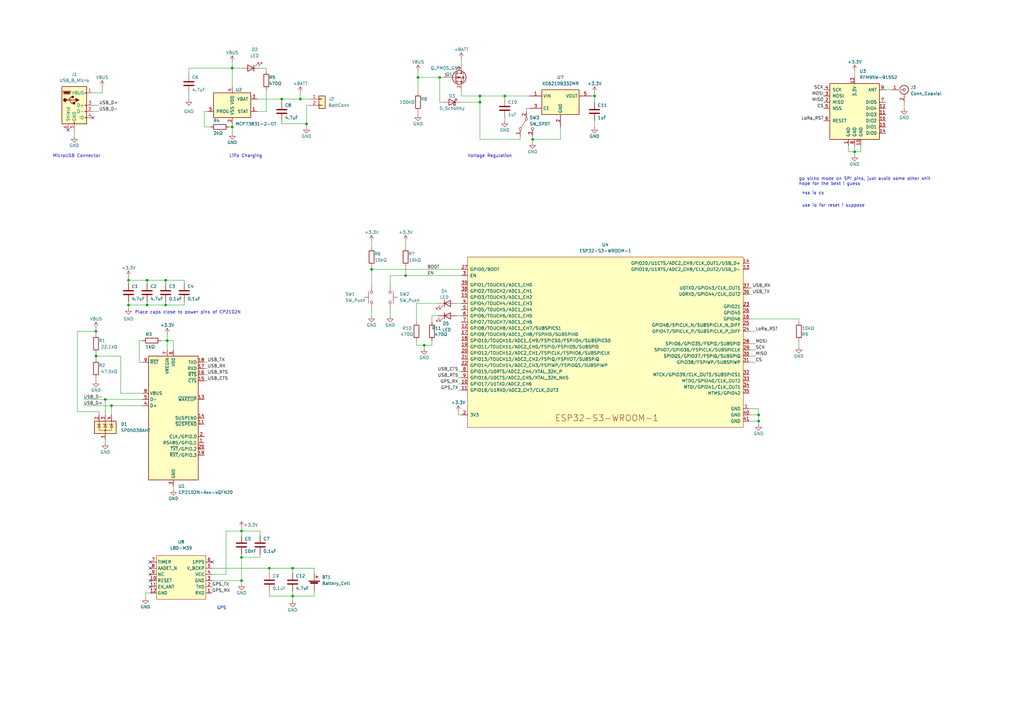
<source format=kicad_sch>
(kicad_sch (version 20211123) (generator eeschema)

  (uuid cafb0e92-437b-4afd-b711-81a61b2296b0)

  (paper "A3")

  (lib_symbols
    (symbol "Battery_Management:MCP73831-2-OT" (pin_names (offset 1.016)) (in_bom yes) (on_board yes)
      (property "Reference" "U" (id 0) (at -7.62 6.35 0)
        (effects (font (size 1.27 1.27)) (justify left))
      )
      (property "Value" "MCP73831-2-OT" (id 1) (at 1.27 6.35 0)
        (effects (font (size 1.27 1.27)) (justify left))
      )
      (property "Footprint" "Package_TO_SOT_SMD:SOT-23-5" (id 2) (at 1.27 -6.35 0)
        (effects (font (size 1.27 1.27) italic) (justify left) hide)
      )
      (property "Datasheet" "http://ww1.microchip.com/downloads/en/DeviceDoc/20001984g.pdf" (id 3) (at -3.81 -1.27 0)
        (effects (font (size 1.27 1.27)) hide)
      )
      (property "ki_keywords" "battery charger lithium" (id 4) (at 0 0 0)
        (effects (font (size 1.27 1.27)) hide)
      )
      (property "ki_description" "Single cell, Li-Ion/Li-Po charge management controller, 4.20V, Tri-State Status Output, in SOT23-5 package" (id 5) (at 0 0 0)
        (effects (font (size 1.27 1.27)) hide)
      )
      (property "ki_fp_filters" "SOT?23*" (id 6) (at 0 0 0)
        (effects (font (size 1.27 1.27)) hide)
      )
      (symbol "MCP73831-2-OT_0_1"
        (rectangle (start -7.62 5.08) (end 7.62 -5.08)
          (stroke (width 0.254) (type default) (color 0 0 0 0))
          (fill (type background))
        )
      )
      (symbol "MCP73831-2-OT_1_1"
        (pin output line (at 10.16 -2.54 180) (length 2.54)
          (name "STAT" (effects (font (size 1.27 1.27))))
          (number "1" (effects (font (size 1.27 1.27))))
        )
        (pin power_in line (at 0 -7.62 90) (length 2.54)
          (name "VSS" (effects (font (size 1.27 1.27))))
          (number "2" (effects (font (size 1.27 1.27))))
        )
        (pin power_out line (at 10.16 2.54 180) (length 2.54)
          (name "VBAT" (effects (font (size 1.27 1.27))))
          (number "3" (effects (font (size 1.27 1.27))))
        )
        (pin power_in line (at 0 7.62 270) (length 2.54)
          (name "VDD" (effects (font (size 1.27 1.27))))
          (number "4" (effects (font (size 1.27 1.27))))
        )
        (pin input line (at -10.16 -2.54 0) (length 2.54)
          (name "PROG" (effects (font (size 1.27 1.27))))
          (number "5" (effects (font (size 1.27 1.27))))
        )
      )
    )
    (symbol "Connector:Conn_Coaxial" (pin_names (offset 1.016) hide) (in_bom yes) (on_board yes)
      (property "Reference" "J" (id 0) (at 0.254 3.048 0)
        (effects (font (size 1.27 1.27)))
      )
      (property "Value" "Conn_Coaxial" (id 1) (at 2.921 0 90)
        (effects (font (size 1.27 1.27)))
      )
      (property "Footprint" "" (id 2) (at 0 0 0)
        (effects (font (size 1.27 1.27)) hide)
      )
      (property "Datasheet" " ~" (id 3) (at 0 0 0)
        (effects (font (size 1.27 1.27)) hide)
      )
      (property "ki_keywords" "BNC SMA SMB SMC LEMO coaxial connector CINCH RCA" (id 4) (at 0 0 0)
        (effects (font (size 1.27 1.27)) hide)
      )
      (property "ki_description" "coaxial connector (BNC, SMA, SMB, SMC, Cinch/RCA, LEMO, ...)" (id 5) (at 0 0 0)
        (effects (font (size 1.27 1.27)) hide)
      )
      (property "ki_fp_filters" "*BNC* *SMA* *SMB* *SMC* *Cinch* *LEMO*" (id 6) (at 0 0 0)
        (effects (font (size 1.27 1.27)) hide)
      )
      (symbol "Conn_Coaxial_0_1"
        (arc (start -1.778 -0.508) (mid 0.2311 -1.8066) (end 1.778 0)
          (stroke (width 0.254) (type default) (color 0 0 0 0))
          (fill (type none))
        )
        (polyline
          (pts
            (xy -2.54 0)
            (xy -0.508 0)
          )
          (stroke (width 0) (type default) (color 0 0 0 0))
          (fill (type none))
        )
        (polyline
          (pts
            (xy 0 -2.54)
            (xy 0 -1.778)
          )
          (stroke (width 0) (type default) (color 0 0 0 0))
          (fill (type none))
        )
        (circle (center 0 0) (radius 0.508)
          (stroke (width 0.2032) (type default) (color 0 0 0 0))
          (fill (type none))
        )
        (arc (start 1.778 0) (mid 0.2099 1.8101) (end -1.778 0.508)
          (stroke (width 0.254) (type default) (color 0 0 0 0))
          (fill (type none))
        )
      )
      (symbol "Conn_Coaxial_1_1"
        (pin passive line (at -5.08 0 0) (length 2.54)
          (name "In" (effects (font (size 1.27 1.27))))
          (number "1" (effects (font (size 1.27 1.27))))
        )
        (pin passive line (at 0 -5.08 90) (length 2.54)
          (name "Ext" (effects (font (size 1.27 1.27))))
          (number "2" (effects (font (size 1.27 1.27))))
        )
      )
    )
    (symbol "Connector:USB_B_Micro" (pin_names (offset 1.016)) (in_bom yes) (on_board yes)
      (property "Reference" "J" (id 0) (at -5.08 11.43 0)
        (effects (font (size 1.27 1.27)) (justify left))
      )
      (property "Value" "USB_B_Micro" (id 1) (at -5.08 8.89 0)
        (effects (font (size 1.27 1.27)) (justify left))
      )
      (property "Footprint" "" (id 2) (at 3.81 -1.27 0)
        (effects (font (size 1.27 1.27)) hide)
      )
      (property "Datasheet" "~" (id 3) (at 3.81 -1.27 0)
        (effects (font (size 1.27 1.27)) hide)
      )
      (property "ki_keywords" "connector USB micro" (id 4) (at 0 0 0)
        (effects (font (size 1.27 1.27)) hide)
      )
      (property "ki_description" "USB Micro Type B connector" (id 5) (at 0 0 0)
        (effects (font (size 1.27 1.27)) hide)
      )
      (property "ki_fp_filters" "USB*" (id 6) (at 0 0 0)
        (effects (font (size 1.27 1.27)) hide)
      )
      (symbol "USB_B_Micro_0_1"
        (rectangle (start -5.08 -7.62) (end 5.08 7.62)
          (stroke (width 0.254) (type default) (color 0 0 0 0))
          (fill (type background))
        )
        (circle (center -3.81 2.159) (radius 0.635)
          (stroke (width 0.254) (type default) (color 0 0 0 0))
          (fill (type outline))
        )
        (circle (center -0.635 3.429) (radius 0.381)
          (stroke (width 0.254) (type default) (color 0 0 0 0))
          (fill (type outline))
        )
        (rectangle (start -0.127 -7.62) (end 0.127 -6.858)
          (stroke (width 0) (type default) (color 0 0 0 0))
          (fill (type none))
        )
        (polyline
          (pts
            (xy -1.905 2.159)
            (xy 0.635 2.159)
          )
          (stroke (width 0.254) (type default) (color 0 0 0 0))
          (fill (type none))
        )
        (polyline
          (pts
            (xy -3.175 2.159)
            (xy -2.54 2.159)
            (xy -1.27 3.429)
            (xy -0.635 3.429)
          )
          (stroke (width 0.254) (type default) (color 0 0 0 0))
          (fill (type none))
        )
        (polyline
          (pts
            (xy -2.54 2.159)
            (xy -1.905 2.159)
            (xy -1.27 0.889)
            (xy 0 0.889)
          )
          (stroke (width 0.254) (type default) (color 0 0 0 0))
          (fill (type none))
        )
        (polyline
          (pts
            (xy 0.635 2.794)
            (xy 0.635 1.524)
            (xy 1.905 2.159)
            (xy 0.635 2.794)
          )
          (stroke (width 0.254) (type default) (color 0 0 0 0))
          (fill (type outline))
        )
        (polyline
          (pts
            (xy -4.318 5.588)
            (xy -1.778 5.588)
            (xy -2.032 4.826)
            (xy -4.064 4.826)
            (xy -4.318 5.588)
          )
          (stroke (width 0) (type default) (color 0 0 0 0))
          (fill (type outline))
        )
        (polyline
          (pts
            (xy -4.699 5.842)
            (xy -4.699 5.588)
            (xy -4.445 4.826)
            (xy -4.445 4.572)
            (xy -1.651 4.572)
            (xy -1.651 4.826)
            (xy -1.397 5.588)
            (xy -1.397 5.842)
            (xy -4.699 5.842)
          )
          (stroke (width 0) (type default) (color 0 0 0 0))
          (fill (type none))
        )
        (rectangle (start 0.254 1.27) (end -0.508 0.508)
          (stroke (width 0.254) (type default) (color 0 0 0 0))
          (fill (type outline))
        )
        (rectangle (start 5.08 -5.207) (end 4.318 -4.953)
          (stroke (width 0) (type default) (color 0 0 0 0))
          (fill (type none))
        )
        (rectangle (start 5.08 -2.667) (end 4.318 -2.413)
          (stroke (width 0) (type default) (color 0 0 0 0))
          (fill (type none))
        )
        (rectangle (start 5.08 -0.127) (end 4.318 0.127)
          (stroke (width 0) (type default) (color 0 0 0 0))
          (fill (type none))
        )
        (rectangle (start 5.08 4.953) (end 4.318 5.207)
          (stroke (width 0) (type default) (color 0 0 0 0))
          (fill (type none))
        )
      )
      (symbol "USB_B_Micro_1_1"
        (pin power_out line (at 7.62 5.08 180) (length 2.54)
          (name "VBUS" (effects (font (size 1.27 1.27))))
          (number "1" (effects (font (size 1.27 1.27))))
        )
        (pin bidirectional line (at 7.62 -2.54 180) (length 2.54)
          (name "D-" (effects (font (size 1.27 1.27))))
          (number "2" (effects (font (size 1.27 1.27))))
        )
        (pin bidirectional line (at 7.62 0 180) (length 2.54)
          (name "D+" (effects (font (size 1.27 1.27))))
          (number "3" (effects (font (size 1.27 1.27))))
        )
        (pin passive line (at 7.62 -5.08 180) (length 2.54)
          (name "ID" (effects (font (size 1.27 1.27))))
          (number "4" (effects (font (size 1.27 1.27))))
        )
        (pin power_out line (at 0 -10.16 90) (length 2.54)
          (name "GND" (effects (font (size 1.27 1.27))))
          (number "5" (effects (font (size 1.27 1.27))))
        )
        (pin passive line (at -2.54 -10.16 90) (length 2.54)
          (name "Shield" (effects (font (size 1.27 1.27))))
          (number "6" (effects (font (size 1.27 1.27))))
        )
      )
    )
    (symbol "Connector_Generic:Conn_01x02" (pin_names (offset 1.016) hide) (in_bom yes) (on_board yes)
      (property "Reference" "J" (id 0) (at 0 2.54 0)
        (effects (font (size 1.27 1.27)))
      )
      (property "Value" "Conn_01x02" (id 1) (at 0 -5.08 0)
        (effects (font (size 1.27 1.27)))
      )
      (property "Footprint" "" (id 2) (at 0 0 0)
        (effects (font (size 1.27 1.27)) hide)
      )
      (property "Datasheet" "~" (id 3) (at 0 0 0)
        (effects (font (size 1.27 1.27)) hide)
      )
      (property "ki_keywords" "connector" (id 4) (at 0 0 0)
        (effects (font (size 1.27 1.27)) hide)
      )
      (property "ki_description" "Generic connector, single row, 01x02, script generated (kicad-library-utils/schlib/autogen/connector/)" (id 5) (at 0 0 0)
        (effects (font (size 1.27 1.27)) hide)
      )
      (property "ki_fp_filters" "Connector*:*_1x??_*" (id 6) (at 0 0 0)
        (effects (font (size 1.27 1.27)) hide)
      )
      (symbol "Conn_01x02_1_1"
        (rectangle (start -1.27 -2.413) (end 0 -2.667)
          (stroke (width 0.1524) (type default) (color 0 0 0 0))
          (fill (type none))
        )
        (rectangle (start -1.27 0.127) (end 0 -0.127)
          (stroke (width 0.1524) (type default) (color 0 0 0 0))
          (fill (type none))
        )
        (rectangle (start -1.27 1.27) (end 1.27 -3.81)
          (stroke (width 0.254) (type default) (color 0 0 0 0))
          (fill (type background))
        )
        (pin passive line (at -5.08 0 0) (length 3.81)
          (name "Pin_1" (effects (font (size 1.27 1.27))))
          (number "1" (effects (font (size 1.27 1.27))))
        )
        (pin passive line (at -5.08 -2.54 0) (length 3.81)
          (name "Pin_2" (effects (font (size 1.27 1.27))))
          (number "2" (effects (font (size 1.27 1.27))))
        )
      )
    )
    (symbol "Device:Battery_Cell" (pin_numbers hide) (pin_names (offset 0) hide) (in_bom yes) (on_board yes)
      (property "Reference" "BT" (id 0) (at 2.54 2.54 0)
        (effects (font (size 1.27 1.27)) (justify left))
      )
      (property "Value" "Battery_Cell" (id 1) (at 2.54 0 0)
        (effects (font (size 1.27 1.27)) (justify left))
      )
      (property "Footprint" "" (id 2) (at 0 1.524 90)
        (effects (font (size 1.27 1.27)) hide)
      )
      (property "Datasheet" "~" (id 3) (at 0 1.524 90)
        (effects (font (size 1.27 1.27)) hide)
      )
      (property "ki_keywords" "battery cell" (id 4) (at 0 0 0)
        (effects (font (size 1.27 1.27)) hide)
      )
      (property "ki_description" "Single-cell battery" (id 5) (at 0 0 0)
        (effects (font (size 1.27 1.27)) hide)
      )
      (symbol "Battery_Cell_0_1"
        (rectangle (start -2.286 1.778) (end 2.286 1.524)
          (stroke (width 0) (type default) (color 0 0 0 0))
          (fill (type outline))
        )
        (rectangle (start -1.5748 1.1938) (end 1.4732 0.6858)
          (stroke (width 0) (type default) (color 0 0 0 0))
          (fill (type outline))
        )
        (polyline
          (pts
            (xy 0 0.762)
            (xy 0 0)
          )
          (stroke (width 0) (type default) (color 0 0 0 0))
          (fill (type none))
        )
        (polyline
          (pts
            (xy 0 1.778)
            (xy 0 2.54)
          )
          (stroke (width 0) (type default) (color 0 0 0 0))
          (fill (type none))
        )
        (polyline
          (pts
            (xy 0.508 3.429)
            (xy 1.524 3.429)
          )
          (stroke (width 0.254) (type default) (color 0 0 0 0))
          (fill (type none))
        )
        (polyline
          (pts
            (xy 1.016 3.937)
            (xy 1.016 2.921)
          )
          (stroke (width 0.254) (type default) (color 0 0 0 0))
          (fill (type none))
        )
      )
      (symbol "Battery_Cell_1_1"
        (pin passive line (at 0 5.08 270) (length 2.54)
          (name "+" (effects (font (size 1.27 1.27))))
          (number "1" (effects (font (size 1.27 1.27))))
        )
        (pin passive line (at 0 -2.54 90) (length 2.54)
          (name "-" (effects (font (size 1.27 1.27))))
          (number "2" (effects (font (size 1.27 1.27))))
        )
      )
    )
    (symbol "Device:C" (pin_numbers hide) (pin_names (offset 0.254)) (in_bom yes) (on_board yes)
      (property "Reference" "C" (id 0) (at 0.635 2.54 0)
        (effects (font (size 1.27 1.27)) (justify left))
      )
      (property "Value" "C" (id 1) (at 0.635 -2.54 0)
        (effects (font (size 1.27 1.27)) (justify left))
      )
      (property "Footprint" "" (id 2) (at 0.9652 -3.81 0)
        (effects (font (size 1.27 1.27)) hide)
      )
      (property "Datasheet" "~" (id 3) (at 0 0 0)
        (effects (font (size 1.27 1.27)) hide)
      )
      (property "ki_keywords" "cap capacitor" (id 4) (at 0 0 0)
        (effects (font (size 1.27 1.27)) hide)
      )
      (property "ki_description" "Unpolarized capacitor" (id 5) (at 0 0 0)
        (effects (font (size 1.27 1.27)) hide)
      )
      (property "ki_fp_filters" "C_*" (id 6) (at 0 0 0)
        (effects (font (size 1.27 1.27)) hide)
      )
      (symbol "C_0_1"
        (polyline
          (pts
            (xy -2.032 -0.762)
            (xy 2.032 -0.762)
          )
          (stroke (width 0.508) (type default) (color 0 0 0 0))
          (fill (type none))
        )
        (polyline
          (pts
            (xy -2.032 0.762)
            (xy 2.032 0.762)
          )
          (stroke (width 0.508) (type default) (color 0 0 0 0))
          (fill (type none))
        )
      )
      (symbol "C_1_1"
        (pin passive line (at 0 3.81 270) (length 2.794)
          (name "~" (effects (font (size 1.27 1.27))))
          (number "1" (effects (font (size 1.27 1.27))))
        )
        (pin passive line (at 0 -3.81 90) (length 2.794)
          (name "~" (effects (font (size 1.27 1.27))))
          (number "2" (effects (font (size 1.27 1.27))))
        )
      )
    )
    (symbol "Device:D_Schottky" (pin_numbers hide) (pin_names (offset 1.016) hide) (in_bom yes) (on_board yes)
      (property "Reference" "D" (id 0) (at 0 2.54 0)
        (effects (font (size 1.27 1.27)))
      )
      (property "Value" "D_Schottky" (id 1) (at 0 -2.54 0)
        (effects (font (size 1.27 1.27)))
      )
      (property "Footprint" "" (id 2) (at 0 0 0)
        (effects (font (size 1.27 1.27)) hide)
      )
      (property "Datasheet" "~" (id 3) (at 0 0 0)
        (effects (font (size 1.27 1.27)) hide)
      )
      (property "ki_keywords" "diode Schottky" (id 4) (at 0 0 0)
        (effects (font (size 1.27 1.27)) hide)
      )
      (property "ki_description" "Schottky diode" (id 5) (at 0 0 0)
        (effects (font (size 1.27 1.27)) hide)
      )
      (property "ki_fp_filters" "TO-???* *_Diode_* *SingleDiode* D_*" (id 6) (at 0 0 0)
        (effects (font (size 1.27 1.27)) hide)
      )
      (symbol "D_Schottky_0_1"
        (polyline
          (pts
            (xy 1.27 0)
            (xy -1.27 0)
          )
          (stroke (width 0) (type default) (color 0 0 0 0))
          (fill (type none))
        )
        (polyline
          (pts
            (xy 1.27 1.27)
            (xy 1.27 -1.27)
            (xy -1.27 0)
            (xy 1.27 1.27)
          )
          (stroke (width 0.254) (type default) (color 0 0 0 0))
          (fill (type none))
        )
        (polyline
          (pts
            (xy -1.905 0.635)
            (xy -1.905 1.27)
            (xy -1.27 1.27)
            (xy -1.27 -1.27)
            (xy -0.635 -1.27)
            (xy -0.635 -0.635)
          )
          (stroke (width 0.254) (type default) (color 0 0 0 0))
          (fill (type none))
        )
      )
      (symbol "D_Schottky_1_1"
        (pin passive line (at -3.81 0 0) (length 2.54)
          (name "K" (effects (font (size 1.27 1.27))))
          (number "1" (effects (font (size 1.27 1.27))))
        )
        (pin passive line (at 3.81 0 180) (length 2.54)
          (name "A" (effects (font (size 1.27 1.27))))
          (number "2" (effects (font (size 1.27 1.27))))
        )
      )
    )
    (symbol "Device:LED" (pin_numbers hide) (pin_names (offset 1.016) hide) (in_bom yes) (on_board yes)
      (property "Reference" "D" (id 0) (at 0 2.54 0)
        (effects (font (size 1.27 1.27)))
      )
      (property "Value" "LED" (id 1) (at 0 -2.54 0)
        (effects (font (size 1.27 1.27)))
      )
      (property "Footprint" "" (id 2) (at 0 0 0)
        (effects (font (size 1.27 1.27)) hide)
      )
      (property "Datasheet" "~" (id 3) (at 0 0 0)
        (effects (font (size 1.27 1.27)) hide)
      )
      (property "ki_keywords" "LED diode" (id 4) (at 0 0 0)
        (effects (font (size 1.27 1.27)) hide)
      )
      (property "ki_description" "Light emitting diode" (id 5) (at 0 0 0)
        (effects (font (size 1.27 1.27)) hide)
      )
      (property "ki_fp_filters" "LED* LED_SMD:* LED_THT:*" (id 6) (at 0 0 0)
        (effects (font (size 1.27 1.27)) hide)
      )
      (symbol "LED_0_1"
        (polyline
          (pts
            (xy -1.27 -1.27)
            (xy -1.27 1.27)
          )
          (stroke (width 0.254) (type default) (color 0 0 0 0))
          (fill (type none))
        )
        (polyline
          (pts
            (xy -1.27 0)
            (xy 1.27 0)
          )
          (stroke (width 0) (type default) (color 0 0 0 0))
          (fill (type none))
        )
        (polyline
          (pts
            (xy 1.27 -1.27)
            (xy 1.27 1.27)
            (xy -1.27 0)
            (xy 1.27 -1.27)
          )
          (stroke (width 0.254) (type default) (color 0 0 0 0))
          (fill (type none))
        )
        (polyline
          (pts
            (xy -3.048 -0.762)
            (xy -4.572 -2.286)
            (xy -3.81 -2.286)
            (xy -4.572 -2.286)
            (xy -4.572 -1.524)
          )
          (stroke (width 0) (type default) (color 0 0 0 0))
          (fill (type none))
        )
        (polyline
          (pts
            (xy -1.778 -0.762)
            (xy -3.302 -2.286)
            (xy -2.54 -2.286)
            (xy -3.302 -2.286)
            (xy -3.302 -1.524)
          )
          (stroke (width 0) (type default) (color 0 0 0 0))
          (fill (type none))
        )
      )
      (symbol "LED_1_1"
        (pin passive line (at -3.81 0 0) (length 2.54)
          (name "K" (effects (font (size 1.27 1.27))))
          (number "1" (effects (font (size 1.27 1.27))))
        )
        (pin passive line (at 3.81 0 180) (length 2.54)
          (name "A" (effects (font (size 1.27 1.27))))
          (number "2" (effects (font (size 1.27 1.27))))
        )
      )
    )
    (symbol "Device:Q_PMOS_GSD" (pin_names (offset 0) hide) (in_bom yes) (on_board yes)
      (property "Reference" "Q" (id 0) (at 5.08 1.27 0)
        (effects (font (size 1.27 1.27)) (justify left))
      )
      (property "Value" "Q_PMOS_GSD" (id 1) (at 5.08 -1.27 0)
        (effects (font (size 1.27 1.27)) (justify left))
      )
      (property "Footprint" "" (id 2) (at 5.08 2.54 0)
        (effects (font (size 1.27 1.27)) hide)
      )
      (property "Datasheet" "~" (id 3) (at 0 0 0)
        (effects (font (size 1.27 1.27)) hide)
      )
      (property "ki_keywords" "transistor PMOS P-MOS P-MOSFET" (id 4) (at 0 0 0)
        (effects (font (size 1.27 1.27)) hide)
      )
      (property "ki_description" "P-MOSFET transistor, gate/source/drain" (id 5) (at 0 0 0)
        (effects (font (size 1.27 1.27)) hide)
      )
      (symbol "Q_PMOS_GSD_0_1"
        (polyline
          (pts
            (xy 0.254 0)
            (xy -2.54 0)
          )
          (stroke (width 0) (type default) (color 0 0 0 0))
          (fill (type none))
        )
        (polyline
          (pts
            (xy 0.254 1.905)
            (xy 0.254 -1.905)
          )
          (stroke (width 0.254) (type default) (color 0 0 0 0))
          (fill (type none))
        )
        (polyline
          (pts
            (xy 0.762 -1.27)
            (xy 0.762 -2.286)
          )
          (stroke (width 0.254) (type default) (color 0 0 0 0))
          (fill (type none))
        )
        (polyline
          (pts
            (xy 0.762 0.508)
            (xy 0.762 -0.508)
          )
          (stroke (width 0.254) (type default) (color 0 0 0 0))
          (fill (type none))
        )
        (polyline
          (pts
            (xy 0.762 2.286)
            (xy 0.762 1.27)
          )
          (stroke (width 0.254) (type default) (color 0 0 0 0))
          (fill (type none))
        )
        (polyline
          (pts
            (xy 2.54 2.54)
            (xy 2.54 1.778)
          )
          (stroke (width 0) (type default) (color 0 0 0 0))
          (fill (type none))
        )
        (polyline
          (pts
            (xy 2.54 -2.54)
            (xy 2.54 0)
            (xy 0.762 0)
          )
          (stroke (width 0) (type default) (color 0 0 0 0))
          (fill (type none))
        )
        (polyline
          (pts
            (xy 0.762 1.778)
            (xy 3.302 1.778)
            (xy 3.302 -1.778)
            (xy 0.762 -1.778)
          )
          (stroke (width 0) (type default) (color 0 0 0 0))
          (fill (type none))
        )
        (polyline
          (pts
            (xy 2.286 0)
            (xy 1.27 0.381)
            (xy 1.27 -0.381)
            (xy 2.286 0)
          )
          (stroke (width 0) (type default) (color 0 0 0 0))
          (fill (type outline))
        )
        (polyline
          (pts
            (xy 2.794 -0.508)
            (xy 2.921 -0.381)
            (xy 3.683 -0.381)
            (xy 3.81 -0.254)
          )
          (stroke (width 0) (type default) (color 0 0 0 0))
          (fill (type none))
        )
        (polyline
          (pts
            (xy 3.302 -0.381)
            (xy 2.921 0.254)
            (xy 3.683 0.254)
            (xy 3.302 -0.381)
          )
          (stroke (width 0) (type default) (color 0 0 0 0))
          (fill (type none))
        )
        (circle (center 1.651 0) (radius 2.794)
          (stroke (width 0.254) (type default) (color 0 0 0 0))
          (fill (type none))
        )
        (circle (center 2.54 -1.778) (radius 0.254)
          (stroke (width 0) (type default) (color 0 0 0 0))
          (fill (type outline))
        )
        (circle (center 2.54 1.778) (radius 0.254)
          (stroke (width 0) (type default) (color 0 0 0 0))
          (fill (type outline))
        )
      )
      (symbol "Q_PMOS_GSD_1_1"
        (pin input line (at -5.08 0 0) (length 2.54)
          (name "G" (effects (font (size 1.27 1.27))))
          (number "1" (effects (font (size 1.27 1.27))))
        )
        (pin passive line (at 2.54 -5.08 90) (length 2.54)
          (name "S" (effects (font (size 1.27 1.27))))
          (number "2" (effects (font (size 1.27 1.27))))
        )
        (pin passive line (at 2.54 5.08 270) (length 2.54)
          (name "D" (effects (font (size 1.27 1.27))))
          (number "3" (effects (font (size 1.27 1.27))))
        )
      )
    )
    (symbol "Device:R" (pin_numbers hide) (pin_names (offset 0)) (in_bom yes) (on_board yes)
      (property "Reference" "R" (id 0) (at 2.032 0 90)
        (effects (font (size 1.27 1.27)))
      )
      (property "Value" "R" (id 1) (at 0 0 90)
        (effects (font (size 1.27 1.27)))
      )
      (property "Footprint" "" (id 2) (at -1.778 0 90)
        (effects (font (size 1.27 1.27)) hide)
      )
      (property "Datasheet" "~" (id 3) (at 0 0 0)
        (effects (font (size 1.27 1.27)) hide)
      )
      (property "ki_keywords" "R res resistor" (id 4) (at 0 0 0)
        (effects (font (size 1.27 1.27)) hide)
      )
      (property "ki_description" "Resistor" (id 5) (at 0 0 0)
        (effects (font (size 1.27 1.27)) hide)
      )
      (property "ki_fp_filters" "R_*" (id 6) (at 0 0 0)
        (effects (font (size 1.27 1.27)) hide)
      )
      (symbol "R_0_1"
        (rectangle (start -1.016 -2.54) (end 1.016 2.54)
          (stroke (width 0.254) (type default) (color 0 0 0 0))
          (fill (type none))
        )
      )
      (symbol "R_1_1"
        (pin passive line (at 0 3.81 270) (length 1.27)
          (name "~" (effects (font (size 1.27 1.27))))
          (number "1" (effects (font (size 1.27 1.27))))
        )
        (pin passive line (at 0 -3.81 90) (length 1.27)
          (name "~" (effects (font (size 1.27 1.27))))
          (number "2" (effects (font (size 1.27 1.27))))
        )
      )
    )
    (symbol "Espressif:ESP32-S3-WROOM-1" (pin_names (offset 1.016)) (in_bom yes) (on_board yes)
      (property "Reference" "U" (id 0) (at 0 35.56 0)
        (effects (font (size 1.27 1.27)))
      )
      (property "Value" "ESP32-S3-WROOM-1" (id 1) (at 0 -36.83 0)
        (effects (font (size 1.27 1.27)))
      )
      (property "Footprint" "Espressif:ESP32-S3-WROOM-1" (id 2) (at 0 -39.37 0)
        (effects (font (size 1.27 1.27)) hide)
      )
      (property "Datasheet" "https://www.espressif.com/sites/default/files/documentation/esp32-s3-wroom-1_wroom-1u_datasheet_en.pdf" (id 3) (at 0 -41.91 0)
        (effects (font (size 1.27 1.27)) hide)
      )
      (property "ki_description" "2.4 GHz WiFi (802.11 b/g/n) and Bluetooth ® 5 (LE) module Built around ESP32S3 series of SoCs, Xtensa ® dualcore 32bit LX7 microprocessor Flash up to 16 MB, PSRAM up to 8 MB 36 GPIOs, rich set of peripherals Onboard PCB antenna" (id 4) (at 0 0 0)
        (effects (font (size 1.27 1.27)) hide)
      )
      (symbol "ESP32-S3-WROOM-1_0_0"
        (rectangle (start -57.15 34.29) (end 55.88 -35.56)
          (stroke (width 0) (type default) (color 0 0 0 0))
          (fill (type background))
        )
        (text "ESP32-S3-WROOM-1" (at 0 -31.75 0)
          (effects (font (size 2.54 2.54)))
        )
        (pin power_in line (at 58.42 -27.94 180) (length 2.54)
          (name "GND" (effects (font (size 1.27 1.27))))
          (number "1" (effects (font (size 1.27 1.27))))
        )
        (pin bidirectional line (at -59.69 -17.78 0) (length 2.54)
          (name "GPIO17/U1TXD/ADC2_CH6" (effects (font (size 1.27 1.27))))
          (number "10" (effects (font (size 1.27 1.27))))
        )
        (pin bidirectional line (at -59.69 -20.32 0) (length 2.54)
          (name "GPIO18/U1RXD/ADC2_CH7/CLK_OUT3" (effects (font (size 1.27 1.27))))
          (number "11" (effects (font (size 1.27 1.27))))
        )
        (pin bidirectional line (at -59.69 5.08 0) (length 2.54)
          (name "GPIO8/TOUCH8/ADC1_CH7/SUBSPICS1" (effects (font (size 1.27 1.27))))
          (number "12" (effects (font (size 1.27 1.27))))
        )
        (pin bidirectional line (at 58.42 29.21 180) (length 2.54)
          (name "GPIO19/U1RTS/ADC2_CH8/CLK_OUT2/USB_D-" (effects (font (size 1.27 1.27))))
          (number "13" (effects (font (size 1.27 1.27))))
        )
        (pin bidirectional line (at 58.42 31.75 180) (length 2.54)
          (name "GPIO20/U1CTS/ADC2_CH9/CLK_OUT1/USB_D+" (effects (font (size 1.27 1.27))))
          (number "14" (effects (font (size 1.27 1.27))))
        )
        (pin bidirectional line (at -59.69 17.78 0) (length 2.54)
          (name "GPIO3/TOUCH3/ADC1_CH2" (effects (font (size 1.27 1.27))))
          (number "15" (effects (font (size 1.27 1.27))))
        )
        (pin bidirectional line (at 58.42 8.89 180) (length 2.54)
          (name "GPIO46" (effects (font (size 1.27 1.27))))
          (number "16" (effects (font (size 1.27 1.27))))
        )
        (pin bidirectional line (at -59.69 2.54 0) (length 2.54)
          (name "GPIO9/TOUCH9/ADC1_CH8/FSPIHD/SUBSPIHD" (effects (font (size 1.27 1.27))))
          (number "17" (effects (font (size 1.27 1.27))))
        )
        (pin bidirectional line (at -59.69 0 0) (length 2.54)
          (name "GPIO10/TOUCH10/ADC1_CH9/FSPICS0/FSPIIO4/SUBSPICS0" (effects (font (size 1.27 1.27))))
          (number "18" (effects (font (size 1.27 1.27))))
        )
        (pin bidirectional line (at -59.69 -2.54 0) (length 2.54)
          (name "GPIO11/TOUCH11/ADC2_CH0/FSPID/FSPIIO5/SUBSPID" (effects (font (size 1.27 1.27))))
          (number "19" (effects (font (size 1.27 1.27))))
        )
        (pin power_in line (at -59.69 -30.48 0) (length 2.54)
          (name "3V3" (effects (font (size 1.27 1.27))))
          (number "2" (effects (font (size 1.27 1.27))))
        )
        (pin bidirectional line (at -59.69 -5.08 0) (length 2.54)
          (name "GPIO12/TOUCH12/ADC2_CH1/FSPICLK/FSPIIO6/SUBSPICLK" (effects (font (size 1.27 1.27))))
          (number "20" (effects (font (size 1.27 1.27))))
        )
        (pin bidirectional line (at -59.69 -7.62 0) (length 2.54)
          (name "GPIO13/TOUCH13/ADC2_CH2/FSPIQ/FSPIIO7/SUBSPIQ" (effects (font (size 1.27 1.27))))
          (number "21" (effects (font (size 1.27 1.27))))
        )
        (pin bidirectional line (at -59.69 -10.16 0) (length 2.54)
          (name "GPIO14/TOUCH14/ADC2_CH3/FSPIWP/FSPIDQS/SUBSPIWP" (effects (font (size 1.27 1.27))))
          (number "22" (effects (font (size 1.27 1.27))))
        )
        (pin bidirectional line (at 58.42 13.97 180) (length 2.54)
          (name "GPIO21" (effects (font (size 1.27 1.27))))
          (number "23" (effects (font (size 1.27 1.27))))
        )
        (pin bidirectional line (at 58.42 3.81 180) (length 2.54)
          (name "GPIO47/SPICLK_P/SUBSPICLK_P_DIFF" (effects (font (size 1.27 1.27))))
          (number "24" (effects (font (size 1.27 1.27))))
        )
        (pin bidirectional line (at 58.42 6.35 180) (length 2.54)
          (name "GPIO48/SPICLK_N/SUBSPICLK_N_DIFF" (effects (font (size 1.27 1.27))))
          (number "25" (effects (font (size 1.27 1.27))))
        )
        (pin bidirectional line (at 58.42 11.43 180) (length 2.54)
          (name "GPIO45" (effects (font (size 1.27 1.27))))
          (number "26" (effects (font (size 1.27 1.27))))
        )
        (pin bidirectional line (at -59.69 29.21 0) (length 2.54)
          (name "GPIO0/BOOT" (effects (font (size 1.27 1.27))))
          (number "27" (effects (font (size 1.27 1.27))))
        )
        (pin bidirectional line (at 58.42 -1.27 180) (length 2.54)
          (name "SPIIO6/GPIO35/FSPID/SUBSPID" (effects (font (size 1.27 1.27))))
          (number "28" (effects (font (size 1.27 1.27))))
        )
        (pin bidirectional line (at 58.42 -3.81 180) (length 2.54)
          (name "SPIIO7/GPIO36/FSPICLK/SUBSPICLK" (effects (font (size 1.27 1.27))))
          (number "29" (effects (font (size 1.27 1.27))))
        )
        (pin input line (at -59.69 26.67 0) (length 2.54)
          (name "EN" (effects (font (size 1.27 1.27))))
          (number "3" (effects (font (size 1.27 1.27))))
        )
        (pin bidirectional line (at 58.42 -6.35 180) (length 2.54)
          (name "SPIDQS/GPIO37/FSPIQ/SUBSPIQ" (effects (font (size 1.27 1.27))))
          (number "30" (effects (font (size 1.27 1.27))))
        )
        (pin bidirectional line (at 58.42 -8.89 180) (length 2.54)
          (name "GPIO38/FSPIWP/SUBSPIWP" (effects (font (size 1.27 1.27))))
          (number "31" (effects (font (size 1.27 1.27))))
        )
        (pin bidirectional line (at 58.42 -13.97 180) (length 2.54)
          (name "MTCK/GPIO39/CLK_OUT3/SUBSPICS1" (effects (font (size 1.27 1.27))))
          (number "32" (effects (font (size 1.27 1.27))))
        )
        (pin bidirectional line (at 58.42 -16.51 180) (length 2.54)
          (name "MTDO/GPIO40/CLK_OUT2" (effects (font (size 1.27 1.27))))
          (number "33" (effects (font (size 1.27 1.27))))
        )
        (pin bidirectional line (at 58.42 -19.05 180) (length 2.54)
          (name "MTDI/GPIO41/CLK_OUT1" (effects (font (size 1.27 1.27))))
          (number "34" (effects (font (size 1.27 1.27))))
        )
        (pin bidirectional line (at 58.42 -21.59 180) (length 2.54)
          (name "MTMS/GPIO42" (effects (font (size 1.27 1.27))))
          (number "35" (effects (font (size 1.27 1.27))))
        )
        (pin bidirectional line (at 58.42 19.05 180) (length 2.54)
          (name "U0RXD/GPIO44/CLK_OUT2" (effects (font (size 1.27 1.27))))
          (number "36" (effects (font (size 1.27 1.27))))
        )
        (pin bidirectional line (at 58.42 21.59 180) (length 2.54)
          (name "U0TXD/GPIO43/CLK_OUT1" (effects (font (size 1.27 1.27))))
          (number "37" (effects (font (size 1.27 1.27))))
        )
        (pin bidirectional line (at -59.69 20.32 0) (length 2.54)
          (name "GPIO2/TOUCH2/ADC1_CH1" (effects (font (size 1.27 1.27))))
          (number "38" (effects (font (size 1.27 1.27))))
        )
        (pin bidirectional line (at -59.69 22.86 0) (length 2.54)
          (name "GPIO1/TOUCH1/ADC1_CH0" (effects (font (size 1.27 1.27))))
          (number "39" (effects (font (size 1.27 1.27))))
        )
        (pin bidirectional line (at -59.69 15.24 0) (length 2.54)
          (name "GPIO4/TOUCH4/ADC1_CH3" (effects (font (size 1.27 1.27))))
          (number "4" (effects (font (size 1.27 1.27))))
        )
        (pin power_in line (at 58.42 -30.48 180) (length 2.54)
          (name "GND" (effects (font (size 1.27 1.27))))
          (number "40" (effects (font (size 1.27 1.27))))
        )
        (pin power_in line (at 58.42 -33.02 180) (length 2.54)
          (name "GND" (effects (font (size 1.27 1.27))))
          (number "41" (effects (font (size 1.27 1.27))))
        )
        (pin bidirectional line (at -59.69 12.7 0) (length 2.54)
          (name "GPIO5/TOUCH5/ADC1_CH4" (effects (font (size 1.27 1.27))))
          (number "5" (effects (font (size 1.27 1.27))))
        )
        (pin bidirectional line (at -59.69 10.16 0) (length 2.54)
          (name "GPIO6/TOUCH6/ADC1_CH5" (effects (font (size 1.27 1.27))))
          (number "6" (effects (font (size 1.27 1.27))))
        )
        (pin bidirectional line (at -59.69 7.62 0) (length 2.54)
          (name "GPIO7/TOUCH7/ADC1_CH6" (effects (font (size 1.27 1.27))))
          (number "7" (effects (font (size 1.27 1.27))))
        )
        (pin bidirectional line (at -59.69 -12.7 0) (length 2.54)
          (name "GPIO15/U0RTS/ADC2_CH4/XTAL_32K_P" (effects (font (size 1.27 1.27))))
          (number "8" (effects (font (size 1.27 1.27))))
        )
        (pin bidirectional line (at -59.69 -15.24 0) (length 2.54)
          (name "GPIO16/U0CTS/ADC2_CH5/XTAL_32K_NH5" (effects (font (size 1.27 1.27))))
          (number "9" (effects (font (size 1.27 1.27))))
        )
      )
    )
    (symbol "Interface_USB:CP2102N-Axx-xQFN20" (in_bom yes) (on_board yes)
      (property "Reference" "U" (id 0) (at -8.89 26.67 0)
        (effects (font (size 1.27 1.27)))
      )
      (property "Value" "CP2102N-Axx-xQFN20" (id 1) (at 12.7 26.67 0)
        (effects (font (size 1.27 1.27)))
      )
      (property "Footprint" "Package_DFN_QFN:SiliconLabs_QFN-20-1EP_3x3mm_P0.5mm" (id 2) (at 31.75 -26.67 0)
        (effects (font (size 1.27 1.27)) hide)
      )
      (property "Datasheet" "https://www.silabs.com/documents/public/data-sheets/cp2102n-datasheet.pdf" (id 3) (at 1.27 -19.05 0)
        (effects (font (size 1.27 1.27)) hide)
      )
      (property "ki_keywords" "USB UART bridge" (id 4) (at 0 0 0)
        (effects (font (size 1.27 1.27)) hide)
      )
      (property "ki_description" "USB to UART master bridge, QFN-20" (id 5) (at 0 0 0)
        (effects (font (size 1.27 1.27)) hide)
      )
      (property "ki_fp_filters" "SiliconLabs*QFN*3x3mm*P0.5mm*" (id 6) (at 0 0 0)
        (effects (font (size 1.27 1.27)) hide)
      )
      (symbol "CP2102N-Axx-xQFN20_0_1"
        (rectangle (start -10.16 25.4) (end 10.16 -25.4)
          (stroke (width 0.254) (type default) (color 0 0 0 0))
          (fill (type background))
        )
      )
      (symbol "CP2102N-Axx-xQFN20_1_1"
        (pin bidirectional line (at 12.7 -10.16 180) (length 2.54)
          (name "RS485/GPIO.1" (effects (font (size 1.27 1.27))))
          (number "1" (effects (font (size 1.27 1.27))))
        )
        (pin no_connect line (at -10.16 -22.86 0) (length 2.54) hide
          (name "NC" (effects (font (size 1.27 1.27))))
          (number "10" (effects (font (size 1.27 1.27))))
        )
        (pin output line (at 12.7 -2.54 180) (length 2.54)
          (name "~{SUSPEND}" (effects (font (size 1.27 1.27))))
          (number "11" (effects (font (size 1.27 1.27))))
        )
        (pin passive line (at 0 -27.94 90) (length 2.54) hide
          (name "GND" (effects (font (size 1.27 1.27))))
          (number "12" (effects (font (size 1.27 1.27))))
        )
        (pin input line (at 12.7 7.62 180) (length 2.54)
          (name "~{WAKEUP}" (effects (font (size 1.27 1.27))))
          (number "13" (effects (font (size 1.27 1.27))))
        )
        (pin output line (at 12.7 0 180) (length 2.54)
          (name "SUSPEND" (effects (font (size 1.27 1.27))))
          (number "14" (effects (font (size 1.27 1.27))))
        )
        (pin input line (at 12.7 15.24 180) (length 2.54)
          (name "~{CTS}" (effects (font (size 1.27 1.27))))
          (number "15" (effects (font (size 1.27 1.27))))
        )
        (pin output line (at 12.7 17.78 180) (length 2.54)
          (name "~{RTS}" (effects (font (size 1.27 1.27))))
          (number "16" (effects (font (size 1.27 1.27))))
        )
        (pin input line (at 12.7 20.32 180) (length 2.54)
          (name "RXD" (effects (font (size 1.27 1.27))))
          (number "17" (effects (font (size 1.27 1.27))))
        )
        (pin output line (at 12.7 22.86 180) (length 2.54)
          (name "TXD" (effects (font (size 1.27 1.27))))
          (number "18" (effects (font (size 1.27 1.27))))
        )
        (pin bidirectional line (at 12.7 -15.24 180) (length 2.54)
          (name "~{RXT}/GPIO.3" (effects (font (size 1.27 1.27))))
          (number "19" (effects (font (size 1.27 1.27))))
        )
        (pin bidirectional line (at 12.7 -7.62 180) (length 2.54)
          (name "CLK/GPIO.0" (effects (font (size 1.27 1.27))))
          (number "2" (effects (font (size 1.27 1.27))))
        )
        (pin bidirectional line (at 12.7 -12.7 180) (length 2.54)
          (name "~{TXT}/GPIO.2" (effects (font (size 1.27 1.27))))
          (number "20" (effects (font (size 1.27 1.27))))
        )
        (pin passive line (at 0 -27.94 90) (length 2.54) hide
          (name "GND" (effects (font (size 1.27 1.27))))
          (number "21" (effects (font (size 1.27 1.27))))
        )
        (pin power_in line (at 0 -27.94 90) (length 2.54)
          (name "GND" (effects (font (size 1.27 1.27))))
          (number "3" (effects (font (size 1.27 1.27))))
        )
        (pin bidirectional line (at -12.7 5.08 0) (length 2.54)
          (name "D+" (effects (font (size 1.27 1.27))))
          (number "4" (effects (font (size 1.27 1.27))))
        )
        (pin bidirectional line (at -12.7 7.62 0) (length 2.54)
          (name "D-" (effects (font (size 1.27 1.27))))
          (number "5" (effects (font (size 1.27 1.27))))
        )
        (pin power_in line (at 0 27.94 270) (length 2.54)
          (name "VDD" (effects (font (size 1.27 1.27))))
          (number "6" (effects (font (size 1.27 1.27))))
        )
        (pin power_in line (at -2.54 27.94 270) (length 2.54)
          (name "VREGIN" (effects (font (size 1.27 1.27))))
          (number "7" (effects (font (size 1.27 1.27))))
        )
        (pin input line (at -12.7 10.16 0) (length 2.54)
          (name "VBUS" (effects (font (size 1.27 1.27))))
          (number "8" (effects (font (size 1.27 1.27))))
        )
        (pin input line (at -12.7 22.86 0) (length 2.54)
          (name "~{RST}" (effects (font (size 1.27 1.27))))
          (number "9" (effects (font (size 1.27 1.27))))
        )
      )
    )
    (symbol "NashGPSThings:L80-M39" (in_bom yes) (on_board yes)
      (property "Reference" "U" (id 0) (at 0 12.7 0)
        (effects (font (size 1.27 1.27)))
      )
      (property "Value" "L80-M39" (id 1) (at 0 10.16 0)
        (effects (font (size 1.27 1.27)))
      )
      (property "Footprint" "" (id 2) (at 0 6.35 0)
        (effects (font (size 1.27 1.27)) hide)
      )
      (property "Datasheet" "" (id 3) (at 0 6.35 0)
        (effects (font (size 1.27 1.27)) hide)
      )
      (symbol "L80-M39_0_1"
        (rectangle (start -10.16 8.89) (end 10.16 -8.89)
          (stroke (width 0) (type default) (color 0 0 0 0))
          (fill (type background))
        )
      )
      (symbol "L80-M39_1_1"
        (pin input line (at 12.7 -6.35 180) (length 2.54)
          (name "RXD" (effects (font (size 1.27 1.27))))
          (number "1" (effects (font (size 1.27 1.27))))
        )
        (pin input line (at -12.7 -1.27 0) (length 2.54)
          (name "RESET" (effects (font (size 1.27 1.27))))
          (number "10" (effects (font (size 1.27 1.27))))
        )
        (pin input line (at -12.7 -3.81 0) (length 2.54)
          (name "EX_ANT" (effects (font (size 1.27 1.27))))
          (number "11" (effects (font (size 1.27 1.27))))
        )
        (pin power_in line (at -12.7 -6.35 0) (length 2.54)
          (name "GND" (effects (font (size 1.27 1.27))))
          (number "12" (effects (font (size 1.27 1.27))))
        )
        (pin output line (at 12.7 -3.81 180) (length 2.54)
          (name "TXD" (effects (font (size 1.27 1.27))))
          (number "2" (effects (font (size 1.27 1.27))))
        )
        (pin power_in line (at 12.7 -1.27 180) (length 2.54)
          (name "GND" (effects (font (size 1.27 1.27))))
          (number "3" (effects (font (size 1.27 1.27))))
        )
        (pin power_in line (at 12.7 1.27 180) (length 2.54)
          (name "VCC" (effects (font (size 1.27 1.27))))
          (number "4" (effects (font (size 1.27 1.27))))
        )
        (pin power_in line (at 12.7 3.81 180) (length 2.54)
          (name "V_BCKP" (effects (font (size 1.27 1.27))))
          (number "5" (effects (font (size 1.27 1.27))))
        )
        (pin output line (at 12.7 6.35 180) (length 2.54)
          (name "1PPS" (effects (font (size 1.27 1.27))))
          (number "6" (effects (font (size 1.27 1.27))))
        )
        (pin output line (at -12.7 6.35 0) (length 2.54)
          (name "TIMER" (effects (font (size 1.27 1.27))))
          (number "7" (effects (font (size 1.27 1.27))))
        )
        (pin bidirectional line (at -12.7 3.81 0) (length 2.54)
          (name "AADET_N" (effects (font (size 1.27 1.27))))
          (number "8" (effects (font (size 1.27 1.27))))
        )
        (pin no_connect line (at -12.7 1.27 0) (length 2.54)
          (name "NC" (effects (font (size 1.27 1.27))))
          (number "9" (effects (font (size 1.27 1.27))))
        )
      )
    )
    (symbol "Power_Protection:SP0503BAHT" (pin_names hide) (in_bom yes) (on_board yes)
      (property "Reference" "D" (id 0) (at 5.715 2.54 0)
        (effects (font (size 1.27 1.27)) (justify left))
      )
      (property "Value" "SP0503BAHT" (id 1) (at 5.715 0.635 0)
        (effects (font (size 1.27 1.27)) (justify left))
      )
      (property "Footprint" "Package_TO_SOT_SMD:SOT-143" (id 2) (at 5.715 -1.27 0)
        (effects (font (size 1.27 1.27)) (justify left) hide)
      )
      (property "Datasheet" "http://www.littelfuse.com/~/media/files/littelfuse/technical%20resources/documents/data%20sheets/sp05xxba.pdf" (id 3) (at 3.175 3.175 0)
        (effects (font (size 1.27 1.27)) hide)
      )
      (property "ki_keywords" "usb esd protection suppression transient" (id 4) (at 0 0 0)
        (effects (font (size 1.27 1.27)) hide)
      )
      (property "ki_description" "TVS Diode Array, 5.5V Standoff, 3 Channels, SOT-143 package" (id 5) (at 0 0 0)
        (effects (font (size 1.27 1.27)) hide)
      )
      (property "ki_fp_filters" "SOT?143*" (id 6) (at 0 0 0)
        (effects (font (size 1.27 1.27)) hide)
      )
      (symbol "SP0503BAHT_0_0"
        (pin passive line (at 0 -5.08 90) (length 2.54)
          (name "A" (effects (font (size 1.27 1.27))))
          (number "1" (effects (font (size 1.27 1.27))))
        )
      )
      (symbol "SP0503BAHT_0_1"
        (rectangle (start -4.445 2.54) (end 4.445 -2.54)
          (stroke (width 0.254) (type default) (color 0 0 0 0))
          (fill (type background))
        )
        (circle (center 0 -1.27) (radius 0.254)
          (stroke (width 0) (type default) (color 0 0 0 0))
          (fill (type outline))
        )
        (polyline
          (pts
            (xy -2.54 2.54)
            (xy -2.54 1.27)
          )
          (stroke (width 0) (type default) (color 0 0 0 0))
          (fill (type none))
        )
        (polyline
          (pts
            (xy 0 -1.27)
            (xy 0 -2.54)
          )
          (stroke (width 0) (type default) (color 0 0 0 0))
          (fill (type none))
        )
        (polyline
          (pts
            (xy 0 -1.27)
            (xy 0 1.27)
          )
          (stroke (width 0) (type default) (color 0 0 0 0))
          (fill (type none))
        )
        (polyline
          (pts
            (xy 0 2.54)
            (xy 0 1.27)
          )
          (stroke (width 0) (type default) (color 0 0 0 0))
          (fill (type none))
        )
        (polyline
          (pts
            (xy 0.635 1.27)
            (xy 0.762 1.27)
          )
          (stroke (width 0) (type default) (color 0 0 0 0))
          (fill (type none))
        )
        (polyline
          (pts
            (xy 2.54 2.54)
            (xy 2.54 1.27)
          )
          (stroke (width 0) (type default) (color 0 0 0 0))
          (fill (type none))
        )
        (polyline
          (pts
            (xy 0.635 1.27)
            (xy -0.762 1.27)
            (xy -0.762 1.016)
          )
          (stroke (width 0) (type default) (color 0 0 0 0))
          (fill (type none))
        )
        (polyline
          (pts
            (xy -3.302 1.016)
            (xy -3.302 1.27)
            (xy -1.905 1.27)
            (xy -1.778 1.27)
          )
          (stroke (width 0) (type default) (color 0 0 0 0))
          (fill (type none))
        )
        (polyline
          (pts
            (xy -2.54 1.27)
            (xy -2.54 -1.27)
            (xy 2.54 -1.27)
            (xy 2.54 1.27)
          )
          (stroke (width 0) (type default) (color 0 0 0 0))
          (fill (type none))
        )
        (polyline
          (pts
            (xy -2.54 1.27)
            (xy -1.905 0)
            (xy -3.175 0)
            (xy -2.54 1.27)
          )
          (stroke (width 0) (type default) (color 0 0 0 0))
          (fill (type none))
        )
        (polyline
          (pts
            (xy 0.635 0)
            (xy -0.635 0)
            (xy 0 1.27)
            (xy 0.635 0)
          )
          (stroke (width 0) (type default) (color 0 0 0 0))
          (fill (type none))
        )
        (polyline
          (pts
            (xy 1.778 1.016)
            (xy 1.778 1.27)
            (xy 3.175 1.27)
            (xy 3.302 1.27)
          )
          (stroke (width 0) (type default) (color 0 0 0 0))
          (fill (type none))
        )
        (polyline
          (pts
            (xy 2.54 1.27)
            (xy 1.905 0)
            (xy 3.175 0)
            (xy 2.54 1.27)
          )
          (stroke (width 0) (type default) (color 0 0 0 0))
          (fill (type none))
        )
      )
      (symbol "SP0503BAHT_1_1"
        (pin passive line (at -2.54 5.08 270) (length 2.54)
          (name "K" (effects (font (size 1.27 1.27))))
          (number "2" (effects (font (size 1.27 1.27))))
        )
        (pin passive line (at 0 5.08 270) (length 2.54)
          (name "K" (effects (font (size 1.27 1.27))))
          (number "3" (effects (font (size 1.27 1.27))))
        )
        (pin passive line (at 2.54 5.08 270) (length 2.54)
          (name "K" (effects (font (size 1.27 1.27))))
          (number "4" (effects (font (size 1.27 1.27))))
        )
      )
    )
    (symbol "RF_Module:RFM95W-915S2" (pin_names (offset 1.016)) (in_bom yes) (on_board yes)
      (property "Reference" "U" (id 0) (at -10.414 11.684 0)
        (effects (font (size 1.27 1.27)) (justify left))
      )
      (property "Value" "RFM95W-915S2" (id 1) (at 1.524 11.43 0)
        (effects (font (size 1.27 1.27)) (justify left))
      )
      (property "Footprint" "" (id 2) (at -83.82 41.91 0)
        (effects (font (size 1.27 1.27)) hide)
      )
      (property "Datasheet" "https://www.hoperf.com/data/upload/portal/20181127/5bfcbea20e9ef.pdf" (id 3) (at -83.82 41.91 0)
        (effects (font (size 1.27 1.27)) hide)
      )
      (property "ki_keywords" "Low power long range transceiver module" (id 4) (at 0 0 0)
        (effects (font (size 1.27 1.27)) hide)
      )
      (property "ki_description" "Low power long range transceiver module, SPI and parallel interface, 915 MHz, spreading factor 6 to12, bandwith 7.8 to 500kHz, -111 to -148 dBm, SMD-16, DIP-16" (id 5) (at 0 0 0)
        (effects (font (size 1.27 1.27)) hide)
      )
      (property "ki_fp_filters" "HOPERF*RFM9XW*" (id 6) (at 0 0 0)
        (effects (font (size 1.27 1.27)) hide)
      )
      (symbol "RFM95W-915S2_0_1"
        (rectangle (start -10.16 10.16) (end 10.16 -12.7)
          (stroke (width 0.254) (type default) (color 0 0 0 0))
          (fill (type background))
        )
      )
      (symbol "RFM95W-915S2_1_1"
        (pin power_in line (at -2.54 -15.24 90) (length 2.54)
          (name "GND" (effects (font (size 1.27 1.27))))
          (number "1" (effects (font (size 1.27 1.27))))
        )
        (pin power_in line (at 2.54 -15.24 90) (length 2.54)
          (name "GND" (effects (font (size 1.27 1.27))))
          (number "10" (effects (font (size 1.27 1.27))))
        )
        (pin bidirectional line (at 12.7 -2.54 180) (length 2.54)
          (name "DIO3" (effects (font (size 1.27 1.27))))
          (number "11" (effects (font (size 1.27 1.27))))
        )
        (pin bidirectional line (at 12.7 0 180) (length 2.54)
          (name "DIO4" (effects (font (size 1.27 1.27))))
          (number "12" (effects (font (size 1.27 1.27))))
        )
        (pin power_in line (at 0 12.7 270) (length 2.54)
          (name "3.3V" (effects (font (size 1.27 1.27))))
          (number "13" (effects (font (size 1.27 1.27))))
        )
        (pin bidirectional line (at 12.7 -10.16 180) (length 2.54)
          (name "DIO0" (effects (font (size 1.27 1.27))))
          (number "14" (effects (font (size 1.27 1.27))))
        )
        (pin bidirectional line (at 12.7 -7.62 180) (length 2.54)
          (name "DIO1" (effects (font (size 1.27 1.27))))
          (number "15" (effects (font (size 1.27 1.27))))
        )
        (pin bidirectional line (at 12.7 -5.08 180) (length 2.54)
          (name "DIO2" (effects (font (size 1.27 1.27))))
          (number "16" (effects (font (size 1.27 1.27))))
        )
        (pin output line (at -12.7 2.54 0) (length 2.54)
          (name "MISO" (effects (font (size 1.27 1.27))))
          (number "2" (effects (font (size 1.27 1.27))))
        )
        (pin input line (at -12.7 5.08 0) (length 2.54)
          (name "MOSI" (effects (font (size 1.27 1.27))))
          (number "3" (effects (font (size 1.27 1.27))))
        )
        (pin input line (at -12.7 7.62 0) (length 2.54)
          (name "SCK" (effects (font (size 1.27 1.27))))
          (number "4" (effects (font (size 1.27 1.27))))
        )
        (pin input line (at -12.7 0 0) (length 2.54)
          (name "NSS" (effects (font (size 1.27 1.27))))
          (number "5" (effects (font (size 1.27 1.27))))
        )
        (pin bidirectional line (at -12.7 -5.08 0) (length 2.54)
          (name "RESET" (effects (font (size 1.27 1.27))))
          (number "6" (effects (font (size 1.27 1.27))))
        )
        (pin bidirectional line (at 12.7 2.54 180) (length 2.54)
          (name "DIO5" (effects (font (size 1.27 1.27))))
          (number "7" (effects (font (size 1.27 1.27))))
        )
        (pin power_in line (at 0 -15.24 90) (length 2.54)
          (name "GND" (effects (font (size 1.27 1.27))))
          (number "8" (effects (font (size 1.27 1.27))))
        )
        (pin bidirectional line (at 12.7 7.62 180) (length 2.54)
          (name "ANT" (effects (font (size 1.27 1.27))))
          (number "9" (effects (font (size 1.27 1.27))))
        )
      )
    )
    (symbol "Regulator_Linear:XC6210B332MR" (in_bom yes) (on_board yes)
      (property "Reference" "U" (id 0) (at 0 8.89 0)
        (effects (font (size 1.27 1.27)))
      )
      (property "Value" "XC6210B332MR" (id 1) (at 0 6.35 0)
        (effects (font (size 1.27 1.27)))
      )
      (property "Footprint" "Package_TO_SOT_SMD:SOT-23-5" (id 2) (at 0 0 0)
        (effects (font (size 1.27 1.27)) hide)
      )
      (property "Datasheet" "https://www.torexsemi.com/file/xc6210/XC6210.pdf" (id 3) (at 19.05 -25.4 0)
        (effects (font (size 1.27 1.27)) hide)
      )
      (property "ki_keywords" "LDO Voltage Regulator 700mA" (id 4) (at 0 0 0)
        (effects (font (size 1.27 1.27)) hide)
      )
      (property "ki_description" "700mA, Low Drop-out Voltage Regulator, Fixed Output 3.3V, SOT-23-5" (id 5) (at 0 0 0)
        (effects (font (size 1.27 1.27)) hide)
      )
      (property "ki_fp_filters" "SOT?23*" (id 6) (at 0 0 0)
        (effects (font (size 1.27 1.27)) hide)
      )
      (symbol "XC6210B332MR_0_1"
        (rectangle (start -7.62 5.08) (end 7.62 -5.08)
          (stroke (width 0.254) (type default) (color 0 0 0 0))
          (fill (type background))
        )
      )
      (symbol "XC6210B332MR_1_1"
        (pin power_in line (at -12.7 2.54 0) (length 5.08)
          (name "VIN" (effects (font (size 1.27 1.27))))
          (number "1" (effects (font (size 1.27 1.27))))
        )
        (pin power_in line (at 0 -10.16 90) (length 5.08)
          (name "GND" (effects (font (size 1.27 1.27))))
          (number "2" (effects (font (size 1.27 1.27))))
        )
        (pin input line (at -12.7 -2.54 0) (length 5.08)
          (name "CE" (effects (font (size 1.27 1.27))))
          (number "3" (effects (font (size 1.27 1.27))))
        )
        (pin no_connect line (at 12.7 -2.54 180) (length 5.08) hide
          (name "NC" (effects (font (size 1.27 1.27))))
          (number "4" (effects (font (size 1.27 1.27))))
        )
        (pin power_out line (at 12.7 2.54 180) (length 5.08)
          (name "VOUT" (effects (font (size 1.27 1.27))))
          (number "5" (effects (font (size 1.27 1.27))))
        )
      )
    )
    (symbol "Switch:SW_Push" (pin_numbers hide) (pin_names (offset 1.016) hide) (in_bom yes) (on_board yes)
      (property "Reference" "SW" (id 0) (at 1.27 2.54 0)
        (effects (font (size 1.27 1.27)) (justify left))
      )
      (property "Value" "SW_Push" (id 1) (at 0 -1.524 0)
        (effects (font (size 1.27 1.27)))
      )
      (property "Footprint" "" (id 2) (at 0 5.08 0)
        (effects (font (size 1.27 1.27)) hide)
      )
      (property "Datasheet" "~" (id 3) (at 0 5.08 0)
        (effects (font (size 1.27 1.27)) hide)
      )
      (property "ki_keywords" "switch normally-open pushbutton push-button" (id 4) (at 0 0 0)
        (effects (font (size 1.27 1.27)) hide)
      )
      (property "ki_description" "Push button switch, generic, two pins" (id 5) (at 0 0 0)
        (effects (font (size 1.27 1.27)) hide)
      )
      (symbol "SW_Push_0_1"
        (circle (center -2.032 0) (radius 0.508)
          (stroke (width 0) (type default) (color 0 0 0 0))
          (fill (type none))
        )
        (polyline
          (pts
            (xy 0 1.27)
            (xy 0 3.048)
          )
          (stroke (width 0) (type default) (color 0 0 0 0))
          (fill (type none))
        )
        (polyline
          (pts
            (xy 2.54 1.27)
            (xy -2.54 1.27)
          )
          (stroke (width 0) (type default) (color 0 0 0 0))
          (fill (type none))
        )
        (circle (center 2.032 0) (radius 0.508)
          (stroke (width 0) (type default) (color 0 0 0 0))
          (fill (type none))
        )
        (pin passive line (at -5.08 0 0) (length 2.54)
          (name "1" (effects (font (size 1.27 1.27))))
          (number "1" (effects (font (size 1.27 1.27))))
        )
        (pin passive line (at 5.08 0 180) (length 2.54)
          (name "2" (effects (font (size 1.27 1.27))))
          (number "2" (effects (font (size 1.27 1.27))))
        )
      )
    )
    (symbol "Switch:SW_SPDT" (pin_names (offset 0) hide) (in_bom yes) (on_board yes)
      (property "Reference" "SW" (id 0) (at 0 4.318 0)
        (effects (font (size 1.27 1.27)))
      )
      (property "Value" "SW_SPDT" (id 1) (at 0 -5.08 0)
        (effects (font (size 1.27 1.27)))
      )
      (property "Footprint" "" (id 2) (at 0 0 0)
        (effects (font (size 1.27 1.27)) hide)
      )
      (property "Datasheet" "~" (id 3) (at 0 0 0)
        (effects (font (size 1.27 1.27)) hide)
      )
      (property "ki_keywords" "switch single-pole double-throw spdt ON-ON" (id 4) (at 0 0 0)
        (effects (font (size 1.27 1.27)) hide)
      )
      (property "ki_description" "Switch, single pole double throw" (id 5) (at 0 0 0)
        (effects (font (size 1.27 1.27)) hide)
      )
      (symbol "SW_SPDT_0_0"
        (circle (center -2.032 0) (radius 0.508)
          (stroke (width 0) (type default) (color 0 0 0 0))
          (fill (type none))
        )
        (circle (center 2.032 -2.54) (radius 0.508)
          (stroke (width 0) (type default) (color 0 0 0 0))
          (fill (type none))
        )
      )
      (symbol "SW_SPDT_0_1"
        (polyline
          (pts
            (xy -1.524 0.254)
            (xy 1.651 2.286)
          )
          (stroke (width 0) (type default) (color 0 0 0 0))
          (fill (type none))
        )
        (circle (center 2.032 2.54) (radius 0.508)
          (stroke (width 0) (type default) (color 0 0 0 0))
          (fill (type none))
        )
      )
      (symbol "SW_SPDT_1_1"
        (pin passive line (at 5.08 2.54 180) (length 2.54)
          (name "A" (effects (font (size 1.27 1.27))))
          (number "1" (effects (font (size 1.27 1.27))))
        )
        (pin passive line (at -5.08 0 0) (length 2.54)
          (name "B" (effects (font (size 1.27 1.27))))
          (number "2" (effects (font (size 1.27 1.27))))
        )
        (pin passive line (at 5.08 -2.54 180) (length 2.54)
          (name "C" (effects (font (size 1.27 1.27))))
          (number "3" (effects (font (size 1.27 1.27))))
        )
      )
    )
    (symbol "power:+3.3V" (power) (pin_names (offset 0)) (in_bom yes) (on_board yes)
      (property "Reference" "#PWR" (id 0) (at 0 -3.81 0)
        (effects (font (size 1.27 1.27)) hide)
      )
      (property "Value" "+3.3V" (id 1) (at 0 3.556 0)
        (effects (font (size 1.27 1.27)))
      )
      (property "Footprint" "" (id 2) (at 0 0 0)
        (effects (font (size 1.27 1.27)) hide)
      )
      (property "Datasheet" "" (id 3) (at 0 0 0)
        (effects (font (size 1.27 1.27)) hide)
      )
      (property "ki_keywords" "power-flag" (id 4) (at 0 0 0)
        (effects (font (size 1.27 1.27)) hide)
      )
      (property "ki_description" "Power symbol creates a global label with name \"+3.3V\"" (id 5) (at 0 0 0)
        (effects (font (size 1.27 1.27)) hide)
      )
      (symbol "+3.3V_0_1"
        (polyline
          (pts
            (xy -0.762 1.27)
            (xy 0 2.54)
          )
          (stroke (width 0) (type default) (color 0 0 0 0))
          (fill (type none))
        )
        (polyline
          (pts
            (xy 0 0)
            (xy 0 2.54)
          )
          (stroke (width 0) (type default) (color 0 0 0 0))
          (fill (type none))
        )
        (polyline
          (pts
            (xy 0 2.54)
            (xy 0.762 1.27)
          )
          (stroke (width 0) (type default) (color 0 0 0 0))
          (fill (type none))
        )
      )
      (symbol "+3.3V_1_1"
        (pin power_in line (at 0 0 90) (length 0) hide
          (name "+3.3V" (effects (font (size 1.27 1.27))))
          (number "1" (effects (font (size 1.27 1.27))))
        )
      )
    )
    (symbol "power:+BATT" (power) (pin_names (offset 0)) (in_bom yes) (on_board yes)
      (property "Reference" "#PWR" (id 0) (at 0 -3.81 0)
        (effects (font (size 1.27 1.27)) hide)
      )
      (property "Value" "+BATT" (id 1) (at 0 3.556 0)
        (effects (font (size 1.27 1.27)))
      )
      (property "Footprint" "" (id 2) (at 0 0 0)
        (effects (font (size 1.27 1.27)) hide)
      )
      (property "Datasheet" "" (id 3) (at 0 0 0)
        (effects (font (size 1.27 1.27)) hide)
      )
      (property "ki_keywords" "power-flag battery" (id 4) (at 0 0 0)
        (effects (font (size 1.27 1.27)) hide)
      )
      (property "ki_description" "Power symbol creates a global label with name \"+BATT\"" (id 5) (at 0 0 0)
        (effects (font (size 1.27 1.27)) hide)
      )
      (symbol "+BATT_0_1"
        (polyline
          (pts
            (xy -0.762 1.27)
            (xy 0 2.54)
          )
          (stroke (width 0) (type default) (color 0 0 0 0))
          (fill (type none))
        )
        (polyline
          (pts
            (xy 0 0)
            (xy 0 2.54)
          )
          (stroke (width 0) (type default) (color 0 0 0 0))
          (fill (type none))
        )
        (polyline
          (pts
            (xy 0 2.54)
            (xy 0.762 1.27)
          )
          (stroke (width 0) (type default) (color 0 0 0 0))
          (fill (type none))
        )
      )
      (symbol "+BATT_1_1"
        (pin power_in line (at 0 0 90) (length 0) hide
          (name "+BATT" (effects (font (size 1.27 1.27))))
          (number "1" (effects (font (size 1.27 1.27))))
        )
      )
    )
    (symbol "power:GND" (power) (pin_names (offset 0)) (in_bom yes) (on_board yes)
      (property "Reference" "#PWR" (id 0) (at 0 -6.35 0)
        (effects (font (size 1.27 1.27)) hide)
      )
      (property "Value" "GND" (id 1) (at 0 -3.81 0)
        (effects (font (size 1.27 1.27)))
      )
      (property "Footprint" "" (id 2) (at 0 0 0)
        (effects (font (size 1.27 1.27)) hide)
      )
      (property "Datasheet" "" (id 3) (at 0 0 0)
        (effects (font (size 1.27 1.27)) hide)
      )
      (property "ki_keywords" "power-flag" (id 4) (at 0 0 0)
        (effects (font (size 1.27 1.27)) hide)
      )
      (property "ki_description" "Power symbol creates a global label with name \"GND\" , ground" (id 5) (at 0 0 0)
        (effects (font (size 1.27 1.27)) hide)
      )
      (symbol "GND_0_1"
        (polyline
          (pts
            (xy 0 0)
            (xy 0 -1.27)
            (xy 1.27 -1.27)
            (xy 0 -2.54)
            (xy -1.27 -1.27)
            (xy 0 -1.27)
          )
          (stroke (width 0) (type default) (color 0 0 0 0))
          (fill (type none))
        )
      )
      (symbol "GND_1_1"
        (pin power_in line (at 0 0 270) (length 0) hide
          (name "GND" (effects (font (size 1.27 1.27))))
          (number "1" (effects (font (size 1.27 1.27))))
        )
      )
    )
    (symbol "power:VBUS" (power) (pin_names (offset 0)) (in_bom yes) (on_board yes)
      (property "Reference" "#PWR" (id 0) (at 0 -3.81 0)
        (effects (font (size 1.27 1.27)) hide)
      )
      (property "Value" "VBUS" (id 1) (at 0 3.81 0)
        (effects (font (size 1.27 1.27)))
      )
      (property "Footprint" "" (id 2) (at 0 0 0)
        (effects (font (size 1.27 1.27)) hide)
      )
      (property "Datasheet" "" (id 3) (at 0 0 0)
        (effects (font (size 1.27 1.27)) hide)
      )
      (property "ki_keywords" "power-flag" (id 4) (at 0 0 0)
        (effects (font (size 1.27 1.27)) hide)
      )
      (property "ki_description" "Power symbol creates a global label with name \"VBUS\"" (id 5) (at 0 0 0)
        (effects (font (size 1.27 1.27)) hide)
      )
      (symbol "VBUS_0_1"
        (polyline
          (pts
            (xy -0.762 1.27)
            (xy 0 2.54)
          )
          (stroke (width 0) (type default) (color 0 0 0 0))
          (fill (type none))
        )
        (polyline
          (pts
            (xy 0 0)
            (xy 0 2.54)
          )
          (stroke (width 0) (type default) (color 0 0 0 0))
          (fill (type none))
        )
        (polyline
          (pts
            (xy 0 2.54)
            (xy 0.762 1.27)
          )
          (stroke (width 0) (type default) (color 0 0 0 0))
          (fill (type none))
        )
      )
      (symbol "VBUS_1_1"
        (pin power_in line (at 0 0 90) (length 0) hide
          (name "VBUS" (effects (font (size 1.27 1.27))))
          (number "1" (effects (font (size 1.27 1.27))))
        )
      )
    )
  )

  (junction (at 52.705 114.935) (diameter 0) (color 0 0 0 0)
    (uuid 16992753-10b2-4f4f-b1f0-08c5b6f45ff1)
  )
  (junction (at 99.06 238.125) (diameter 0) (color 0 0 0 0)
    (uuid 1c096ddc-264c-41b2-8b83-d6751bf7c44e)
  )
  (junction (at 171.45 31.75) (diameter 0) (color 0 0 0 0)
    (uuid 1c2ad24c-a482-49ad-a7e2-54579a24b928)
  )
  (junction (at 123.19 40.64) (diameter 0) (color 0 0 0 0)
    (uuid 23d57184-268e-4cf5-842c-7c2b0da50cb7)
  )
  (junction (at 120.015 233.045) (diameter 0) (color 0 0 0 0)
    (uuid 248a4835-6a40-4290-ba85-ba95eb71a4d2)
  )
  (junction (at 120.015 244.475) (diameter 0) (color 0 0 0 0)
    (uuid 3ca306c5-1ec3-4317-8cec-15b45f3e197c)
  )
  (junction (at 110.49 233.045) (diameter 0) (color 0 0 0 0)
    (uuid 4bb668ab-eae5-4ff9-b280-3c2fd6d44e42)
  )
  (junction (at 60.325 114.935) (diameter 0) (color 0 0 0 0)
    (uuid 4fcb75d9-0ee2-4862-a7b2-dc4fddd06e1f)
  )
  (junction (at 311.15 170.18) (diameter 0) (color 0 0 0 0)
    (uuid 5062b9c9-7563-4233-b55f-9e14e86ad306)
  )
  (junction (at 207.01 39.37) (diameter 0) (color 0 0 0 0)
    (uuid 589b897a-4338-47e3-80a6-924be6bd6e20)
  )
  (junction (at 218.44 57.15) (diameter 0) (color 0 0 0 0)
    (uuid 5a442266-b678-4d90-b8fd-ae3e7d19e2be)
  )
  (junction (at 311.15 172.72) (diameter 0) (color 0 0 0 0)
    (uuid 68e99f62-6cca-4a4b-bc57-1a3712c63185)
  )
  (junction (at 95.25 52.07) (diameter 0) (color 0 0 0 0)
    (uuid 6a6472be-e412-4088-9530-882e2cae1d3c)
  )
  (junction (at 67.945 114.935) (diameter 0) (color 0 0 0 0)
    (uuid 6ad9d7d3-db1d-4083-945b-e1002b44387d)
  )
  (junction (at 166.37 113.03) (diameter 0) (color 0 0 0 0)
    (uuid 6bd52f4b-ca4a-4b54-ac4e-93721575e390)
  )
  (junction (at 125.73 50.8) (diameter 0) (color 0 0 0 0)
    (uuid 6e9e7ae6-92d1-44e6-b446-ddc403119bf0)
  )
  (junction (at 152.4 110.49) (diameter 0) (color 0 0 0 0)
    (uuid 6f497778-8c04-4aec-ab02-80fa2efdc32a)
  )
  (junction (at 99.06 228.6) (diameter 0) (color 0 0 0 0)
    (uuid 75b34ffb-d628-4500-be6f-378d6bc67195)
  )
  (junction (at 180.34 31.75) (diameter 0) (color 0 0 0 0)
    (uuid 77f92351-d67e-4bc7-bc34-d999d6c81b09)
  )
  (junction (at 99.06 217.805) (diameter 0) (color 0 0 0 0)
    (uuid 9241d3aa-1e8f-4e7c-9c1e-a32affc516d2)
  )
  (junction (at 43.18 163.83) (diameter 0) (color 0 0 0 0)
    (uuid 92eaff2f-c65c-4d6f-a654-3a4deac0ecff)
  )
  (junction (at 45.72 166.37) (diameter 0) (color 0 0 0 0)
    (uuid 9646e578-c65f-4063-a8b5-030b776bab2b)
  )
  (junction (at 52.705 125.095) (diameter 0) (color 0 0 0 0)
    (uuid 9bc73896-b8fb-461d-ba5a-a95dfe5a299c)
  )
  (junction (at 39.37 135.89) (diameter 0) (color 0 0 0 0)
    (uuid a0693d9e-ee6e-4cfa-a598-9b17556abd35)
  )
  (junction (at 243.84 39.37) (diameter 0) (color 0 0 0 0)
    (uuid a1458fa4-1267-4355-89c5-ec2d65751687)
  )
  (junction (at 68.58 139.7) (diameter 0) (color 0 0 0 0)
    (uuid a212c01a-67ca-4472-9322-a57c3d2d2c37)
  )
  (junction (at 115.57 40.64) (diameter 0) (color 0 0 0 0)
    (uuid a55f1923-0449-4301-a2de-7013d3f6ab88)
  )
  (junction (at 196.85 41.91) (diameter 0) (color 0 0 0 0)
    (uuid cbc1447b-c50b-452d-b2c0-b4ef8dbc51ea)
  )
  (junction (at 95.25 27.94) (diameter 0) (color 0 0 0 0)
    (uuid d219c006-56f2-4cde-b447-8225155f2f74)
  )
  (junction (at 350.52 62.23) (diameter 0) (color 0 0 0 0)
    (uuid d2b4fc89-ab29-41a6-b65f-7926ed702e8f)
  )
  (junction (at 67.945 125.095) (diameter 0) (color 0 0 0 0)
    (uuid e6d230ae-af99-4c91-abb6-d74736091a21)
  )
  (junction (at 60.325 125.095) (diameter 0) (color 0 0 0 0)
    (uuid e7844220-bfe4-4a9f-af1c-6a90228cf5ad)
  )
  (junction (at 173.99 141.605) (diameter 0) (color 0 0 0 0)
    (uuid eb615145-e02d-4971-8e3a-b42e8b0b2d12)
  )
  (junction (at 196.85 39.37) (diameter 0) (color 0 0 0 0)
    (uuid f5e850eb-1b70-4ac9-882c-87c64c40d44e)
  )
  (junction (at 39.37 146.05) (diameter 0) (color 0 0 0 0)
    (uuid fcd8126c-6204-4e9a-b5c8-26a484ff201e)
  )

  (no_connect (at 86.995 230.505) (uuid 777ca83e-45f1-443a-bd05-cd631a99023e))
  (no_connect (at 61.595 233.045) (uuid 97d74532-70af-404f-ac14-fdf3999ec0fc))
  (no_connect (at 61.595 230.505) (uuid 97d74532-70af-404f-ac14-fdf3999ec0fd))
  (no_connect (at 61.595 238.125) (uuid 97d74532-70af-404f-ac14-fdf3999ec0fe))
  (no_connect (at 61.595 240.665) (uuid 97d74532-70af-404f-ac14-fdf3999ec0ff))
  (no_connect (at 27.94 53.34) (uuid ec8e65f1-aa56-46d6-9415-e0c54daa0432))
  (no_connect (at 38.1 48.26) (uuid ec8e65f1-aa56-46d6-9415-e0c54daa0433))

  (wire (pts (xy 40.64 170.18) (xy 40.64 168.91))
    (stroke (width 0) (type default) (color 0 0 0 0))
    (uuid 00530c74-3f73-4132-a926-c96c36061847)
  )
  (wire (pts (xy 120.015 233.045) (xy 120.015 234.95))
    (stroke (width 0) (type default) (color 0 0 0 0))
    (uuid 01c1bbcb-4d73-4b4d-9040-dba7733ca619)
  )
  (wire (pts (xy 152.4 110.49) (xy 152.4 116.84))
    (stroke (width 0) (type default) (color 0 0 0 0))
    (uuid 06d24296-7b2d-41dd-bfbb-dc32daef65b9)
  )
  (wire (pts (xy 59.69 243.205) (xy 61.595 243.205))
    (stroke (width 0) (type default) (color 0 0 0 0))
    (uuid 0715c3ca-13e1-44d3-b0d3-f2d9149623fd)
  )
  (wire (pts (xy 99.06 216.535) (xy 99.06 217.805))
    (stroke (width 0) (type default) (color 0 0 0 0))
    (uuid 0ac107e7-9413-42ab-bddb-2df1a015a12f)
  )
  (wire (pts (xy 57.15 148.59) (xy 57.15 139.7))
    (stroke (width 0) (type default) (color 0 0 0 0))
    (uuid 0c6d26b6-6aae-4692-b3c1-b1817edda530)
  )
  (wire (pts (xy 99.06 217.805) (xy 99.06 219.71))
    (stroke (width 0) (type default) (color 0 0 0 0))
    (uuid 1142f189-c0a5-40d8-a744-2de9c3d10a97)
  )
  (wire (pts (xy 180.34 41.91) (xy 180.34 31.75))
    (stroke (width 0) (type default) (color 0 0 0 0))
    (uuid 13fb4323-bf7f-4cd1-af06-71859a5471f7)
  )
  (wire (pts (xy 95.25 50.8) (xy 95.25 52.07))
    (stroke (width 0) (type default) (color 0 0 0 0))
    (uuid 18347a19-bdc5-42a3-affc-aba3b41c76b9)
  )
  (wire (pts (xy 99.06 238.125) (xy 99.06 239.395))
    (stroke (width 0) (type default) (color 0 0 0 0))
    (uuid 1899ce57-5bc3-4a8d-b7ef-cb7d28a0c88c)
  )
  (wire (pts (xy 196.85 39.37) (xy 207.01 39.37))
    (stroke (width 0) (type default) (color 0 0 0 0))
    (uuid 1a3834d9-1a52-44f0-bbad-6d487d6698bf)
  )
  (wire (pts (xy 71.12 139.7) (xy 71.12 143.51))
    (stroke (width 0) (type default) (color 0 0 0 0))
    (uuid 1c577e82-6918-4339-a1e1-dd15767f4f2e)
  )
  (wire (pts (xy 160.02 127) (xy 160.02 129.54))
    (stroke (width 0) (type default) (color 0 0 0 0))
    (uuid 1ccdf856-4516-4e6d-95fc-4816aadb12c7)
  )
  (wire (pts (xy 171.45 29.21) (xy 171.45 31.75))
    (stroke (width 0) (type default) (color 0 0 0 0))
    (uuid 1cd1fafc-a5e0-4ba3-9edf-29d143207bbe)
  )
  (wire (pts (xy 207.01 39.37) (xy 207.01 40.64))
    (stroke (width 0) (type default) (color 0 0 0 0))
    (uuid 1e9066dd-01ed-4733-b6a8-b44be053ac36)
  )
  (wire (pts (xy 39.37 154.94) (xy 39.37 156.21))
    (stroke (width 0) (type default) (color 0 0 0 0))
    (uuid 21f23709-4a11-447d-a7ba-b2effb3edb8e)
  )
  (wire (pts (xy 60.325 114.935) (xy 67.945 114.935))
    (stroke (width 0) (type default) (color 0 0 0 0))
    (uuid 22a79c65-e5ee-4fd4-8752-bd0dadfd92ec)
  )
  (wire (pts (xy 34.29 166.37) (xy 45.72 166.37))
    (stroke (width 0) (type default) (color 0 0 0 0))
    (uuid 22df862f-f2cc-44bb-94f3-a512709fa776)
  )
  (wire (pts (xy 95.25 25.4) (xy 95.25 27.94))
    (stroke (width 0) (type default) (color 0 0 0 0))
    (uuid 241c117f-3100-4cfc-841c-019ffb455856)
  )
  (wire (pts (xy 308.61 118.11) (xy 307.34 118.11))
    (stroke (width 0) (type default) (color 0 0 0 0))
    (uuid 2602e4f4-b611-41be-a50f-99a09bb20c05)
  )
  (wire (pts (xy 30.48 53.34) (xy 30.48 55.88))
    (stroke (width 0) (type default) (color 0 0 0 0))
    (uuid 2619f5d3-24d8-4959-92fa-aae384aa228f)
  )
  (wire (pts (xy 180.34 31.75) (xy 181.61 31.75))
    (stroke (width 0) (type default) (color 0 0 0 0))
    (uuid 270e5388-4309-4d22-b713-6df15770c1df)
  )
  (wire (pts (xy 58.42 148.59) (xy 57.15 148.59))
    (stroke (width 0) (type default) (color 0 0 0 0))
    (uuid 27856f30-ce2c-4655-861d-c5e07ca2743b)
  )
  (wire (pts (xy 40.64 43.18) (xy 38.1 43.18))
    (stroke (width 0) (type default) (color 0 0 0 0))
    (uuid 2ab75dda-5739-4349-988d-d0311247b5a5)
  )
  (wire (pts (xy 52.705 125.095) (xy 52.705 126.365))
    (stroke (width 0) (type default) (color 0 0 0 0))
    (uuid 2ce5ddab-1c31-448c-b0c3-d83c10dc2842)
  )
  (wire (pts (xy 187.96 170.18) (xy 187.96 168.91))
    (stroke (width 0) (type default) (color 0 0 0 0))
    (uuid 305ee139-98fb-49f7-b95f-d619e884deae)
  )
  (wire (pts (xy 347.98 59.69) (xy 347.98 62.23))
    (stroke (width 0) (type default) (color 0 0 0 0))
    (uuid 33b1e522-7d5a-43cf-9c25-8405af3983b9)
  )
  (wire (pts (xy 57.15 139.7) (xy 58.42 139.7))
    (stroke (width 0) (type default) (color 0 0 0 0))
    (uuid 3413537e-0f00-4e68-a060-5bfa64ae2532)
  )
  (wire (pts (xy 106.68 217.805) (xy 106.68 219.71))
    (stroke (width 0) (type default) (color 0 0 0 0))
    (uuid 3484e017-d91f-4123-946b-19a2a5923491)
  )
  (wire (pts (xy 39.37 135.89) (xy 39.37 137.16))
    (stroke (width 0) (type default) (color 0 0 0 0))
    (uuid 34ecfd1c-1ea4-4e92-92e2-31fe1a924935)
  )
  (wire (pts (xy 181.61 41.91) (xy 180.34 41.91))
    (stroke (width 0) (type default) (color 0 0 0 0))
    (uuid 3586ed0c-12ec-416d-a7c0-44ae2419e6d1)
  )
  (wire (pts (xy 34.29 163.83) (xy 43.18 163.83))
    (stroke (width 0) (type default) (color 0 0 0 0))
    (uuid 35fbb50a-a5dc-43ae-948b-328b4aa388f7)
  )
  (wire (pts (xy 99.06 228.6) (xy 99.06 238.125))
    (stroke (width 0) (type default) (color 0 0 0 0))
    (uuid 37a3532e-d32d-4d79-a5c5-f7358ac98121)
  )
  (wire (pts (xy 39.37 134.62) (xy 39.37 135.89))
    (stroke (width 0) (type default) (color 0 0 0 0))
    (uuid 38e53103-0c42-4a94-92a0-c8404146070c)
  )
  (wire (pts (xy 60.325 114.935) (xy 60.325 116.205))
    (stroke (width 0) (type default) (color 0 0 0 0))
    (uuid 39d656b3-e062-4a92-a221-1a640e61803d)
  )
  (wire (pts (xy 307.34 140.97) (xy 309.88 140.97))
    (stroke (width 0) (type default) (color 0 0 0 0))
    (uuid 39fee6fa-0358-416d-982f-61230e5ad592)
  )
  (wire (pts (xy 77.47 27.94) (xy 77.47 30.48))
    (stroke (width 0) (type default) (color 0 0 0 0))
    (uuid 3a00af74-8af6-4e56-aedf-ea78349f07f1)
  )
  (wire (pts (xy 120.015 233.045) (xy 110.49 233.045))
    (stroke (width 0) (type default) (color 0 0 0 0))
    (uuid 3c4aec25-e5d9-4ca0-b1bf-f4a3712e1539)
  )
  (wire (pts (xy 311.15 172.72) (xy 311.15 173.99))
    (stroke (width 0) (type default) (color 0 0 0 0))
    (uuid 3ccc41b2-9bf1-4cbe-98b8-06dea88d58a3)
  )
  (wire (pts (xy 207.01 48.26) (xy 207.01 49.53))
    (stroke (width 0) (type default) (color 0 0 0 0))
    (uuid 3ced9c6b-90b3-41b6-8409-1df573ef5c21)
  )
  (wire (pts (xy 45.72 170.18) (xy 45.72 166.37))
    (stroke (width 0) (type default) (color 0 0 0 0))
    (uuid 3e0b8765-13dc-4284-a6cc-4a46a8f2b498)
  )
  (wire (pts (xy 38.1 38.1) (xy 41.91 38.1))
    (stroke (width 0) (type default) (color 0 0 0 0))
    (uuid 3f202128-72fc-4d9c-a757-4aaa3de05f80)
  )
  (wire (pts (xy 85.09 153.67) (xy 83.82 153.67))
    (stroke (width 0) (type default) (color 0 0 0 0))
    (uuid 401e297b-786b-4260-ac9c-a90924efdb43)
  )
  (wire (pts (xy 347.98 62.23) (xy 350.52 62.23))
    (stroke (width 0) (type default) (color 0 0 0 0))
    (uuid 417b380d-2994-4790-8712-893cfe305839)
  )
  (wire (pts (xy 350.52 59.69) (xy 350.52 62.23))
    (stroke (width 0) (type default) (color 0 0 0 0))
    (uuid 426c65ca-c683-42f4-b27d-993e70c8a879)
  )
  (wire (pts (xy 115.57 49.53) (xy 115.57 50.8))
    (stroke (width 0) (type default) (color 0 0 0 0))
    (uuid 427717c6-c476-4fc5-9d3e-6880eeca3f71)
  )
  (wire (pts (xy 229.87 52.07) (xy 229.87 57.15))
    (stroke (width 0) (type default) (color 0 0 0 0))
    (uuid 4281f9b6-da0a-40cb-a875-80110187dc4a)
  )
  (wire (pts (xy 243.84 49.53) (xy 243.84 52.07))
    (stroke (width 0) (type default) (color 0 0 0 0))
    (uuid 44767fe1-bd8f-4dfc-8753-f3e6ef355710)
  )
  (wire (pts (xy 218.44 55.88) (xy 218.44 57.15))
    (stroke (width 0) (type default) (color 0 0 0 0))
    (uuid 47c3fca8-c976-4c9a-a61c-3884d2cf7fee)
  )
  (wire (pts (xy 125.73 43.18) (xy 125.73 50.8))
    (stroke (width 0) (type default) (color 0 0 0 0))
    (uuid 4a5eb4b7-fd8d-4208-8370-c17cf68194c3)
  )
  (wire (pts (xy 49.53 146.05) (xy 39.37 146.05))
    (stroke (width 0) (type default) (color 0 0 0 0))
    (uuid 4a69d441-717b-4b30-928a-2be1cbb260dc)
  )
  (wire (pts (xy 171.45 31.75) (xy 180.34 31.75))
    (stroke (width 0) (type default) (color 0 0 0 0))
    (uuid 4a86c38a-56a4-4602-b9d2-824196516c03)
  )
  (wire (pts (xy 39.37 144.78) (xy 39.37 146.05))
    (stroke (width 0) (type default) (color 0 0 0 0))
    (uuid 4e0ce090-52d2-48bc-8ed4-e7cca2653408)
  )
  (wire (pts (xy 173.99 141.605) (xy 177.165 141.605))
    (stroke (width 0) (type default) (color 0 0 0 0))
    (uuid 4f885da9-227f-446d-95d2-34fff839c0e8)
  )
  (wire (pts (xy 92.71 217.805) (xy 92.71 235.585))
    (stroke (width 0) (type default) (color 0 0 0 0))
    (uuid 5043adba-fb08-4a65-9724-012181f3be4d)
  )
  (wire (pts (xy 128.905 234.95) (xy 128.905 233.045))
    (stroke (width 0) (type default) (color 0 0 0 0))
    (uuid 50e27829-d222-47d2-a6ab-def220a16123)
  )
  (wire (pts (xy 242.57 39.37) (xy 243.84 39.37))
    (stroke (width 0) (type default) (color 0 0 0 0))
    (uuid 519c7937-e3f7-4a40-93bd-1efd953e231f)
  )
  (wire (pts (xy 99.06 217.805) (xy 92.71 217.805))
    (stroke (width 0) (type default) (color 0 0 0 0))
    (uuid 52ed7409-005b-4a13-98f6-062d83064d3d)
  )
  (wire (pts (xy 353.06 59.69) (xy 353.06 62.23))
    (stroke (width 0) (type default) (color 0 0 0 0))
    (uuid 543fd9fa-b0f4-4707-bb1e-518dccfc6a57)
  )
  (wire (pts (xy 67.945 123.825) (xy 67.945 125.095))
    (stroke (width 0) (type default) (color 0 0 0 0))
    (uuid 54b11030-6e08-4655-83ae-59abecb118e2)
  )
  (wire (pts (xy 67.945 114.935) (xy 67.945 116.205))
    (stroke (width 0) (type default) (color 0 0 0 0))
    (uuid 54ef3459-d988-4d95-947f-6083ccc10ec8)
  )
  (wire (pts (xy 217.17 39.37) (xy 207.01 39.37))
    (stroke (width 0) (type default) (color 0 0 0 0))
    (uuid 5641dc18-6e3c-4d50-9257-bc9db8c6f32d)
  )
  (wire (pts (xy 105.41 40.64) (xy 115.57 40.64))
    (stroke (width 0) (type default) (color 0 0 0 0))
    (uuid 580083a2-885e-4663-a303-6b4dcd21f52e)
  )
  (wire (pts (xy 109.22 27.94) (xy 109.22 29.21))
    (stroke (width 0) (type default) (color 0 0 0 0))
    (uuid 593acc41-9218-4bd7-b80a-a64ab62d308b)
  )
  (wire (pts (xy 196.85 57.15) (xy 196.85 41.91))
    (stroke (width 0) (type default) (color 0 0 0 0))
    (uuid 59eb5593-e91a-4beb-86e7-76e8ed94fa7a)
  )
  (wire (pts (xy 187.96 160.02) (xy 189.23 160.02))
    (stroke (width 0) (type default) (color 0 0 0 0))
    (uuid 5a142e94-d45c-4ecf-b9cd-6fdda17ff5f3)
  )
  (wire (pts (xy 115.57 50.8) (xy 125.73 50.8))
    (stroke (width 0) (type default) (color 0 0 0 0))
    (uuid 5ea3e61b-615a-496a-85d4-a96974b016e2)
  )
  (wire (pts (xy 106.68 228.6) (xy 106.68 227.33))
    (stroke (width 0) (type default) (color 0 0 0 0))
    (uuid 5ea85c4a-686e-4455-aa65-4caa5b40c7db)
  )
  (wire (pts (xy 307.34 148.59) (xy 309.88 148.59))
    (stroke (width 0) (type default) (color 0 0 0 0))
    (uuid 62884e41-2036-48c9-9112-c1a37242460e)
  )
  (wire (pts (xy 187.325 124.46) (xy 189.23 124.46))
    (stroke (width 0) (type default) (color 0 0 0 0))
    (uuid 62ff2f73-d210-4c3d-a0fb-e2117a3e3e6b)
  )
  (wire (pts (xy 85.09 156.21) (xy 83.82 156.21))
    (stroke (width 0) (type default) (color 0 0 0 0))
    (uuid 64fe55d0-d810-4c36-b2e8-217818537060)
  )
  (wire (pts (xy 95.25 52.07) (xy 95.25 54.61))
    (stroke (width 0) (type default) (color 0 0 0 0))
    (uuid 655adea4-1e06-4415-963d-86e88cfd1681)
  )
  (wire (pts (xy 86.995 233.045) (xy 110.49 233.045))
    (stroke (width 0) (type default) (color 0 0 0 0))
    (uuid 6660eeb3-2091-4b28-b918-3accc7538c04)
  )
  (wire (pts (xy 43.18 170.18) (xy 43.18 163.83))
    (stroke (width 0) (type default) (color 0 0 0 0))
    (uuid 6702ef21-e9eb-4676-bbc2-86f15788a8ef)
  )
  (wire (pts (xy 99.06 228.6) (xy 106.68 228.6))
    (stroke (width 0) (type default) (color 0 0 0 0))
    (uuid 67716ef7-37e9-41d2-8073-3ccfa7a17e4d)
  )
  (wire (pts (xy 243.84 39.37) (xy 243.84 41.91))
    (stroke (width 0) (type default) (color 0 0 0 0))
    (uuid 68d83d4b-f0fc-4ccb-9444-b1565e3725e2)
  )
  (wire (pts (xy 307.34 135.89) (xy 309.88 135.89))
    (stroke (width 0) (type default) (color 0 0 0 0))
    (uuid 6b8cf27a-059d-4a2f-ba5d-2867198efce0)
  )
  (wire (pts (xy 123.19 40.64) (xy 127 40.64))
    (stroke (width 0) (type default) (color 0 0 0 0))
    (uuid 6bf8354d-9eab-4e7d-ba4a-fcd81448fc83)
  )
  (wire (pts (xy 39.37 146.05) (xy 39.37 147.32))
    (stroke (width 0) (type default) (color 0 0 0 0))
    (uuid 6c15d668-dbc9-4acf-89a9-2e7dab6124fa)
  )
  (wire (pts (xy 68.58 137.16) (xy 68.58 139.7))
    (stroke (width 0) (type default) (color 0 0 0 0))
    (uuid 6e3d6ce0-14ec-4992-bed7-e4e037bd70ba)
  )
  (wire (pts (xy 187.96 152.4) (xy 189.23 152.4))
    (stroke (width 0) (type default) (color 0 0 0 0))
    (uuid 6e73dd55-16a0-40ad-8336-4f4441e87b4a)
  )
  (wire (pts (xy 170.815 141.605) (xy 173.99 141.605))
    (stroke (width 0) (type default) (color 0 0 0 0))
    (uuid 6f59cc9c-88f0-4088-8b26-7a31aef523d2)
  )
  (wire (pts (xy 173.99 141.605) (xy 173.99 142.875))
    (stroke (width 0) (type default) (color 0 0 0 0))
    (uuid 725fbd36-4444-4418-ace0-06173863415c)
  )
  (wire (pts (xy 75.565 123.825) (xy 75.565 125.095))
    (stroke (width 0) (type default) (color 0 0 0 0))
    (uuid 73808b57-7457-4a47-befa-4619130fb36d)
  )
  (wire (pts (xy 110.49 242.57) (xy 110.49 244.475))
    (stroke (width 0) (type default) (color 0 0 0 0))
    (uuid 73b93bb6-7b3c-4984-9602-52d99f5e398c)
  )
  (wire (pts (xy 83.82 148.59) (xy 85.09 148.59))
    (stroke (width 0) (type default) (color 0 0 0 0))
    (uuid 743620f5-5624-474a-8f4b-f60de300f7a0)
  )
  (wire (pts (xy 110.49 233.045) (xy 110.49 234.95))
    (stroke (width 0) (type default) (color 0 0 0 0))
    (uuid 774c7a18-f3b8-44a8-ac17-2150c38f8341)
  )
  (wire (pts (xy 58.42 161.29) (xy 49.53 161.29))
    (stroke (width 0) (type default) (color 0 0 0 0))
    (uuid 7af9c2ab-9d27-4fdf-b775-24255e7ac69a)
  )
  (wire (pts (xy 43.18 163.83) (xy 58.42 163.83))
    (stroke (width 0) (type default) (color 0 0 0 0))
    (uuid 7cb3c280-8c04-4b3f-a6ec-94910e394190)
  )
  (wire (pts (xy 160.02 113.03) (xy 160.02 116.84))
    (stroke (width 0) (type default) (color 0 0 0 0))
    (uuid 7d7665bb-7fd5-4189-8c4d-2acb6f049663)
  )
  (wire (pts (xy 179.705 129.54) (xy 177.165 129.54))
    (stroke (width 0) (type default) (color 0 0 0 0))
    (uuid 7d93b253-ecfa-429d-8ea0-445b35a11ec6)
  )
  (wire (pts (xy 179.705 124.46) (xy 170.815 124.46))
    (stroke (width 0) (type default) (color 0 0 0 0))
    (uuid 80ee1580-7af5-4cb1-a822-4ecf6a9bf9f4)
  )
  (wire (pts (xy 311.15 170.18) (xy 311.15 172.72))
    (stroke (width 0) (type default) (color 0 0 0 0))
    (uuid 8148c6cc-72a3-4da3-907b-000b9f27ab51)
  )
  (wire (pts (xy 187.325 129.54) (xy 189.23 129.54))
    (stroke (width 0) (type default) (color 0 0 0 0))
    (uuid 817c6400-9333-457e-9936-9ca59e638fc9)
  )
  (wire (pts (xy 99.06 227.33) (xy 99.06 228.6))
    (stroke (width 0) (type default) (color 0 0 0 0))
    (uuid 82d0748c-b590-4db8-95bb-f880bc3e5ea9)
  )
  (wire (pts (xy 43.18 180.34) (xy 43.18 181.61))
    (stroke (width 0) (type default) (color 0 0 0 0))
    (uuid 83cbd1e9-23f3-43e6-a892-64b6d4c335f1)
  )
  (wire (pts (xy 350.52 62.23) (xy 353.06 62.23))
    (stroke (width 0) (type default) (color 0 0 0 0))
    (uuid 84b68c4f-af97-47b7-a116-abedace35b2d)
  )
  (wire (pts (xy 189.23 113.03) (xy 166.37 113.03))
    (stroke (width 0) (type default) (color 0 0 0 0))
    (uuid 89e5668c-b0ad-4af3-989a-0d5a74411f33)
  )
  (wire (pts (xy 95.25 27.94) (xy 99.06 27.94))
    (stroke (width 0) (type default) (color 0 0 0 0))
    (uuid 8ca4fa52-a2e0-4702-909e-f7a729a8ca6e)
  )
  (wire (pts (xy 166.37 99.06) (xy 166.37 101.6))
    (stroke (width 0) (type default) (color 0 0 0 0))
    (uuid 8d991467-10a4-4916-83c8-9196a2923886)
  )
  (wire (pts (xy 99.06 217.805) (xy 106.68 217.805))
    (stroke (width 0) (type default) (color 0 0 0 0))
    (uuid 90411a6d-011d-4e90-bc8f-30ded86577c3)
  )
  (wire (pts (xy 60.325 125.095) (xy 67.945 125.095))
    (stroke (width 0) (type default) (color 0 0 0 0))
    (uuid 9067a545-67ea-417f-aed2-287f92c8722b)
  )
  (wire (pts (xy 213.36 55.88) (xy 213.36 57.15))
    (stroke (width 0) (type default) (color 0 0 0 0))
    (uuid 914e159e-7cb5-4926-8914-d54f35d7b0c7)
  )
  (wire (pts (xy 215.9 45.72) (xy 215.9 44.45))
    (stroke (width 0) (type default) (color 0 0 0 0))
    (uuid 92c9eb59-d9bf-4a3c-9baa-da96e9546f6e)
  )
  (wire (pts (xy 189.23 24.13) (xy 189.23 26.67))
    (stroke (width 0) (type default) (color 0 0 0 0))
    (uuid 93e55090-bd56-4e5b-a8dd-4c9cc4b85def)
  )
  (wire (pts (xy 120.015 242.57) (xy 120.015 244.475))
    (stroke (width 0) (type default) (color 0 0 0 0))
    (uuid 94b7411a-7227-41d5-93e0-3947745711e8)
  )
  (wire (pts (xy 52.705 123.825) (xy 52.705 125.095))
    (stroke (width 0) (type default) (color 0 0 0 0))
    (uuid 9716c6ad-05f7-4cbb-9436-7a176205dc7a)
  )
  (wire (pts (xy 110.49 244.475) (xy 120.015 244.475))
    (stroke (width 0) (type default) (color 0 0 0 0))
    (uuid 9d40d45e-d19b-45cc-903d-abc779e0b82d)
  )
  (wire (pts (xy 307.34 130.81) (xy 327.66 130.81))
    (stroke (width 0) (type default) (color 0 0 0 0))
    (uuid 9d5a00e1-c5e4-4fda-8422-52fe0cca4bc5)
  )
  (wire (pts (xy 350.52 62.23) (xy 350.52 63.5))
    (stroke (width 0) (type default) (color 0 0 0 0))
    (uuid 9d819d8f-afec-4f7b-9496-6da8abac6b8c)
  )
  (wire (pts (xy 115.57 41.91) (xy 115.57 40.64))
    (stroke (width 0) (type default) (color 0 0 0 0))
    (uuid 9fa012f3-bfb4-4193-8b6a-8d477be0e0cb)
  )
  (wire (pts (xy 66.04 139.7) (xy 68.58 139.7))
    (stroke (width 0) (type default) (color 0 0 0 0))
    (uuid a3478fce-1853-4ab2-b093-acde21a769f9)
  )
  (wire (pts (xy 52.705 114.935) (xy 60.325 114.935))
    (stroke (width 0) (type default) (color 0 0 0 0))
    (uuid a3ddacfe-7647-4e4d-bfab-4bac08ee37b2)
  )
  (wire (pts (xy 83.82 45.72) (xy 83.82 52.07))
    (stroke (width 0) (type default) (color 0 0 0 0))
    (uuid a3e50b4a-9358-4de3-b227-e89d76c09e79)
  )
  (wire (pts (xy 31.75 135.89) (xy 39.37 135.89))
    (stroke (width 0) (type default) (color 0 0 0 0))
    (uuid a3e84b1d-d222-4738-8e24-e11dedc82e91)
  )
  (wire (pts (xy 95.25 27.94) (xy 95.25 35.56))
    (stroke (width 0) (type default) (color 0 0 0 0))
    (uuid a494e4bd-8255-4ada-af86-c6f5e0cd7ee2)
  )
  (wire (pts (xy 106.68 27.94) (xy 109.22 27.94))
    (stroke (width 0) (type default) (color 0 0 0 0))
    (uuid a902b253-098e-4f7e-bf41-270b72963af2)
  )
  (wire (pts (xy 85.09 45.72) (xy 83.82 45.72))
    (stroke (width 0) (type default) (color 0 0 0 0))
    (uuid a966ae45-d613-4910-850f-ce4ac80c201d)
  )
  (wire (pts (xy 196.85 39.37) (xy 196.85 41.91))
    (stroke (width 0) (type default) (color 0 0 0 0))
    (uuid aad9322a-5e97-40ad-a7c2-b9ed4605c3a6)
  )
  (wire (pts (xy 92.71 235.585) (xy 86.995 235.585))
    (stroke (width 0) (type default) (color 0 0 0 0))
    (uuid ac204697-08b7-473e-8d0d-c88ca722be1c)
  )
  (wire (pts (xy 187.96 157.48) (xy 189.23 157.48))
    (stroke (width 0) (type default) (color 0 0 0 0))
    (uuid ad574cad-f905-44d1-8888-61e65c7f982d)
  )
  (wire (pts (xy 170.815 124.46) (xy 170.815 132.08))
    (stroke (width 0) (type default) (color 0 0 0 0))
    (uuid ae79075c-1c77-430a-bb54-db98031ee58f)
  )
  (wire (pts (xy 109.22 36.83) (xy 109.22 45.72))
    (stroke (width 0) (type default) (color 0 0 0 0))
    (uuid aec9e484-0100-424e-8273-9a22e246cb07)
  )
  (wire (pts (xy 85.09 151.13) (xy 83.82 151.13))
    (stroke (width 0) (type default) (color 0 0 0 0))
    (uuid b2783304-4145-41cb-bc52-65f00b9bd745)
  )
  (wire (pts (xy 60.325 123.825) (xy 60.325 125.095))
    (stroke (width 0) (type default) (color 0 0 0 0))
    (uuid b2ebdfa0-67cf-4f55-84c3-54a696389c30)
  )
  (wire (pts (xy 49.53 161.29) (xy 49.53 146.05))
    (stroke (width 0) (type default) (color 0 0 0 0))
    (uuid b2f2fd55-1d66-4b09-945a-ec965e04175f)
  )
  (wire (pts (xy 243.84 38.1) (xy 243.84 39.37))
    (stroke (width 0) (type default) (color 0 0 0 0))
    (uuid b34dbc72-aa35-4e6d-b6e3-09f43fee5252)
  )
  (wire (pts (xy 189.23 39.37) (xy 196.85 39.37))
    (stroke (width 0) (type default) (color 0 0 0 0))
    (uuid b5bae2ab-2834-4789-9caa-72d6c62e6376)
  )
  (wire (pts (xy 363.22 36.83) (xy 365.76 36.83))
    (stroke (width 0) (type default) (color 0 0 0 0))
    (uuid b5ee4054-3649-4ceb-ab73-3e866481ad77)
  )
  (wire (pts (xy 59.69 245.11) (xy 59.69 243.205))
    (stroke (width 0) (type default) (color 0 0 0 0))
    (uuid b87355d1-a520-412e-bf0e-95370b02a204)
  )
  (wire (pts (xy 170.815 139.7) (xy 170.815 141.605))
    (stroke (width 0) (type default) (color 0 0 0 0))
    (uuid b98ebcda-dbc0-45c4-9076-7fa395e4033a)
  )
  (wire (pts (xy 370.84 41.91) (xy 370.84 44.45))
    (stroke (width 0) (type default) (color 0 0 0 0))
    (uuid bae6db9f-0aab-47f5-9dea-b334e2b84943)
  )
  (wire (pts (xy 189.23 41.91) (xy 196.85 41.91))
    (stroke (width 0) (type default) (color 0 0 0 0))
    (uuid bd3ad3b9-54b9-447c-a881-43683eacf722)
  )
  (wire (pts (xy 52.705 114.935) (xy 52.705 116.205))
    (stroke (width 0) (type default) (color 0 0 0 0))
    (uuid beb87aad-b835-41b3-8593-48a743179a47)
  )
  (wire (pts (xy 327.66 139.7) (xy 327.66 142.24))
    (stroke (width 0) (type default) (color 0 0 0 0))
    (uuid c0c10e17-bd0a-4644-9d69-331b410a3153)
  )
  (wire (pts (xy 189.23 110.49) (xy 152.4 110.49))
    (stroke (width 0) (type default) (color 0 0 0 0))
    (uuid c25afa47-8d58-40ee-9c50-0a30ac28b863)
  )
  (wire (pts (xy 105.41 45.72) (xy 109.22 45.72))
    (stroke (width 0) (type default) (color 0 0 0 0))
    (uuid c4efbe37-496c-41a8-a227-dbdaff30ed65)
  )
  (wire (pts (xy 45.72 166.37) (xy 58.42 166.37))
    (stroke (width 0) (type default) (color 0 0 0 0))
    (uuid c5e225bd-6bcb-4e6f-a9da-dbf923a91654)
  )
  (wire (pts (xy 166.37 109.22) (xy 166.37 113.03))
    (stroke (width 0) (type default) (color 0 0 0 0))
    (uuid c64bd67e-01d5-425c-bc0a-57dfb39e2c2d)
  )
  (wire (pts (xy 215.9 44.45) (xy 217.17 44.45))
    (stroke (width 0) (type default) (color 0 0 0 0))
    (uuid c6df3c9e-a0d8-45bb-870b-47f318e4766f)
  )
  (wire (pts (xy 218.44 57.15) (xy 229.87 57.15))
    (stroke (width 0) (type default) (color 0 0 0 0))
    (uuid c7ad0cd1-a269-49ca-ab54-3060c9dd53dc)
  )
  (wire (pts (xy 77.47 27.94) (xy 95.25 27.94))
    (stroke (width 0) (type default) (color 0 0 0 0))
    (uuid c812abdc-c0e0-4c9a-9240-825b05762471)
  )
  (wire (pts (xy 152.4 99.06) (xy 152.4 101.6))
    (stroke (width 0) (type default) (color 0 0 0 0))
    (uuid caf551b8-531d-42b3-b54d-70ca16067304)
  )
  (wire (pts (xy 68.58 143.51) (xy 68.58 139.7))
    (stroke (width 0) (type default) (color 0 0 0 0))
    (uuid cb2897f5-a2d4-4444-b62a-d040b87fb50a)
  )
  (wire (pts (xy 75.565 116.205) (xy 75.565 114.935))
    (stroke (width 0) (type default) (color 0 0 0 0))
    (uuid cfcc403d-1ab7-4c60-91ab-3a598752596d)
  )
  (wire (pts (xy 152.4 109.22) (xy 152.4 110.49))
    (stroke (width 0) (type default) (color 0 0 0 0))
    (uuid d01fbecd-2f05-40e7-af28-1e3ba0b70bb9)
  )
  (wire (pts (xy 189.23 36.83) (xy 189.23 39.37))
    (stroke (width 0) (type default) (color 0 0 0 0))
    (uuid d020ab3d-c9b2-49b9-b79a-9eeb03e2336f)
  )
  (wire (pts (xy 189.23 170.18) (xy 187.96 170.18))
    (stroke (width 0) (type default) (color 0 0 0 0))
    (uuid d0850e77-384d-491e-bf21-7efe4c9ac2c1)
  )
  (wire (pts (xy 307.34 167.64) (xy 311.15 167.64))
    (stroke (width 0) (type default) (color 0 0 0 0))
    (uuid d26d6b97-1005-48fd-b9de-25e689c3c4c0)
  )
  (wire (pts (xy 166.37 113.03) (xy 160.02 113.03))
    (stroke (width 0) (type default) (color 0 0 0 0))
    (uuid d510e626-3e21-42a7-8bdf-6ecceb543495)
  )
  (wire (pts (xy 83.82 52.07) (xy 86.36 52.07))
    (stroke (width 0) (type default) (color 0 0 0 0))
    (uuid d656fa8b-e3f2-43d7-90a5-c2935c180871)
  )
  (wire (pts (xy 115.57 40.64) (xy 123.19 40.64))
    (stroke (width 0) (type default) (color 0 0 0 0))
    (uuid d6ea72bf-9cc9-408d-9d12-b48f912af17b)
  )
  (wire (pts (xy 31.75 168.91) (xy 31.75 135.89))
    (stroke (width 0) (type default) (color 0 0 0 0))
    (uuid d6f5f78a-2620-4f7b-be09-7160bc392572)
  )
  (wire (pts (xy 120.015 244.475) (xy 120.015 246.38))
    (stroke (width 0) (type default) (color 0 0 0 0))
    (uuid d938c6a5-4ac6-4bb1-a46c-b6db8d28277f)
  )
  (wire (pts (xy 120.015 244.475) (xy 128.905 244.475))
    (stroke (width 0) (type default) (color 0 0 0 0))
    (uuid d97112fa-6051-4326-aa28-c3f134ce77f9)
  )
  (wire (pts (xy 213.36 57.15) (xy 196.85 57.15))
    (stroke (width 0) (type default) (color 0 0 0 0))
    (uuid db70e20a-036e-42ca-bc0f-96b0c3c7a69e)
  )
  (wire (pts (xy 93.98 52.07) (xy 95.25 52.07))
    (stroke (width 0) (type default) (color 0 0 0 0))
    (uuid dbbe905a-b2af-4aeb-80a0-bc2587075633)
  )
  (wire (pts (xy 67.945 125.095) (xy 75.565 125.095))
    (stroke (width 0) (type default) (color 0 0 0 0))
    (uuid dd8a1a57-c0e4-4a24-b912-fd93221282f8)
  )
  (wire (pts (xy 52.705 125.095) (xy 60.325 125.095))
    (stroke (width 0) (type default) (color 0 0 0 0))
    (uuid de11edf5-973f-4b80-8182-458d62252225)
  )
  (wire (pts (xy 308.61 120.65) (xy 307.34 120.65))
    (stroke (width 0) (type default) (color 0 0 0 0))
    (uuid dfd86fa4-493f-460a-90fc-501ec3d63fa8)
  )
  (wire (pts (xy 128.905 244.475) (xy 128.905 242.57))
    (stroke (width 0) (type default) (color 0 0 0 0))
    (uuid e405e3da-ce53-4430-a72a-7e92f6b4b517)
  )
  (wire (pts (xy 67.945 114.935) (xy 75.565 114.935))
    (stroke (width 0) (type default) (color 0 0 0 0))
    (uuid e4b3818f-0f7a-4a5c-a98b-77e7c80d31eb)
  )
  (wire (pts (xy 40.64 45.72) (xy 38.1 45.72))
    (stroke (width 0) (type default) (color 0 0 0 0))
    (uuid e56f9bec-20a3-4abb-a75d-702feaa81bc2)
  )
  (wire (pts (xy 218.44 58.42) (xy 218.44 57.15))
    (stroke (width 0) (type default) (color 0 0 0 0))
    (uuid e6352fb9-81ec-4479-ba0b-52862b080a74)
  )
  (wire (pts (xy 177.165 129.54) (xy 177.165 132.08))
    (stroke (width 0) (type default) (color 0 0 0 0))
    (uuid e74629c8-ef6e-40d5-84a1-a970356aa632)
  )
  (wire (pts (xy 187.96 154.94) (xy 189.23 154.94))
    (stroke (width 0) (type default) (color 0 0 0 0))
    (uuid e7f494ba-4792-47ce-a827-7c769180979b)
  )
  (wire (pts (xy 125.73 50.8) (xy 125.73 52.07))
    (stroke (width 0) (type default) (color 0 0 0 0))
    (uuid e82166cd-2759-43af-98c3-f13da9987da1)
  )
  (wire (pts (xy 307.34 172.72) (xy 311.15 172.72))
    (stroke (width 0) (type default) (color 0 0 0 0))
    (uuid e83c29b2-ec0b-417a-b8fa-7e0dbc022b71)
  )
  (wire (pts (xy 311.15 167.64) (xy 311.15 170.18))
    (stroke (width 0) (type default) (color 0 0 0 0))
    (uuid ec241b40-0ed9-4444-a551-067fd150b953)
  )
  (wire (pts (xy 171.45 45.72) (xy 171.45 46.99))
    (stroke (width 0) (type default) (color 0 0 0 0))
    (uuid ec3a7349-e79a-470f-bc63-e846774cbc4d)
  )
  (wire (pts (xy 123.19 38.1) (xy 123.19 40.64))
    (stroke (width 0) (type default) (color 0 0 0 0))
    (uuid ed0ea976-b955-42b4-bbfc-fe69e213bfa9)
  )
  (wire (pts (xy 41.91 35.56) (xy 41.91 38.1))
    (stroke (width 0) (type default) (color 0 0 0 0))
    (uuid edc30e07-d7da-4128-9a4d-7cfdb0047780)
  )
  (wire (pts (xy 177.165 141.605) (xy 177.165 139.7))
    (stroke (width 0) (type default) (color 0 0 0 0))
    (uuid ede732b8-dd79-4904-a1b7-d114586b0ed5)
  )
  (wire (pts (xy 68.58 139.7) (xy 71.12 139.7))
    (stroke (width 0) (type default) (color 0 0 0 0))
    (uuid ee644a77-dcca-4a39-99cd-6273bf84e1d2)
  )
  (wire (pts (xy 307.34 170.18) (xy 311.15 170.18))
    (stroke (width 0) (type default) (color 0 0 0 0))
    (uuid ee77287c-bbc5-4a2c-bc69-330c613f1c37)
  )
  (wire (pts (xy 350.52 29.21) (xy 350.52 31.75))
    (stroke (width 0) (type default) (color 0 0 0 0))
    (uuid ef1f58af-22fb-4105-be15-3230a3131323)
  )
  (wire (pts (xy 327.66 132.08) (xy 327.66 130.81))
    (stroke (width 0) (type default) (color 0 0 0 0))
    (uuid efa9857b-2ae5-4639-94d3-632bed63d1ac)
  )
  (wire (pts (xy 128.905 233.045) (xy 120.015 233.045))
    (stroke (width 0) (type default) (color 0 0 0 0))
    (uuid efc968ef-2577-40d1-a3b9-7299119f0c6a)
  )
  (wire (pts (xy 307.34 146.05) (xy 309.88 146.05))
    (stroke (width 0) (type default) (color 0 0 0 0))
    (uuid f386c88e-2169-4a04-9f68-134e163dcfca)
  )
  (wire (pts (xy 52.705 113.665) (xy 52.705 114.935))
    (stroke (width 0) (type default) (color 0 0 0 0))
    (uuid f4070aca-d76b-488a-8d20-255958576508)
  )
  (wire (pts (xy 77.47 38.1) (xy 77.47 40.64))
    (stroke (width 0) (type default) (color 0 0 0 0))
    (uuid f537a8f5-cb71-453b-b3a9-8f48ccf18c43)
  )
  (wire (pts (xy 127 43.18) (xy 125.73 43.18))
    (stroke (width 0) (type default) (color 0 0 0 0))
    (uuid f667189c-6907-4e0e-a63c-a60111f95380)
  )
  (wire (pts (xy 307.34 143.51) (xy 309.88 143.51))
    (stroke (width 0) (type default) (color 0 0 0 0))
    (uuid f993cab5-c5cb-4523-8a41-c28b448afc77)
  )
  (wire (pts (xy 86.995 238.125) (xy 99.06 238.125))
    (stroke (width 0) (type default) (color 0 0 0 0))
    (uuid f9bcfdf2-d793-46ca-8587-2b9770424223)
  )
  (wire (pts (xy 171.45 31.75) (xy 171.45 38.1))
    (stroke (width 0) (type default) (color 0 0 0 0))
    (uuid fa7dbedf-0490-488e-b19d-22ac963047ee)
  )
  (wire (pts (xy 40.64 168.91) (xy 31.75 168.91))
    (stroke (width 0) (type default) (color 0 0 0 0))
    (uuid fab76069-9579-4215-8772-80d5e33effa5)
  )
  (wire (pts (xy 71.12 199.39) (xy 71.12 200.66))
    (stroke (width 0) (type default) (color 0 0 0 0))
    (uuid fcf9122b-b4fd-4225-a824-0db9c6145180)
  )
  (wire (pts (xy 152.4 127) (xy 152.4 129.54))
    (stroke (width 0) (type default) (color 0 0 0 0))
    (uuid ffcd8523-3510-4b41-8bd9-e3d7946ea5ea)
  )

  (text "nss is cs" (at 328.93 80.01 0)
    (effects (font (size 1.27 1.27)) (justify left bottom))
    (uuid 186b5550-ec07-4cd1-b293-c4e1c7511292)
  )
  (text "GPS" (at 88.9 250.19 0)
    (effects (font (size 1.27 1.27)) (justify left bottom))
    (uuid 1fd3bb8d-26a8-4201-ba9f-0fc8e345858b)
  )
  (text "Place caps close to power pins of CP2102N\n" (at 55.245 128.905 0)
    (effects (font (size 1.27 1.27)) (justify left bottom))
    (uuid 58e44386-fc9d-4f3e-8de7-59afbb4523f4)
  )
  (text "Voltage Regulation" (at 191.77 64.77 0)
    (effects (font (size 1.27 1.27)) (justify left bottom))
    (uuid 7a30f5dd-d822-45a2-9b79-34dba88b12c2)
  )
  (text "MicroUSB Connector" (at 21.59 64.77 0)
    (effects (font (size 1.27 1.27)) (justify left bottom))
    (uuid 910c3ce6-045f-4cff-8cfb-f17969cb69e9)
  )
  (text "go sicko mode on SPI pins, just avoid some other shit\nhope for the best i guess\n"
    (at 327.66 76.2 0)
    (effects (font (size 1.27 1.27)) (justify left bottom))
    (uuid cfb6326c-61ea-4ceb-8d31-e0dc0f960c50)
  )
  (text "LiPo Charging" (at 93.98 64.77 0)
    (effects (font (size 1.27 1.27)) (justify left bottom))
    (uuid da0d0c5b-d556-46b2-a900-4cd469c219e4)
  )
  (text "use io for reset i suppose\n" (at 328.93 85.09 0)
    (effects (font (size 1.27 1.27)) (justify left bottom))
    (uuid f50e2674-175a-4be7-a5ae-66b49e6c1aea)
  )

  (label "MOSI" (at 309.88 140.97 0)
    (effects (font (size 1.27 1.27)) (justify left bottom))
    (uuid 1157a865-cac0-4e70-af4f-108fcee2b60d)
  )
  (label "LoRa_RST" (at 309.88 135.89 0)
    (effects (font (size 1.27 1.27)) (justify left bottom))
    (uuid 11a6a646-ae52-4406-b6f6-140ac3bb6ad4)
  )
  (label "USB_D-" (at 34.29 163.83 0)
    (effects (font (size 1.27 1.27)) (justify left bottom))
    (uuid 246d75ac-e3b1-40d8-bf50-e296a9e95603)
  )
  (label "SCK" (at 309.88 143.51 0)
    (effects (font (size 1.27 1.27)) (justify left bottom))
    (uuid 2bb86560-9f51-43ce-b2ae-52d3e578546b)
  )
  (label "USB_RTS" (at 187.96 154.94 180)
    (effects (font (size 1.27 1.27)) (justify right bottom))
    (uuid 348c0598-cbe6-4dd6-be8c-63b598c72744)
  )
  (label "GPS_RX" (at 187.96 157.48 180)
    (effects (font (size 1.27 1.27)) (justify right bottom))
    (uuid 3506f388-64b4-48af-b0ef-d6ca6c88c289)
  )
  (label "SCK" (at 337.82 36.83 180)
    (effects (font (size 1.27 1.27)) (justify right bottom))
    (uuid 389c971f-1ef9-4514-b2b2-7b1b36676762)
  )
  (label "MISO" (at 337.82 41.91 180)
    (effects (font (size 1.27 1.27)) (justify right bottom))
    (uuid 3c31d849-ca89-4281-b5db-bb1e2c312eeb)
  )
  (label "MOSI" (at 337.82 39.37 180)
    (effects (font (size 1.27 1.27)) (justify right bottom))
    (uuid 4144a6d4-2cc5-4507-bc78-5301ea851b82)
  )
  (label "GPS_TX" (at 86.995 240.665 0)
    (effects (font (size 1.27 1.27)) (justify left bottom))
    (uuid 4945f82f-c6cf-4edc-9079-a3548cb4a119)
  )
  (label "CS" (at 309.88 148.59 0)
    (effects (font (size 1.27 1.27)) (justify left bottom))
    (uuid 525fdaeb-7759-4202-bb65-27be8afa89b2)
  )
  (label "USB_D-" (at 40.64 45.72 0)
    (effects (font (size 1.27 1.27)) (justify left bottom))
    (uuid 62646384-fcad-49ab-aebd-e3366d5abc07)
  )
  (label "LoRa_RST" (at 337.82 49.53 180)
    (effects (font (size 1.27 1.27)) (justify right bottom))
    (uuid 665fb342-9378-4293-bf22-ea9a435e25d2)
  )
  (label "USB_D+" (at 34.29 166.37 0)
    (effects (font (size 1.27 1.27)) (justify left bottom))
    (uuid 6747372e-e574-4207-b43a-408d03dfe76a)
  )
  (label "USB_RX" (at 308.61 118.11 0)
    (effects (font (size 1.27 1.27)) (justify left bottom))
    (uuid 7b4a19ae-155a-4337-bcf1-14b14cda5943)
  )
  (label "MISO" (at 309.88 146.05 0)
    (effects (font (size 1.27 1.27)) (justify left bottom))
    (uuid 85a4c70e-038c-4ea8-b740-a34b056b75ab)
  )
  (label "USB_CTS" (at 187.96 152.4 180)
    (effects (font (size 1.27 1.27)) (justify right bottom))
    (uuid a752b292-0453-424d-b2e4-65b66ccd4ba3)
  )
  (label "USB_D+" (at 40.64 43.18 0)
    (effects (font (size 1.27 1.27)) (justify left bottom))
    (uuid ac5538bc-0682-46a1-afc0-297b8462e622)
  )
  (label "USB_RX" (at 85.09 151.13 0)
    (effects (font (size 1.27 1.27)) (justify left bottom))
    (uuid b041a60a-a0f1-480a-ad04-34db30602731)
  )
  (label "GPS_TX" (at 187.96 160.02 180)
    (effects (font (size 1.27 1.27)) (justify right bottom))
    (uuid b6b1da0e-e842-4226-b609-e85ba6b5d091)
  )
  (label "EN" (at 175.26 113.03 0)
    (effects (font (size 1.27 1.27)) (justify left bottom))
    (uuid c5aaab41-115d-4e14-82bf-9c0fd5e57d61)
  )
  (label "USB_TX" (at 85.09 148.59 0)
    (effects (font (size 1.27 1.27)) (justify left bottom))
    (uuid c7c52e33-7c58-4578-8fe6-606de2d5b680)
  )
  (label "GPS_RX" (at 86.995 243.205 0)
    (effects (font (size 1.27 1.27)) (justify left bottom))
    (uuid ccd86033-e741-449f-aca9-c916d11e332b)
  )
  (label "BOOT" (at 175.26 110.49 0)
    (effects (font (size 1.27 1.27)) (justify left bottom))
    (uuid e044cc67-7526-4060-ae6b-3a01a941e6bf)
  )
  (label "USB_CTS" (at 85.09 156.21 0)
    (effects (font (size 1.27 1.27)) (justify left bottom))
    (uuid e67305f5-dd6d-4ece-80e8-4b800bb65618)
  )
  (label "CS" (at 337.82 44.45 180)
    (effects (font (size 1.27 1.27)) (justify right bottom))
    (uuid ed3e47b3-9b38-44c8-9d0e-5a2a55d86ca4)
  )
  (label "USB_TX" (at 308.61 120.65 0)
    (effects (font (size 1.27 1.27)) (justify left bottom))
    (uuid f82dab69-8453-4991-829e-d2fbf6b75f70)
  )
  (label "USB_RTS" (at 85.09 153.67 0)
    (effects (font (size 1.27 1.27)) (justify left bottom))
    (uuid ff3a8ab3-bd1b-425b-977d-04bec3524096)
  )

  (symbol (lib_id "power:+BATT") (at 123.19 38.1 0) (unit 1)
    (in_bom yes) (on_board yes)
    (uuid 02a19f17-06a4-496f-ba93-0fd75be03de6)
    (property "Reference" "#PWR0106" (id 0) (at 123.19 41.91 0)
      (effects (font (size 1.27 1.27)) hide)
    )
    (property "Value" "+BATT" (id 1) (at 123.19 34.29 0))
    (property "Footprint" "" (id 2) (at 123.19 38.1 0)
      (effects (font (size 1.27 1.27)) hide)
    )
    (property "Datasheet" "" (id 3) (at 123.19 38.1 0)
      (effects (font (size 1.27 1.27)) hide)
    )
    (pin "1" (uuid 49048348-7efe-4b07-86e4-bcf5c43606de))
  )

  (symbol (lib_id "Device:C") (at 52.705 120.015 0) (unit 1)
    (in_bom yes) (on_board yes)
    (uuid 08a31bfa-ec97-48dc-b338-b28b4bd4d9c7)
    (property "Reference" "C1" (id 0) (at 53.975 117.475 0)
      (effects (font (size 1.27 1.27)) (justify left))
    )
    (property "Value" "4.7uF" (id 1) (at 53.975 122.555 0)
      (effects (font (size 1.27 1.27)) (justify left))
    )
    (property "Footprint" "Capacitor_SMD:C_0402_1005Metric" (id 2) (at 53.6702 123.825 0)
      (effects (font (size 1.27 1.27)) hide)
    )
    (property "Datasheet" "~" (id 3) (at 52.705 120.015 0)
      (effects (font (size 1.27 1.27)) hide)
    )
    (pin "1" (uuid 94e80e41-011b-4388-8529-13615944cbbd))
    (pin "2" (uuid dc5d0aa5-d47b-4fb2-8145-ac4623d6c029))
  )

  (symbol (lib_id "Switch:SW_Push") (at 152.4 121.92 90) (unit 1)
    (in_bom yes) (on_board yes)
    (uuid 0d4dcee2-505e-4223-8bb2-8cc521e1dc94)
    (property "Reference" "SW1" (id 0) (at 141.605 120.65 90)
      (effects (font (size 1.27 1.27)) (justify right))
    )
    (property "Value" "SW_Push" (id 1) (at 141.605 123.19 90)
      (effects (font (size 1.27 1.27)) (justify right))
    )
    (property "Footprint" "NashSwitches:SW-SMD-GT-TC029B-H025-L1N" (id 2) (at 147.32 121.92 0)
      (effects (font (size 1.27 1.27)) hide)
    )
    (property "Datasheet" "~" (id 3) (at 147.32 121.92 0)
      (effects (font (size 1.27 1.27)) hide)
    )
    (pin "1" (uuid d7825b19-c8b7-42dc-9571-e5b9b92c6363))
    (pin "2" (uuid 30eb75ec-b67a-4c2c-a146-8fdaec9fb8a2))
  )

  (symbol (lib_id "power:+3.3V") (at 52.705 113.665 0) (unit 1)
    (in_bom yes) (on_board yes)
    (uuid 10b09d06-2372-4639-b221-39ce1327c69e)
    (property "Reference" "#PWR0110" (id 0) (at 52.705 117.475 0)
      (effects (font (size 1.27 1.27)) hide)
    )
    (property "Value" "+3.3V" (id 1) (at 52.705 109.855 0))
    (property "Footprint" "" (id 2) (at 52.705 113.665 0)
      (effects (font (size 1.27 1.27)) hide)
    )
    (property "Datasheet" "" (id 3) (at 52.705 113.665 0)
      (effects (font (size 1.27 1.27)) hide)
    )
    (pin "1" (uuid abfc61d1-c09d-4bc6-b549-2ec4eee0160a))
  )

  (symbol (lib_id "Device:C") (at 207.01 44.45 0) (unit 1)
    (in_bom yes) (on_board yes)
    (uuid 16b82a63-3bd2-4d35-a97f-18e8ec01db7d)
    (property "Reference" "C10" (id 0) (at 208.28 41.91 0)
      (effects (font (size 1.27 1.27)) (justify left))
    )
    (property "Value" "1uF" (id 1) (at 208.28 46.99 0)
      (effects (font (size 1.27 1.27)) (justify left))
    )
    (property "Footprint" "Capacitor_SMD:C_0603_1608Metric" (id 2) (at 207.9752 48.26 0)
      (effects (font (size 1.27 1.27)) hide)
    )
    (property "Datasheet" "~" (id 3) (at 207.01 44.45 0)
      (effects (font (size 1.27 1.27)) hide)
    )
    (pin "1" (uuid bde159a1-6a97-4bc0-8594-98db545c9314))
    (pin "2" (uuid 262adbd7-080a-484a-a18a-c6a4aae8ef75))
  )

  (symbol (lib_id "power:GND") (at 218.44 58.42 0) (unit 1)
    (in_bom yes) (on_board yes)
    (uuid 18fc74dc-4dd0-47d4-9197-6f6c94c3195f)
    (property "Reference" "#PWR0124" (id 0) (at 218.44 64.77 0)
      (effects (font (size 1.27 1.27)) hide)
    )
    (property "Value" "GND" (id 1) (at 218.44 62.23 0))
    (property "Footprint" "" (id 2) (at 218.44 58.42 0)
      (effects (font (size 1.27 1.27)) hide)
    )
    (property "Datasheet" "" (id 3) (at 218.44 58.42 0)
      (effects (font (size 1.27 1.27)) hide)
    )
    (pin "1" (uuid 6a7174cc-fb01-42e6-8921-82465fef04de))
  )

  (symbol (lib_id "power:VBUS") (at 39.37 134.62 0) (unit 1)
    (in_bom yes) (on_board yes)
    (uuid 1981262e-f128-4a73-96d7-a6d587c5d567)
    (property "Reference" "#PWR0114" (id 0) (at 39.37 138.43 0)
      (effects (font (size 1.27 1.27)) hide)
    )
    (property "Value" "VBUS" (id 1) (at 39.37 130.81 0))
    (property "Footprint" "" (id 2) (at 39.37 134.62 0)
      (effects (font (size 1.27 1.27)) hide)
    )
    (property "Datasheet" "" (id 3) (at 39.37 134.62 0)
      (effects (font (size 1.27 1.27)) hide)
    )
    (pin "1" (uuid c9c465d6-2bfc-4dc3-92ab-8fcd9ae6b85e))
  )

  (symbol (lib_id "Device:C") (at 77.47 34.29 0) (unit 1)
    (in_bom yes) (on_board yes)
    (uuid 19b25599-a414-4806-9e71-3c1ea475f959)
    (property "Reference" "C6" (id 0) (at 78.74 31.75 0)
      (effects (font (size 1.27 1.27)) (justify left))
    )
    (property "Value" "4.7uF" (id 1) (at 78.74 36.83 0)
      (effects (font (size 1.27 1.27)) (justify left))
    )
    (property "Footprint" "Capacitor_SMD:C_0603_1608Metric" (id 2) (at 78.4352 38.1 0)
      (effects (font (size 1.27 1.27)) hide)
    )
    (property "Datasheet" "~" (id 3) (at 77.47 34.29 0)
      (effects (font (size 1.27 1.27)) hide)
    )
    (pin "1" (uuid d2171e8b-6f93-441e-9af4-fad60a9b5473))
    (pin "2" (uuid 50a28fc6-f6ab-4492-99d5-c7c282bf9f66))
  )

  (symbol (lib_id "power:+3.3V") (at 68.58 137.16 0) (unit 1)
    (in_bom yes) (on_board yes)
    (uuid 1b015ae9-0e38-4749-b8b3-541c344c6f81)
    (property "Reference" "#PWR0113" (id 0) (at 68.58 140.97 0)
      (effects (font (size 1.27 1.27)) hide)
    )
    (property "Value" "+3.3V" (id 1) (at 68.58 133.35 0))
    (property "Footprint" "" (id 2) (at 68.58 137.16 0)
      (effects (font (size 1.27 1.27)) hide)
    )
    (property "Datasheet" "" (id 3) (at 68.58 137.16 0)
      (effects (font (size 1.27 1.27)) hide)
    )
    (pin "1" (uuid f5ea2c58-cbbc-48e4-978e-11e095345aec))
  )

  (symbol (lib_id "power:+3.3V") (at 243.84 38.1 0) (unit 1)
    (in_bom yes) (on_board yes)
    (uuid 2405df57-1e79-4011-83ec-66724d2ba37b)
    (property "Reference" "#PWR0126" (id 0) (at 243.84 41.91 0)
      (effects (font (size 1.27 1.27)) hide)
    )
    (property "Value" "+3.3V" (id 1) (at 243.84 34.29 0))
    (property "Footprint" "" (id 2) (at 243.84 38.1 0)
      (effects (font (size 1.27 1.27)) hide)
    )
    (property "Datasheet" "" (id 3) (at 243.84 38.1 0)
      (effects (font (size 1.27 1.27)) hide)
    )
    (pin "1" (uuid a32c2bb6-7939-46cc-a3cc-526348883f31))
  )

  (symbol (lib_id "power:+3.3V") (at 187.96 168.91 0) (unit 1)
    (in_bom yes) (on_board yes)
    (uuid 29fedb3e-b62f-408d-83dc-489f29ae8be9)
    (property "Reference" "#PWR0127" (id 0) (at 187.96 172.72 0)
      (effects (font (size 1.27 1.27)) hide)
    )
    (property "Value" "+3.3V" (id 1) (at 187.96 165.1 0))
    (property "Footprint" "" (id 2) (at 187.96 168.91 0)
      (effects (font (size 1.27 1.27)) hide)
    )
    (property "Datasheet" "" (id 3) (at 187.96 168.91 0)
      (effects (font (size 1.27 1.27)) hide)
    )
    (pin "1" (uuid b1d2c9cf-62e6-46c5-af95-021abee02c56))
  )

  (symbol (lib_id "power:GND") (at 173.99 142.875 0) (unit 1)
    (in_bom yes) (on_board yes)
    (uuid 2fd48a86-bde8-487c-b576-2c35c9757bd9)
    (property "Reference" "#PWR0139" (id 0) (at 173.99 149.225 0)
      (effects (font (size 1.27 1.27)) hide)
    )
    (property "Value" "GND" (id 1) (at 173.99 146.685 0))
    (property "Footprint" "" (id 2) (at 173.99 142.875 0)
      (effects (font (size 1.27 1.27)) hide)
    )
    (property "Datasheet" "" (id 3) (at 173.99 142.875 0)
      (effects (font (size 1.27 1.27)) hide)
    )
    (pin "1" (uuid 7d51bf6f-8389-4235-a610-d9c01d2e4d31))
  )

  (symbol (lib_id "power:GND") (at 152.4 129.54 0) (unit 1)
    (in_bom yes) (on_board yes)
    (uuid 303ef1ae-cfbf-4486-b41b-7e2a05c19397)
    (property "Reference" "#PWR0129" (id 0) (at 152.4 135.89 0)
      (effects (font (size 1.27 1.27)) hide)
    )
    (property "Value" "GND" (id 1) (at 152.4 133.35 0))
    (property "Footprint" "" (id 2) (at 152.4 129.54 0)
      (effects (font (size 1.27 1.27)) hide)
    )
    (property "Datasheet" "" (id 3) (at 152.4 129.54 0)
      (effects (font (size 1.27 1.27)) hide)
    )
    (pin "1" (uuid 79c1c671-8a07-4d2f-9aa1-ebaa455f118a))
  )

  (symbol (lib_id "Device:C") (at 110.49 238.76 0) (unit 1)
    (in_bom yes) (on_board yes)
    (uuid 34fe7206-c4bb-4492-9703-853b5e3cb690)
    (property "Reference" "C9" (id 0) (at 111.76 236.22 0)
      (effects (font (size 1.27 1.27)) (justify left))
    )
    (property "Value" "0.1uF" (id 1) (at 111.76 241.3 0)
      (effects (font (size 1.27 1.27)) (justify left))
    )
    (property "Footprint" "Capacitor_SMD:C_0603_1608Metric" (id 2) (at 111.4552 242.57 0)
      (effects (font (size 1.27 1.27)) hide)
    )
    (property "Datasheet" "~" (id 3) (at 110.49 238.76 0)
      (effects (font (size 1.27 1.27)) hide)
    )
    (pin "1" (uuid df7e4063-96aa-4071-b1a5-5c728ebde460))
    (pin "2" (uuid cf7f4bb0-7882-4147-8c2f-c9e167931724))
  )

  (symbol (lib_id "power:GND") (at 59.69 245.11 0) (unit 1)
    (in_bom yes) (on_board yes)
    (uuid 3972c147-827f-4162-b8ce-08744c16ab01)
    (property "Reference" "#PWR0118" (id 0) (at 59.69 251.46 0)
      (effects (font (size 1.27 1.27)) hide)
    )
    (property "Value" "GND" (id 1) (at 59.69 248.92 0))
    (property "Footprint" "" (id 2) (at 59.69 245.11 0)
      (effects (font (size 1.27 1.27)) hide)
    )
    (property "Datasheet" "" (id 3) (at 59.69 245.11 0)
      (effects (font (size 1.27 1.27)) hide)
    )
    (pin "1" (uuid 4801168f-8f99-4e93-9734-83a18c0c0596))
  )

  (symbol (lib_id "power:GND") (at 171.45 46.99 0) (unit 1)
    (in_bom yes) (on_board yes)
    (uuid 3a9a8f02-45ed-4916-a375-60576913acf8)
    (property "Reference" "#PWR0107" (id 0) (at 171.45 53.34 0)
      (effects (font (size 1.27 1.27)) hide)
    )
    (property "Value" "GND" (id 1) (at 171.45 50.8 0))
    (property "Footprint" "" (id 2) (at 171.45 46.99 0)
      (effects (font (size 1.27 1.27)) hide)
    )
    (property "Datasheet" "" (id 3) (at 171.45 46.99 0)
      (effects (font (size 1.27 1.27)) hide)
    )
    (pin "1" (uuid 85a7e0ec-4183-4019-ad7a-0d06a16e6c6b))
  )

  (symbol (lib_id "Connector:USB_B_Micro") (at 30.48 43.18 0) (unit 1)
    (in_bom yes) (on_board yes) (fields_autoplaced)
    (uuid 3b4457b8-d494-44e3-910e-bdc82fd75d6e)
    (property "Reference" "J1" (id 0) (at 30.48 30.48 0))
    (property "Value" "USB_B_Micro" (id 1) (at 30.48 33.02 0))
    (property "Footprint" "Connector_USB:USB_Micro-B_Amphenol_10118194_Horizontal" (id 2) (at 34.29 44.45 0)
      (effects (font (size 1.27 1.27)) hide)
    )
    (property "Datasheet" "~" (id 3) (at 34.29 44.45 0)
      (effects (font (size 1.27 1.27)) hide)
    )
    (pin "1" (uuid e7aa4e3d-3c8f-4ea9-aec5-15551bbe229d))
    (pin "2" (uuid 5b622b06-18cc-4405-a7fd-ad86ba39d945))
    (pin "3" (uuid 9eaa03c8-acdb-4422-b08d-2405270e5685))
    (pin "4" (uuid 39af5698-29e5-42bb-b3d2-14ccd02b0509))
    (pin "5" (uuid 6403ddb2-6d2c-40dd-b5b0-b0ea3a37f509))
    (pin "6" (uuid 8d3912e3-997a-4537-b07c-47399227200c))
  )

  (symbol (lib_id "Connector:Conn_Coaxial") (at 370.84 36.83 0) (unit 1)
    (in_bom yes) (on_board yes) (fields_autoplaced)
    (uuid 3b908d36-a72d-4b38-b3a4-9d589c4434a3)
    (property "Reference" "J3" (id 0) (at 373.38 35.8531 0)
      (effects (font (size 1.27 1.27)) (justify left))
    )
    (property "Value" "Conn_Coaxial" (id 1) (at 373.38 38.3931 0)
      (effects (font (size 1.27 1.27)) (justify left))
    )
    (property "Footprint" "Connector_Coaxial:SMA_Molex_73251-2120_EdgeMount_Horizontal" (id 2) (at 370.84 36.83 0)
      (effects (font (size 1.27 1.27)) hide)
    )
    (property "Datasheet" " ~" (id 3) (at 370.84 36.83 0)
      (effects (font (size 1.27 1.27)) hide)
    )
    (pin "1" (uuid 14d7c526-e921-4e6d-8181-c0f343f4ed18))
    (pin "2" (uuid 13b43b82-7fa2-49c5-aab8-d9b5c047711c))
  )

  (symbol (lib_id "Device:LED") (at 183.515 129.54 0) (unit 1)
    (in_bom yes) (on_board yes)
    (uuid 4200202e-3a20-4f4a-bf53-6bbceb8bd5c7)
    (property "Reference" "D5" (id 0) (at 182.88 132.715 0))
    (property "Value" "LED" (id 1) (at 183.1975 135.255 0))
    (property "Footprint" "LED_SMD:LED_0603_1608Metric" (id 2) (at 183.515 129.54 0)
      (effects (font (size 1.27 1.27)) hide)
    )
    (property "Datasheet" "~" (id 3) (at 183.515 129.54 0)
      (effects (font (size 1.27 1.27)) hide)
    )
    (pin "1" (uuid e73be899-05f7-4bca-bab5-cd26e07e8b20))
    (pin "2" (uuid 0c161921-9910-441d-b531-85022e8d1cc3))
  )

  (symbol (lib_id "power:VBUS") (at 41.91 35.56 0) (unit 1)
    (in_bom yes) (on_board yes)
    (uuid 430c8ae8-d4c4-4420-8b00-88ee67c38d9d)
    (property "Reference" "#PWR0111" (id 0) (at 41.91 39.37 0)
      (effects (font (size 1.27 1.27)) hide)
    )
    (property "Value" "VBUS" (id 1) (at 41.91 31.75 0))
    (property "Footprint" "" (id 2) (at 41.91 35.56 0)
      (effects (font (size 1.27 1.27)) hide)
    )
    (property "Datasheet" "" (id 3) (at 41.91 35.56 0)
      (effects (font (size 1.27 1.27)) hide)
    )
    (pin "1" (uuid 5e3f9dbe-6cd3-41bc-8e58-5b1179d35faa))
  )

  (symbol (lib_id "Device:C") (at 106.68 223.52 0) (unit 1)
    (in_bom yes) (on_board yes)
    (uuid 45f8d55c-13f9-4d8b-bbb4-9794c4d80f92)
    (property "Reference" "C7" (id 0) (at 107.95 220.98 0)
      (effects (font (size 1.27 1.27)) (justify left))
    )
    (property "Value" "0.1uF" (id 1) (at 107.95 226.06 0)
      (effects (font (size 1.27 1.27)) (justify left))
    )
    (property "Footprint" "Capacitor_SMD:C_0603_1608Metric" (id 2) (at 107.6452 227.33 0)
      (effects (font (size 1.27 1.27)) hide)
    )
    (property "Datasheet" "~" (id 3) (at 106.68 223.52 0)
      (effects (font (size 1.27 1.27)) hide)
    )
    (pin "1" (uuid 95d58fbf-1835-4764-8f67-6d0436ff136d))
    (pin "2" (uuid 185b6e40-ce9e-4ae4-b59b-c733e75faf5a))
  )

  (symbol (lib_id "Device:R") (at 39.37 151.13 0) (mirror y) (unit 1)
    (in_bom yes) (on_board yes)
    (uuid 4aa0603b-6a4f-4ac0-9b4a-f9cf1e91de49)
    (property "Reference" "R2" (id 0) (at 43.18 149.86 0)
      (effects (font (size 1.27 1.27)) (justify left))
    )
    (property "Value" "47.5kΩ" (id 1) (at 48.26 152.4 0)
      (effects (font (size 1.27 1.27)) (justify left))
    )
    (property "Footprint" "Resistor_SMD:R_0402_1005Metric" (id 2) (at 41.148 151.13 90)
      (effects (font (size 1.27 1.27)) hide)
    )
    (property "Datasheet" "~" (id 3) (at 39.37 151.13 0)
      (effects (font (size 1.27 1.27)) hide)
    )
    (pin "1" (uuid 56311c31-994d-4176-9c87-7cecac50a27a))
    (pin "2" (uuid 68812ea0-3d3f-4ec9-bc92-9a9c3d68bb58))
  )

  (symbol (lib_id "power:GND") (at 327.66 142.24 0) (unit 1)
    (in_bom yes) (on_board yes)
    (uuid 4de457ef-243f-4ad2-8bc9-0d25b8917542)
    (property "Reference" "#PWR0137" (id 0) (at 327.66 148.59 0)
      (effects (font (size 1.27 1.27)) hide)
    )
    (property "Value" "GND" (id 1) (at 327.66 146.05 0))
    (property "Footprint" "" (id 2) (at 327.66 142.24 0)
      (effects (font (size 1.27 1.27)) hide)
    )
    (property "Datasheet" "" (id 3) (at 327.66 142.24 0)
      (effects (font (size 1.27 1.27)) hide)
    )
    (pin "1" (uuid 88d1d949-9e77-42b7-813a-f753b61d1957))
  )

  (symbol (lib_id "power:+3.3V") (at 350.52 29.21 0) (unit 1)
    (in_bom yes) (on_board yes)
    (uuid 50f976ca-d2c1-486a-9f88-0ca5c1c086e3)
    (property "Reference" "#PWR0134" (id 0) (at 350.52 33.02 0)
      (effects (font (size 1.27 1.27)) hide)
    )
    (property "Value" "+3.3V" (id 1) (at 350.52 25.4 0))
    (property "Footprint" "" (id 2) (at 350.52 29.21 0)
      (effects (font (size 1.27 1.27)) hide)
    )
    (property "Datasheet" "" (id 3) (at 350.52 29.21 0)
      (effects (font (size 1.27 1.27)) hide)
    )
    (pin "1" (uuid 0d3b7d37-52da-482b-b880-25fb7afd3e41))
  )

  (symbol (lib_id "Device:R") (at 39.37 140.97 0) (mirror y) (unit 1)
    (in_bom yes) (on_board yes)
    (uuid 51a5c891-9c18-4bde-a3d4-9d4005987f29)
    (property "Reference" "R1" (id 0) (at 43.18 139.7 0)
      (effects (font (size 1.27 1.27)) (justify left))
    )
    (property "Value" "22.1kΩ" (id 1) (at 48.26 142.24 0)
      (effects (font (size 1.27 1.27)) (justify left))
    )
    (property "Footprint" "Resistor_SMD:R_0402_1005Metric" (id 2) (at 41.148 140.97 90)
      (effects (font (size 1.27 1.27)) hide)
    )
    (property "Datasheet" "~" (id 3) (at 39.37 140.97 0)
      (effects (font (size 1.27 1.27)) hide)
    )
    (pin "1" (uuid c386eb05-02a9-4e6b-96a1-079de575a87d))
    (pin "2" (uuid 515948f4-b0d6-4f78-b37d-fa2501e4e77a))
  )

  (symbol (lib_id "power:GND") (at 243.84 52.07 0) (unit 1)
    (in_bom yes) (on_board yes)
    (uuid 52112d5f-adc2-4dc8-a0db-d09ae4dceb15)
    (property "Reference" "#PWR0125" (id 0) (at 243.84 58.42 0)
      (effects (font (size 1.27 1.27)) hide)
    )
    (property "Value" "GND" (id 1) (at 243.84 55.88 0))
    (property "Footprint" "" (id 2) (at 243.84 52.07 0)
      (effects (font (size 1.27 1.27)) hide)
    )
    (property "Datasheet" "" (id 3) (at 243.84 52.07 0)
      (effects (font (size 1.27 1.27)) hide)
    )
    (pin "1" (uuid 4cc855e9-94d5-4198-93fd-a7eaec309d70))
  )

  (symbol (lib_id "power:GND") (at 95.25 54.61 0) (unit 1)
    (in_bom yes) (on_board yes)
    (uuid 53b6493c-7144-416a-84a6-cb2d29f492b1)
    (property "Reference" "#PWR0117" (id 0) (at 95.25 60.96 0)
      (effects (font (size 1.27 1.27)) hide)
    )
    (property "Value" "GND" (id 1) (at 95.25 58.42 0))
    (property "Footprint" "" (id 2) (at 95.25 54.61 0)
      (effects (font (size 1.27 1.27)) hide)
    )
    (property "Datasheet" "" (id 3) (at 95.25 54.61 0)
      (effects (font (size 1.27 1.27)) hide)
    )
    (pin "1" (uuid 6a2d0172-93e7-48c6-88fa-961d62f0ab0a))
  )

  (symbol (lib_id "power:+3.3V") (at 152.4 99.06 0) (unit 1)
    (in_bom yes) (on_board yes)
    (uuid 56be4aeb-ddaf-4830-a835-9d003921d0af)
    (property "Reference" "#PWR0132" (id 0) (at 152.4 102.87 0)
      (effects (font (size 1.27 1.27)) hide)
    )
    (property "Value" "+3.3V" (id 1) (at 152.4 95.25 0))
    (property "Footprint" "" (id 2) (at 152.4 99.06 0)
      (effects (font (size 1.27 1.27)) hide)
    )
    (property "Datasheet" "" (id 3) (at 152.4 99.06 0)
      (effects (font (size 1.27 1.27)) hide)
    )
    (pin "1" (uuid 68bcbe3a-87f7-4a92-ba3a-715ab3b81169))
  )

  (symbol (lib_id "power:GND") (at 30.48 55.88 0) (unit 1)
    (in_bom yes) (on_board yes)
    (uuid 596f1ffc-7bbd-49da-967f-7ddf04f1e244)
    (property "Reference" "#PWR0109" (id 0) (at 30.48 62.23 0)
      (effects (font (size 1.27 1.27)) hide)
    )
    (property "Value" "GND" (id 1) (at 30.48 59.69 0))
    (property "Footprint" "" (id 2) (at 30.48 55.88 0)
      (effects (font (size 1.27 1.27)) hide)
    )
    (property "Datasheet" "" (id 3) (at 30.48 55.88 0)
      (effects (font (size 1.27 1.27)) hide)
    )
    (pin "1" (uuid cd55d453-0899-48f8-884b-f87a58187008))
  )

  (symbol (lib_id "power:GND") (at 52.705 126.365 0) (unit 1)
    (in_bom yes) (on_board yes)
    (uuid 5ac61812-86e9-485a-a92a-d10c8ef4964a)
    (property "Reference" "#PWR0112" (id 0) (at 52.705 132.715 0)
      (effects (font (size 1.27 1.27)) hide)
    )
    (property "Value" "GND" (id 1) (at 52.705 130.81 0))
    (property "Footprint" "" (id 2) (at 52.705 126.365 0)
      (effects (font (size 1.27 1.27)) hide)
    )
    (property "Datasheet" "" (id 3) (at 52.705 126.365 0)
      (effects (font (size 1.27 1.27)) hide)
    )
    (pin "1" (uuid 93d4c48f-604b-4f2e-8c50-ebe42cd2ae0f))
  )

  (symbol (lib_id "power:+BATT") (at 189.23 24.13 0) (unit 1)
    (in_bom yes) (on_board yes)
    (uuid 61689a6d-f4a1-47ea-be0d-7041c20dc66e)
    (property "Reference" "#PWR0104" (id 0) (at 189.23 27.94 0)
      (effects (font (size 1.27 1.27)) hide)
    )
    (property "Value" "+BATT" (id 1) (at 189.23 20.32 0))
    (property "Footprint" "" (id 2) (at 189.23 24.13 0)
      (effects (font (size 1.27 1.27)) hide)
    )
    (property "Datasheet" "" (id 3) (at 189.23 24.13 0)
      (effects (font (size 1.27 1.27)) hide)
    )
    (pin "1" (uuid ceab7c07-45ed-4d41-a33d-6e3846a06b94))
  )

  (symbol (lib_id "power:GND") (at 120.015 246.38 0) (unit 1)
    (in_bom yes) (on_board yes)
    (uuid 68c24001-90b0-49fa-a549-e802f7311488)
    (property "Reference" "#PWR0120" (id 0) (at 120.015 252.73 0)
      (effects (font (size 1.27 1.27)) hide)
    )
    (property "Value" "GND" (id 1) (at 120.015 250.19 0))
    (property "Footprint" "" (id 2) (at 120.015 246.38 0)
      (effects (font (size 1.27 1.27)) hide)
    )
    (property "Datasheet" "" (id 3) (at 120.015 246.38 0)
      (effects (font (size 1.27 1.27)) hide)
    )
    (pin "1" (uuid f768bbdd-2690-4ab5-b498-919014590b67))
  )

  (symbol (lib_id "Device:R") (at 109.22 33.02 0) (mirror y) (unit 1)
    (in_bom yes) (on_board yes)
    (uuid 70fc2941-0994-42c3-a77c-54bad2f18c5a)
    (property "Reference" "R5" (id 0) (at 113.03 31.75 0)
      (effects (font (size 1.27 1.27)) (justify left))
    )
    (property "Value" "470Ω" (id 1) (at 115.57 34.29 0)
      (effects (font (size 1.27 1.27)) (justify left))
    )
    (property "Footprint" "Resistor_SMD:R_0603_1608Metric" (id 2) (at 110.998 33.02 90)
      (effects (font (size 1.27 1.27)) hide)
    )
    (property "Datasheet" "~" (id 3) (at 109.22 33.02 0)
      (effects (font (size 1.27 1.27)) hide)
    )
    (pin "1" (uuid a6a71e4c-f638-4c2a-aefe-24c0e25ff75a))
    (pin "2" (uuid b1982c97-4372-4ca2-a769-dd3615b0d945))
  )

  (symbol (lib_id "Power_Protection:SP0503BAHT") (at 43.18 175.26 0) (unit 1)
    (in_bom yes) (on_board yes) (fields_autoplaced)
    (uuid 72a160b9-dc01-41a0-8456-4bd5560a7da1)
    (property "Reference" "D1" (id 0) (at 49.53 173.9899 0)
      (effects (font (size 1.27 1.27)) (justify left))
    )
    (property "Value" "SP0503BAHT" (id 1) (at 49.53 176.5299 0)
      (effects (font (size 1.27 1.27)) (justify left))
    )
    (property "Footprint" "Package_TO_SOT_SMD:SOT-143" (id 2) (at 48.895 176.53 0)
      (effects (font (size 1.27 1.27)) (justify left) hide)
    )
    (property "Datasheet" "http://www.littelfuse.com/~/media/files/littelfuse/technical%20resources/documents/data%20sheets/sp05xxba.pdf" (id 3) (at 46.355 172.085 0)
      (effects (font (size 1.27 1.27)) hide)
    )
    (pin "1" (uuid b7acd822-bdc6-4f8d-9b50-2879f146cb73))
    (pin "2" (uuid 1c6a65e9-2ab8-4fef-9c35-87dce7d8f5f0))
    (pin "3" (uuid 36111844-1e70-4351-a796-6a08f74fbdb9))
    (pin "4" (uuid 32c2e034-6edf-4443-8341-d8e313477e35))
  )

  (symbol (lib_id "Espressif:ESP32-S3-WROOM-1") (at 248.92 139.7 0) (unit 1)
    (in_bom yes) (on_board yes) (fields_autoplaced)
    (uuid 7615fa75-5db7-4179-b3b7-aefb7404f45b)
    (property "Reference" "U4" (id 0) (at 248.285 100.33 0))
    (property "Value" "ESP32-S3-WROOM-1" (id 1) (at 248.285 102.87 0))
    (property "Footprint" "Espressif:ESP32-S3-WROOM-1" (id 2) (at 248.92 179.07 0)
      (effects (font (size 1.27 1.27)) hide)
    )
    (property "Datasheet" "https://www.espressif.com/sites/default/files/documentation/esp32-s3-wroom-1_wroom-1u_datasheet_en.pdf" (id 3) (at 248.92 181.61 0)
      (effects (font (size 1.27 1.27)) hide)
    )
    (pin "1" (uuid b5fdf6e0-b350-4aa8-a71f-babe4228acdf))
    (pin "10" (uuid 4e80c0cd-4814-4bfd-bd85-cd008e7298cd))
    (pin "11" (uuid 3a2c747a-815d-4cea-b3a3-15a6f69e1935))
    (pin "12" (uuid 3911858b-6bd7-4959-897a-8d12ba9de19b))
    (pin "13" (uuid e029e68e-a182-4ea1-b3e0-581e5644e580))
    (pin "14" (uuid 2155ac11-25b4-4c26-856c-dc0dd678f3d6))
    (pin "15" (uuid 2368f8f0-e71c-44ec-a759-bc61e0d7d2c5))
    (pin "16" (uuid 9b29af6e-adf6-498b-9959-bb0a4214e093))
    (pin "17" (uuid f53f9a18-1dc5-4a36-927c-095af0b48f74))
    (pin "18" (uuid 80a83327-2620-47cb-9e9f-ac3d7811bcc5))
    (pin "19" (uuid 0f0a7650-d55e-4244-b11e-d3efc04eb7a8))
    (pin "2" (uuid f2574996-da39-47a3-abde-8234c651ed16))
    (pin "20" (uuid 39f5d23a-f632-4fa7-aa36-90e30a118bb0))
    (pin "21" (uuid ee4daaf4-3247-4da6-bbfa-8def45fc4f6c))
    (pin "22" (uuid acf1b25e-de32-4047-a004-72726f3e976c))
    (pin "23" (uuid b937bd2d-88a9-4f6a-9a08-955757ded099))
    (pin "24" (uuid 294db63e-9e36-437a-9ba6-c156b5f2ee81))
    (pin "25" (uuid bffb3552-e374-4ce8-88c1-47ac66c687c1))
    (pin "26" (uuid 219e3cb8-0a4a-416b-97cf-6ffee4276fab))
    (pin "27" (uuid 077085f7-ea1b-465c-8c92-c18d2428d3ce))
    (pin "28" (uuid a6ebcb37-609d-4a09-807c-2742043377e4))
    (pin "29" (uuid 9b6de9f7-c183-4174-a45b-f2e95e43358c))
    (pin "3" (uuid d0ff0f3f-cd9b-4bbe-9808-bc0372ab661e))
    (pin "30" (uuid d82f97e6-0bac-4c2a-83c7-a137386e5568))
    (pin "31" (uuid 6c114c58-fb90-4a13-9568-5704798750ea))
    (pin "32" (uuid 19de2d88-8c00-43f6-8a44-511aef3aeae8))
    (pin "33" (uuid 74f07f1b-7928-4d45-aabe-40710d97ca47))
    (pin "34" (uuid 9dfca559-0935-4771-899f-305e7f0955fc))
    (pin "35" (uuid a998c95d-9206-4b4f-a359-6e25f48e6cf2))
    (pin "36" (uuid 58613fcb-2777-4485-a985-4530d7bc4d25))
    (pin "37" (uuid e12eafe7-40c2-4ad0-83b4-c56107b22741))
    (pin "38" (uuid 3edc7afb-7356-4442-9207-92df0b5aac92))
    (pin "39" (uuid 409a5ed4-28e1-440f-8368-90e7633896d9))
    (pin "4" (uuid 41bad89c-c314-4c60-8ff5-1b6be9154215))
    (pin "40" (uuid 906c3ffc-bfc4-46f1-9c86-70e7d83cb7c5))
    (pin "41" (uuid fb9026ae-9a34-4752-b512-987cf2f987b0))
    (pin "5" (uuid 5117a9a5-19bd-4fcc-afe5-4ca4bd5baecd))
    (pin "6" (uuid 38a7339a-2244-426c-bc9d-7fadfa3d7e3b))
    (pin "7" (uuid 2250af4b-8c49-4f05-97f7-f69be51b3887))
    (pin "8" (uuid 7c1c6a9a-d93f-4491-ba7f-ebc5d8dc897a))
    (pin "9" (uuid cb2a73d4-d68f-438e-b22b-5ee912a9c44a))
  )

  (symbol (lib_id "Device:R") (at 171.45 41.91 0) (mirror y) (unit 1)
    (in_bom yes) (on_board yes)
    (uuid 7b001bf0-acf3-4946-837d-c1df69bdca9d)
    (property "Reference" "R8" (id 0) (at 175.26 40.64 0)
      (effects (font (size 1.27 1.27)) (justify left))
    )
    (property "Value" "100kΩ" (id 1) (at 170.18 41.91 0)
      (effects (font (size 1.27 1.27)) (justify left))
    )
    (property "Footprint" "Resistor_SMD:R_0603_1608Metric" (id 2) (at 173.228 41.91 90)
      (effects (font (size 1.27 1.27)) hide)
    )
    (property "Datasheet" "~" (id 3) (at 171.45 41.91 0)
      (effects (font (size 1.27 1.27)) hide)
    )
    (pin "1" (uuid 338b1218-f9e5-41c0-9740-2d30151dd441))
    (pin "2" (uuid 33df998f-b0e0-484c-b503-11c8b01c03f7))
  )

  (symbol (lib_id "power:GND") (at 71.12 200.66 0) (unit 1)
    (in_bom yes) (on_board yes)
    (uuid 7cbfc3df-5092-4c82-bfde-b0008e482869)
    (property "Reference" "#PWR0102" (id 0) (at 71.12 207.01 0)
      (effects (font (size 1.27 1.27)) hide)
    )
    (property "Value" "GND" (id 1) (at 71.12 204.47 0))
    (property "Footprint" "" (id 2) (at 71.12 200.66 0)
      (effects (font (size 1.27 1.27)) hide)
    )
    (property "Datasheet" "" (id 3) (at 71.12 200.66 0)
      (effects (font (size 1.27 1.27)) hide)
    )
    (pin "1" (uuid a9ccecdc-6616-4741-97c2-e30ad5c1d8c8))
  )

  (symbol (lib_id "Device:LED") (at 102.87 27.94 180) (unit 1)
    (in_bom yes) (on_board yes) (fields_autoplaced)
    (uuid 847a817c-835c-450e-9a0c-17dc8c786fa2)
    (property "Reference" "D2" (id 0) (at 104.4575 20.32 0))
    (property "Value" "LED" (id 1) (at 104.4575 22.86 0))
    (property "Footprint" "LED_SMD:LED_0603_1608Metric" (id 2) (at 102.87 27.94 0)
      (effects (font (size 1.27 1.27)) hide)
    )
    (property "Datasheet" "~" (id 3) (at 102.87 27.94 0)
      (effects (font (size 1.27 1.27)) hide)
    )
    (pin "1" (uuid ef9ba6e9-154e-4c94-afb1-4ec339910296))
    (pin "2" (uuid aecddcf0-1916-4681-88c4-45db39bad360))
  )

  (symbol (lib_id "power:GND") (at 43.18 181.61 0) (unit 1)
    (in_bom yes) (on_board yes)
    (uuid 87609fcb-2f8a-4e3c-9511-dfd2cbe33576)
    (property "Reference" "#PWR0103" (id 0) (at 43.18 187.96 0)
      (effects (font (size 1.27 1.27)) hide)
    )
    (property "Value" "GND" (id 1) (at 43.18 185.42 0))
    (property "Footprint" "" (id 2) (at 43.18 181.61 0)
      (effects (font (size 1.27 1.27)) hide)
    )
    (property "Datasheet" "" (id 3) (at 43.18 181.61 0)
      (effects (font (size 1.27 1.27)) hide)
    )
    (pin "1" (uuid 8384709f-ac2e-40f0-ab0e-00d16f2a75c9))
  )

  (symbol (lib_id "power:GND") (at 39.37 156.21 0) (unit 1)
    (in_bom yes) (on_board yes)
    (uuid 87f32379-ba20-4482-8494-212c5d14d521)
    (property "Reference" "#PWR0101" (id 0) (at 39.37 162.56 0)
      (effects (font (size 1.27 1.27)) hide)
    )
    (property "Value" "GND" (id 1) (at 39.37 160.02 0))
    (property "Footprint" "" (id 2) (at 39.37 156.21 0)
      (effects (font (size 1.27 1.27)) hide)
    )
    (property "Datasheet" "" (id 3) (at 39.37 156.21 0)
      (effects (font (size 1.27 1.27)) hide)
    )
    (pin "1" (uuid b998b8ab-f23d-4623-b903-716ee14ee0be))
  )

  (symbol (lib_id "Device:C") (at 60.325 120.015 0) (unit 1)
    (in_bom yes) (on_board yes)
    (uuid 89f62695-7670-4f02-9cb4-f2f011c11225)
    (property "Reference" "C2" (id 0) (at 61.595 117.475 0)
      (effects (font (size 1.27 1.27)) (justify left))
    )
    (property "Value" "4.7uF" (id 1) (at 61.595 122.555 0)
      (effects (font (size 1.27 1.27)) (justify left))
    )
    (property "Footprint" "Capacitor_SMD:C_0402_1005Metric" (id 2) (at 61.2902 123.825 0)
      (effects (font (size 1.27 1.27)) hide)
    )
    (property "Datasheet" "~" (id 3) (at 60.325 120.015 0)
      (effects (font (size 1.27 1.27)) hide)
    )
    (pin "1" (uuid 9fea4e1f-e3dd-4a05-90af-4110130737f4))
    (pin "2" (uuid 9c4d58c1-f66b-408b-9670-cc2cf13ea7db))
  )

  (symbol (lib_id "power:VBUS") (at 95.25 25.4 0) (unit 1)
    (in_bom yes) (on_board yes)
    (uuid 8af17b6d-67c2-4f78-ae0c-1ff91bbb6f0e)
    (property "Reference" "#PWR0115" (id 0) (at 95.25 29.21 0)
      (effects (font (size 1.27 1.27)) hide)
    )
    (property "Value" "VBUS" (id 1) (at 95.25 21.59 0))
    (property "Footprint" "" (id 2) (at 95.25 25.4 0)
      (effects (font (size 1.27 1.27)) hide)
    )
    (property "Datasheet" "" (id 3) (at 95.25 25.4 0)
      (effects (font (size 1.27 1.27)) hide)
    )
    (pin "1" (uuid 0e3a54c0-1100-4744-997f-38979451be3e))
  )

  (symbol (lib_id "power:GND") (at 311.15 173.99 0) (unit 1)
    (in_bom yes) (on_board yes)
    (uuid 8c25676e-ecc5-4fe9-8274-9e14aba3e21e)
    (property "Reference" "#PWR0136" (id 0) (at 311.15 180.34 0)
      (effects (font (size 1.27 1.27)) hide)
    )
    (property "Value" "GND" (id 1) (at 311.15 177.8 0))
    (property "Footprint" "" (id 2) (at 311.15 173.99 0)
      (effects (font (size 1.27 1.27)) hide)
    )
    (property "Datasheet" "" (id 3) (at 311.15 173.99 0)
      (effects (font (size 1.27 1.27)) hide)
    )
    (pin "1" (uuid 34979141-68fd-4030-b9a7-fb9ab907babf))
  )

  (symbol (lib_id "Device:C") (at 120.015 238.76 0) (unit 1)
    (in_bom yes) (on_board yes)
    (uuid 8dd7a093-cfb2-4170-bc12-373f9f6cd977)
    (property "Reference" "C12" (id 0) (at 121.285 236.22 0)
      (effects (font (size 1.27 1.27)) (justify left))
    )
    (property "Value" "4.7uF" (id 1) (at 121.285 241.3 0)
      (effects (font (size 1.27 1.27)) (justify left))
    )
    (property "Footprint" "Capacitor_SMD:C_0603_1608Metric" (id 2) (at 120.9802 242.57 0)
      (effects (font (size 1.27 1.27)) hide)
    )
    (property "Datasheet" "~" (id 3) (at 120.015 238.76 0)
      (effects (font (size 1.27 1.27)) hide)
    )
    (pin "1" (uuid 22e0f154-543c-407e-accb-23358f63c61c))
    (pin "2" (uuid 02ec7a82-d44b-43c9-854f-b08ab9fed5da))
  )

  (symbol (lib_id "Device:Battery_Cell") (at 128.905 240.03 0) (unit 1)
    (in_bom yes) (on_board yes) (fields_autoplaced)
    (uuid 8ff38fbc-4b03-44da-9123-74afeaebc0e6)
    (property "Reference" "BT1" (id 0) (at 132.08 236.7279 0)
      (effects (font (size 1.27 1.27)) (justify left))
    )
    (property "Value" "Battery_Cell" (id 1) (at 132.08 239.2679 0)
      (effects (font (size 1.27 1.27)) (justify left))
    )
    (property "Footprint" "Battery:BatteryHolder_Keystone_3000_1x12mm" (id 2) (at 128.905 238.506 90)
      (effects (font (size 1.27 1.27)) hide)
    )
    (property "Datasheet" "~" (id 3) (at 128.905 238.506 90)
      (effects (font (size 1.27 1.27)) hide)
    )
    (pin "1" (uuid a38b2809-86d5-459e-8cf4-e35bc3a7418c))
    (pin "2" (uuid 1eac2df7-0940-44b1-a323-92e52d0c2af7))
  )

  (symbol (lib_id "Device:C") (at 67.945 120.015 0) (unit 1)
    (in_bom yes) (on_board yes)
    (uuid 9575c8d9-b13c-40f4-aa26-b5558187c774)
    (property "Reference" "C3" (id 0) (at 69.215 117.475 0)
      (effects (font (size 1.27 1.27)) (justify left))
    )
    (property "Value" "0.1uF" (id 1) (at 69.215 122.555 0)
      (effects (font (size 1.27 1.27)) (justify left))
    )
    (property "Footprint" "Capacitor_SMD:C_0402_1005Metric" (id 2) (at 68.9102 123.825 0)
      (effects (font (size 1.27 1.27)) hide)
    )
    (property "Datasheet" "~" (id 3) (at 67.945 120.015 0)
      (effects (font (size 1.27 1.27)) hide)
    )
    (pin "1" (uuid b301b7c9-06e6-4302-877e-50967f2df1c0))
    (pin "2" (uuid 14e119ed-6382-4f7b-b07c-d2577bae615d))
  )

  (symbol (lib_id "Regulator_Linear:XC6210B332MR") (at 229.87 41.91 0) (unit 1)
    (in_bom yes) (on_board yes) (fields_autoplaced)
    (uuid 9ac945eb-4827-4805-a591-a0ef55effc12)
    (property "Reference" "U7" (id 0) (at 229.87 31.75 0))
    (property "Value" "XC6210B332MR" (id 1) (at 229.87 34.29 0))
    (property "Footprint" "Package_TO_SOT_SMD:SOT-23-5" (id 2) (at 229.87 41.91 0)
      (effects (font (size 1.27 1.27)) hide)
    )
    (property "Datasheet" "https://www.torexsemi.com/file/xc6210/XC6210.pdf" (id 3) (at 248.92 67.31 0)
      (effects (font (size 1.27 1.27)) hide)
    )
    (pin "1" (uuid ebc01885-e43b-49b4-9681-3b20841a59c7))
    (pin "2" (uuid 31b14290-f3fd-4ab1-8f3f-2f2e5e7f29fa))
    (pin "3" (uuid d4126768-1a26-4a4a-bec9-132903f7ca08))
    (pin "4" (uuid 881296ed-67db-44e5-8b12-ef41f1c86968))
    (pin "5" (uuid 11ec11b2-1364-4ffc-8cd8-95df2a4847f7))
  )

  (symbol (lib_id "power:GND") (at 77.47 40.64 0) (unit 1)
    (in_bom yes) (on_board yes) (fields_autoplaced)
    (uuid 9c58035d-71e8-4ea6-8a14-ebe3cda55f76)
    (property "Reference" "#PWR0116" (id 0) (at 77.47 46.99 0)
      (effects (font (size 1.27 1.27)) hide)
    )
    (property "Value" "GND" (id 1) (at 77.47 45.72 0))
    (property "Footprint" "" (id 2) (at 77.47 40.64 0)
      (effects (font (size 1.27 1.27)) hide)
    )
    (property "Datasheet" "" (id 3) (at 77.47 40.64 0)
      (effects (font (size 1.27 1.27)) hide)
    )
    (pin "1" (uuid aeab4938-9704-4ca5-8e4d-ee23fc9d6522))
  )

  (symbol (lib_id "power:VBUS") (at 171.45 29.21 0) (unit 1)
    (in_bom yes) (on_board yes)
    (uuid 9ccb7daa-6462-4e6b-b3a9-2e2213ce09e7)
    (property "Reference" "#PWR0108" (id 0) (at 171.45 33.02 0)
      (effects (font (size 1.27 1.27)) hide)
    )
    (property "Value" "VBUS" (id 1) (at 171.45 25.4 0))
    (property "Footprint" "" (id 2) (at 171.45 29.21 0)
      (effects (font (size 1.27 1.27)) hide)
    )
    (property "Datasheet" "" (id 3) (at 171.45 29.21 0)
      (effects (font (size 1.27 1.27)) hide)
    )
    (pin "1" (uuid fa4601f6-44a4-4efe-8a23-77bd8222587d))
  )

  (symbol (lib_id "power:GND") (at 160.02 129.54 0) (unit 1)
    (in_bom yes) (on_board yes)
    (uuid 9f289121-b6b6-4695-a3d2-ea25646e0173)
    (property "Reference" "#PWR0130" (id 0) (at 160.02 135.89 0)
      (effects (font (size 1.27 1.27)) hide)
    )
    (property "Value" "GND" (id 1) (at 160.02 133.35 0))
    (property "Footprint" "" (id 2) (at 160.02 129.54 0)
      (effects (font (size 1.27 1.27)) hide)
    )
    (property "Datasheet" "" (id 3) (at 160.02 129.54 0)
      (effects (font (size 1.27 1.27)) hide)
    )
    (pin "1" (uuid 978b70ab-3662-46cd-9657-b9155ebddd2c))
  )

  (symbol (lib_id "power:GND") (at 207.01 49.53 0) (unit 1)
    (in_bom yes) (on_board yes)
    (uuid a594959d-6374-4f98-8354-d1b616b0abbc)
    (property "Reference" "#PWR0128" (id 0) (at 207.01 55.88 0)
      (effects (font (size 1.27 1.27)) hide)
    )
    (property "Value" "GND" (id 1) (at 207.01 53.34 0))
    (property "Footprint" "" (id 2) (at 207.01 49.53 0)
      (effects (font (size 1.27 1.27)) hide)
    )
    (property "Datasheet" "" (id 3) (at 207.01 49.53 0)
      (effects (font (size 1.27 1.27)) hide)
    )
    (pin "1" (uuid 3c3acf42-2ed0-45b5-9128-72a6346e7d6e))
  )

  (symbol (lib_id "Device:C") (at 115.57 45.72 0) (unit 1)
    (in_bom yes) (on_board yes)
    (uuid ab1765ce-a642-42c4-8d78-7d0be84dc2e8)
    (property "Reference" "C8" (id 0) (at 116.84 43.18 0)
      (effects (font (size 1.27 1.27)) (justify left))
    )
    (property "Value" "4.7uF" (id 1) (at 116.84 48.26 0)
      (effects (font (size 1.27 1.27)) (justify left))
    )
    (property "Footprint" "Capacitor_SMD:C_0603_1608Metric" (id 2) (at 116.5352 49.53 0)
      (effects (font (size 1.27 1.27)) hide)
    )
    (property "Datasheet" "~" (id 3) (at 115.57 45.72 0)
      (effects (font (size 1.27 1.27)) hide)
    )
    (pin "1" (uuid 3061148f-163c-4d15-a4c5-4c507de66dbe))
    (pin "2" (uuid 3db08881-f415-4dea-bccc-dfaaaad3f3bd))
  )

  (symbol (lib_id "Switch:SW_Push") (at 160.02 121.92 270) (unit 1)
    (in_bom yes) (on_board yes) (fields_autoplaced)
    (uuid aceda6ad-8290-4aa0-aef2-660892e8e8de)
    (property "Reference" "SW2" (id 0) (at 163.83 120.6499 90)
      (effects (font (size 1.27 1.27)) (justify left))
    )
    (property "Value" "SW_Push" (id 1) (at 163.83 123.1899 90)
      (effects (font (size 1.27 1.27)) (justify left))
    )
    (property "Footprint" "NashSwitches:SW-SMD-GT-TC029B-H025-L1N" (id 2) (at 165.1 121.92 0)
      (effects (font (size 1.27 1.27)) hide)
    )
    (property "Datasheet" "~" (id 3) (at 165.1 121.92 0)
      (effects (font (size 1.27 1.27)) hide)
    )
    (pin "1" (uuid 90871492-56f0-4dc3-b9a9-86b9bc4b3a01))
    (pin "2" (uuid df712084-9ff9-440c-a944-9d07c73f6190))
  )

  (symbol (lib_id "NashGPSThings:L80-M39") (at 74.295 236.855 0) (unit 1)
    (in_bom yes) (on_board yes) (fields_autoplaced)
    (uuid ad68cffa-4073-4b1d-8500-13b2a800cd42)
    (property "Reference" "U8" (id 0) (at 74.295 222.25 0))
    (property "Value" "L80-M39" (id 1) (at 74.295 224.79 0))
    (property "Footprint" "NashGPSThings:L80 - M39" (id 2) (at 74.295 230.505 0)
      (effects (font (size 1.27 1.27)) hide)
    )
    (property "Datasheet" "" (id 3) (at 74.295 230.505 0)
      (effects (font (size 1.27 1.27)) hide)
    )
    (pin "1" (uuid 56b244ed-0cdd-400b-8ff6-79ed4fe49c80))
    (pin "10" (uuid 78b65a7c-b319-4692-ad0d-7440998b3521))
    (pin "11" (uuid 9ef7d280-edb2-437b-b819-b298ada84cc4))
    (pin "12" (uuid b22ba945-a48f-4706-9e22-957c9f3fffdf))
    (pin "2" (uuid 9261922f-ce8f-46c6-8948-429dee0b0afa))
    (pin "3" (uuid 8d75ba12-c66a-4ca6-bdd2-23afc6820ac6))
    (pin "4" (uuid 6c6e6b82-2367-4360-bf96-3b0841b27e09))
    (pin "5" (uuid 77947a9d-3974-4819-af16-d2ab67f4b056))
    (pin "6" (uuid ad35ab3c-2d30-4258-86bd-1b410e9cc289))
    (pin "7" (uuid 16f7726c-a52e-4c32-b160-2324677f0c29))
    (pin "8" (uuid 5306d52a-d39e-47b0-879a-8f560167cc87))
    (pin "9" (uuid c3f0da93-a438-451d-9628-786931fb1897))
  )

  (symbol (lib_id "power:GND") (at 350.52 63.5 0) (unit 1)
    (in_bom yes) (on_board yes)
    (uuid b0a7b365-f66a-45c0-9030-008d84927fdf)
    (property "Reference" "#PWR0133" (id 0) (at 350.52 69.85 0)
      (effects (font (size 1.27 1.27)) hide)
    )
    (property "Value" "GND" (id 1) (at 350.52 67.31 0))
    (property "Footprint" "" (id 2) (at 350.52 63.5 0)
      (effects (font (size 1.27 1.27)) hide)
    )
    (property "Datasheet" "" (id 3) (at 350.52 63.5 0)
      (effects (font (size 1.27 1.27)) hide)
    )
    (pin "1" (uuid ec7a160a-29ca-4a2a-b000-e24cfb31e050))
  )

  (symbol (lib_id "Device:R") (at 152.4 105.41 0) (mirror y) (unit 1)
    (in_bom yes) (on_board yes)
    (uuid b43f7d3f-2f00-446f-8583-f81b8a689f89)
    (property "Reference" "R6" (id 0) (at 156.21 104.14 0)
      (effects (font (size 1.27 1.27)) (justify left))
    )
    (property "Value" "10kΩ" (id 1) (at 158.75 106.68 0)
      (effects (font (size 1.27 1.27)) (justify left))
    )
    (property "Footprint" "Resistor_SMD:R_0603_1608Metric" (id 2) (at 154.178 105.41 90)
      (effects (font (size 1.27 1.27)) hide)
    )
    (property "Datasheet" "~" (id 3) (at 152.4 105.41 0)
      (effects (font (size 1.27 1.27)) hide)
    )
    (pin "1" (uuid 8090c0e1-60a7-4ca3-aacb-bf10a2569fb9))
    (pin "2" (uuid da2d9f96-eaaa-4f0d-9f6a-3bbdcc775467))
  )

  (symbol (lib_id "power:GND") (at 99.06 239.395 0) (unit 1)
    (in_bom yes) (on_board yes)
    (uuid b5d668cc-75a3-42a1-a850-5c96858ed773)
    (property "Reference" "#PWR0119" (id 0) (at 99.06 245.745 0)
      (effects (font (size 1.27 1.27)) hide)
    )
    (property "Value" "GND" (id 1) (at 99.06 243.205 0))
    (property "Footprint" "" (id 2) (at 99.06 239.395 0)
      (effects (font (size 1.27 1.27)) hide)
    )
    (property "Datasheet" "" (id 3) (at 99.06 239.395 0)
      (effects (font (size 1.27 1.27)) hide)
    )
    (pin "1" (uuid 4ddfcb78-ed08-4e83-b15a-55359c43e064))
  )

  (symbol (lib_id "Device:R") (at 170.815 135.89 0) (mirror y) (unit 1)
    (in_bom yes) (on_board yes)
    (uuid b76f1392-d0e8-439f-be12-76e7f99f4dc5)
    (property "Reference" "R10" (id 0) (at 168.91 134.62 0)
      (effects (font (size 1.27 1.27)) (justify left))
    )
    (property "Value" "470Ω" (id 1) (at 169.545 137.16 0)
      (effects (font (size 1.27 1.27)) (justify left))
    )
    (property "Footprint" "Resistor_SMD:R_0603_1608Metric" (id 2) (at 172.593 135.89 90)
      (effects (font (size 1.27 1.27)) hide)
    )
    (property "Datasheet" "~" (id 3) (at 170.815 135.89 0)
      (effects (font (size 1.27 1.27)) hide)
    )
    (pin "1" (uuid 294a356a-ca74-423c-9df9-01cc373725fe))
    (pin "2" (uuid 9456553b-e0db-4a34-8d17-440d261d17f1))
  )

  (symbol (lib_id "Device:R") (at 327.66 135.89 180) (unit 1)
    (in_bom yes) (on_board yes)
    (uuid b911217c-09ea-4cef-9ced-385d02a88519)
    (property "Reference" "R9" (id 0) (at 331.47 137.16 0)
      (effects (font (size 1.27 1.27)) (justify left))
    )
    (property "Value" "10kΩ" (id 1) (at 334.01 134.62 0)
      (effects (font (size 1.27 1.27)) (justify left))
    )
    (property "Footprint" "Resistor_SMD:R_0603_1608Metric" (id 2) (at 329.438 135.89 90)
      (effects (font (size 1.27 1.27)) hide)
    )
    (property "Datasheet" "~" (id 3) (at 327.66 135.89 0)
      (effects (font (size 1.27 1.27)) hide)
    )
    (pin "1" (uuid 55bc7686-ce38-4bb6-8c25-caa68b65fd8e))
    (pin "2" (uuid 126d4fa4-10c9-478e-b426-ba677d04e922))
  )

  (symbol (lib_id "Connector_Generic:Conn_01x02") (at 132.08 40.64 0) (unit 1)
    (in_bom yes) (on_board yes) (fields_autoplaced)
    (uuid ba160442-12a6-43e6-892f-dfdaeca6ac5f)
    (property "Reference" "J2" (id 0) (at 134.62 40.6399 0)
      (effects (font (size 1.27 1.27)) (justify left))
    )
    (property "Value" "BattConn" (id 1) (at 134.62 43.1799 0)
      (effects (font (size 1.27 1.27)) (justify left))
    )
    (property "Footprint" "Connector_JST:JST_PH_S2B-PH-K_1x02_P2.00mm_Horizontal" (id 2) (at 132.08 40.64 0)
      (effects (font (size 1.27 1.27)) hide)
    )
    (property "Datasheet" "~" (id 3) (at 132.08 40.64 0)
      (effects (font (size 1.27 1.27)) hide)
    )
    (pin "1" (uuid 3b95215f-7a04-4052-9627-51e229e9414b))
    (pin "2" (uuid 8f69799c-b879-4f93-86fd-a8fcb7e22b58))
  )

  (symbol (lib_id "power:+3.3V") (at 166.37 99.06 0) (unit 1)
    (in_bom yes) (on_board yes)
    (uuid bc419cc5-6993-4006-98af-a867571759c7)
    (property "Reference" "#PWR0131" (id 0) (at 166.37 102.87 0)
      (effects (font (size 1.27 1.27)) hide)
    )
    (property "Value" "+3.3V" (id 1) (at 166.37 95.25 0))
    (property "Footprint" "" (id 2) (at 166.37 99.06 0)
      (effects (font (size 1.27 1.27)) hide)
    )
    (property "Datasheet" "" (id 3) (at 166.37 99.06 0)
      (effects (font (size 1.27 1.27)) hide)
    )
    (pin "1" (uuid d1d4d681-7cef-461a-ab04-61c7e5e6a871))
  )

  (symbol (lib_id "Device:D_Schottky") (at 185.42 41.91 0) (mirror y) (unit 1)
    (in_bom yes) (on_board yes)
    (uuid c53620c5-d8cb-4070-b7ab-197ac4883ee0)
    (property "Reference" "D3" (id 0) (at 185.42 39.37 0))
    (property "Value" "D_Schottky" (id 1) (at 185.42 44.45 0))
    (property "Footprint" "Diode_SMD:D_SOD-323" (id 2) (at 185.42 41.91 0)
      (effects (font (size 1.27 1.27)) hide)
    )
    (property "Datasheet" "~" (id 3) (at 185.42 41.91 0)
      (effects (font (size 1.27 1.27)) hide)
    )
    (pin "1" (uuid c79add65-c7c9-4724-af2d-a348ca360f98))
    (pin "2" (uuid dd58c012-888e-4247-88fe-f5ee5286855e))
  )

  (symbol (lib_id "Device:LED") (at 183.515 124.46 0) (unit 1)
    (in_bom yes) (on_board yes)
    (uuid cbb39fbc-0059-4aa0-b265-a0c15814cdfd)
    (property "Reference" "D4" (id 0) (at 182.245 119.38 0))
    (property "Value" "LED" (id 1) (at 182.245 121.92 0))
    (property "Footprint" "LED_SMD:LED_0603_1608Metric" (id 2) (at 183.515 124.46 0)
      (effects (font (size 1.27 1.27)) hide)
    )
    (property "Datasheet" "~" (id 3) (at 183.515 124.46 0)
      (effects (font (size 1.27 1.27)) hide)
    )
    (pin "1" (uuid 26bf1bd4-8819-4007-8729-f8fff284805c))
    (pin "2" (uuid fda7aba1-fa73-4c86-9e1a-67437dd84dc1))
  )

  (symbol (lib_id "RF_Module:RFM95W-915S2") (at 350.52 44.45 0) (unit 1)
    (in_bom yes) (on_board yes) (fields_autoplaced)
    (uuid ccbe13c7-1a3e-41f5-9eda-81d573d8ae71)
    (property "Reference" "U3" (id 0) (at 352.5394 29.21 0)
      (effects (font (size 1.27 1.27)) (justify left))
    )
    (property "Value" "RFM95W-915S2" (id 1) (at 352.5394 31.75 0)
      (effects (font (size 1.27 1.27)) (justify left))
    )
    (property "Footprint" "RF_Module:HOPERF_RFM9XW_SMD" (id 2) (at 266.7 2.54 0)
      (effects (font (size 1.27 1.27)) hide)
    )
    (property "Datasheet" "https://www.hoperf.com/data/upload/portal/20181127/5bfcbea20e9ef.pdf" (id 3) (at 266.7 2.54 0)
      (effects (font (size 1.27 1.27)) hide)
    )
    (pin "1" (uuid 11d2f3fc-a39a-40cc-80a9-2bcace5003bf))
    (pin "10" (uuid 83b58619-1006-44f9-b791-9c9a9b0b3000))
    (pin "11" (uuid b85e3fe7-ecd8-4103-9152-b003406b7cfe))
    (pin "12" (uuid 0104fe79-99ca-4123-86e1-9afd11e263b4))
    (pin "13" (uuid 0d520f93-a02b-490a-a637-8ec976e4520f))
    (pin "14" (uuid 91244c8f-a536-478e-9989-fa9f058abf20))
    (pin "15" (uuid 3e99df88-fd6f-407e-8cf5-61a60676320b))
    (pin "16" (uuid b0473edb-0318-4787-a947-8e3dc8e67357))
    (pin "2" (uuid 195048d2-8b24-4e08-89d0-13247ce9134d))
    (pin "3" (uuid cdde5aae-75a8-4312-ae32-a3bcd53e3739))
    (pin "4" (uuid 411c721c-0fd2-49d3-a750-bb0ec7b45ec7))
    (pin "5" (uuid 0137f455-0aa4-4c5b-9352-8ce2c490ce44))
    (pin "6" (uuid 30d747be-4056-42a7-b400-e0e5fa084191))
    (pin "7" (uuid 5f55a35c-a1ec-498f-bb2b-188dbcfe7811))
    (pin "8" (uuid 35865b8b-9a35-498d-95c3-6cc5f503a214))
    (pin "9" (uuid e7071a51-6fca-4942-b82f-7830f5a9e4db))
  )

  (symbol (lib_id "Device:R") (at 166.37 105.41 0) (mirror y) (unit 1)
    (in_bom yes) (on_board yes)
    (uuid ce290cde-0106-42ec-b982-3c18e9ac7551)
    (property "Reference" "R7" (id 0) (at 170.18 104.14 0)
      (effects (font (size 1.27 1.27)) (justify left))
    )
    (property "Value" "10kΩ" (id 1) (at 172.72 106.68 0)
      (effects (font (size 1.27 1.27)) (justify left))
    )
    (property "Footprint" "Resistor_SMD:R_0603_1608Metric" (id 2) (at 168.148 105.41 90)
      (effects (font (size 1.27 1.27)) hide)
    )
    (property "Datasheet" "~" (id 3) (at 166.37 105.41 0)
      (effects (font (size 1.27 1.27)) hide)
    )
    (pin "1" (uuid 27252f1d-96ce-483e-883c-3cc1df88b5a3))
    (pin "2" (uuid f3931568-7ff9-4b6b-9315-e461b64f5b48))
  )

  (symbol (lib_id "Device:R") (at 177.165 135.89 0) (mirror y) (unit 1)
    (in_bom yes) (on_board yes)
    (uuid ce3f88f6-9340-4082-8f15-a18c3cfee060)
    (property "Reference" "R11" (id 0) (at 180.975 134.62 0)
      (effects (font (size 1.27 1.27)) (justify left))
    )
    (property "Value" "470Ω" (id 1) (at 183.515 137.16 0)
      (effects (font (size 1.27 1.27)) (justify left))
    )
    (property "Footprint" "Resistor_SMD:R_0603_1608Metric" (id 2) (at 178.943 135.89 90)
      (effects (font (size 1.27 1.27)) hide)
    )
    (property "Datasheet" "~" (id 3) (at 177.165 135.89 0)
      (effects (font (size 1.27 1.27)) hide)
    )
    (pin "1" (uuid 8907ebf8-13a9-4501-8f85-e73ddd2563ac))
    (pin "2" (uuid d4bf8a62-5341-4e82-abe2-4d991b38eefb))
  )

  (symbol (lib_id "power:GND") (at 370.84 44.45 0) (unit 1)
    (in_bom yes) (on_board yes)
    (uuid cec3cc26-f415-44bc-b416-658936684990)
    (property "Reference" "#PWR0135" (id 0) (at 370.84 50.8 0)
      (effects (font (size 1.27 1.27)) hide)
    )
    (property "Value" "GND" (id 1) (at 370.84 48.26 0))
    (property "Footprint" "" (id 2) (at 370.84 44.45 0)
      (effects (font (size 1.27 1.27)) hide)
    )
    (property "Datasheet" "" (id 3) (at 370.84 44.45 0)
      (effects (font (size 1.27 1.27)) hide)
    )
    (pin "1" (uuid c0669b0d-3ccc-47c7-ade9-97825af906a4))
  )

  (symbol (lib_id "Device:R") (at 62.23 139.7 270) (mirror x) (unit 1)
    (in_bom yes) (on_board yes)
    (uuid d09da9a5-3272-42c2-80ff-c84003a83067)
    (property "Reference" "R3" (id 0) (at 59.69 137.16 90)
      (effects (font (size 1.27 1.27)) (justify left))
    )
    (property "Value" "1kΩ" (id 1) (at 59.69 142.24 90)
      (effects (font (size 1.27 1.27)) (justify left))
    )
    (property "Footprint" "Resistor_SMD:R_0402_1005Metric" (id 2) (at 62.23 141.478 90)
      (effects (font (size 1.27 1.27)) hide)
    )
    (property "Datasheet" "~" (id 3) (at 62.23 139.7 0)
      (effects (font (size 1.27 1.27)) hide)
    )
    (pin "1" (uuid 5894cfc0-18eb-4098-8909-656613e54de4))
    (pin "2" (uuid 6e355b22-35e9-4b97-ae12-c4cb26c9d1a1))
  )

  (symbol (lib_id "Device:Q_PMOS_GSD") (at 186.69 31.75 0) (unit 1)
    (in_bom yes) (on_board yes)
    (uuid d1b65329-29d5-4d66-b014-ba96866f8f1d)
    (property "Reference" "Q1" (id 0) (at 182.88 30.48 0)
      (effects (font (size 1.27 1.27)) (justify left))
    )
    (property "Value" "Q_PMOS_GSD" (id 1) (at 176.53 27.94 0)
      (effects (font (size 1.27 1.27)) (justify left))
    )
    (property "Footprint" "Package_TO_SOT_SMD:SOT-23" (id 2) (at 191.77 29.21 0)
      (effects (font (size 1.27 1.27)) hide)
    )
    (property "Datasheet" "~" (id 3) (at 186.69 31.75 0)
      (effects (font (size 1.27 1.27)) hide)
    )
    (pin "1" (uuid eae074b7-74ce-4ad9-8757-de20cced6c12))
    (pin "2" (uuid cf6d217d-e165-4c38-9440-dd23bc00de58))
    (pin "3" (uuid 41706a7e-6d2d-4acf-b144-d7ad6b9ce073))
  )

  (symbol (lib_id "power:GND") (at 125.73 52.07 0) (unit 1)
    (in_bom yes) (on_board yes)
    (uuid d2b66558-b4eb-48bc-a644-8876e8492089)
    (property "Reference" "#PWR0105" (id 0) (at 125.73 58.42 0)
      (effects (font (size 1.27 1.27)) hide)
    )
    (property "Value" "GND" (id 1) (at 125.73 55.88 0))
    (property "Footprint" "" (id 2) (at 125.73 52.07 0)
      (effects (font (size 1.27 1.27)) hide)
    )
    (property "Datasheet" "" (id 3) (at 125.73 52.07 0)
      (effects (font (size 1.27 1.27)) hide)
    )
    (pin "1" (uuid 4ee8f6ae-f670-4d9a-9d9c-ec2a4e716782))
  )

  (symbol (lib_id "Battery_Management:MCP73831-2-OT") (at 95.25 43.18 0) (unit 1)
    (in_bom yes) (on_board yes)
    (uuid d324939e-41e6-4e56-b7aa-efe633ef597e)
    (property "Reference" "U2" (id 0) (at 96.52 36.83 0)
      (effects (font (size 1.27 1.27)) (justify left))
    )
    (property "Value" "MCP73831-2-OT" (id 1) (at 96.52 50.8 0)
      (effects (font (size 1.27 1.27)) (justify left))
    )
    (property "Footprint" "Package_TO_SOT_SMD:SOT-23-5" (id 2) (at 96.52 49.53 0)
      (effects (font (size 1.27 1.27) italic) (justify left) hide)
    )
    (property "Datasheet" "http://ww1.microchip.com/downloads/en/DeviceDoc/20001984g.pdf" (id 3) (at 91.44 44.45 0)
      (effects (font (size 1.27 1.27)) hide)
    )
    (pin "1" (uuid dc8bed4d-c1e3-4292-b6e6-2e60b2a93575))
    (pin "2" (uuid 25449f00-1669-472f-9047-1394b6319785))
    (pin "3" (uuid e5bfedf3-7a04-48ff-b89f-efab93d5dbf4))
    (pin "4" (uuid ef7f9336-26ad-4c28-85a0-695264cf67a0))
    (pin "5" (uuid 15991d83-95c1-469f-952e-3cbcaac65cf4))
  )

  (symbol (lib_id "Device:R") (at 90.17 52.07 90) (mirror x) (unit 1)
    (in_bom yes) (on_board yes)
    (uuid d80715d8-553f-4ea5-847d-0731b5f6d1ce)
    (property "Reference" "R4" (id 0) (at 90.17 49.53 90)
      (effects (font (size 1.27 1.27)) (justify left))
    )
    (property "Value" "2kΩ" (id 1) (at 91.44 54.61 90)
      (effects (font (size 1.27 1.27)) (justify left))
    )
    (property "Footprint" "Resistor_SMD:R_0603_1608Metric" (id 2) (at 90.17 50.292 90)
      (effects (font (size 1.27 1.27)) hide)
    )
    (property "Datasheet" "~" (id 3) (at 90.17 52.07 0)
      (effects (font (size 1.27 1.27)) hide)
    )
    (pin "1" (uuid d7aafc2d-7941-4061-82c2-1abe1c6ffb23))
    (pin "2" (uuid e5ce371c-b284-4846-b22a-8515f6e0c155))
  )

  (symbol (lib_id "Device:C") (at 75.565 120.015 0) (unit 1)
    (in_bom yes) (on_board yes)
    (uuid da2275c3-0481-4936-a797-77d6eba28505)
    (property "Reference" "C4" (id 0) (at 76.835 117.475 0)
      (effects (font (size 1.27 1.27)) (justify left))
    )
    (property "Value" "0.1uF" (id 1) (at 76.835 122.555 0)
      (effects (font (size 1.27 1.27)) (justify left))
    )
    (property "Footprint" "Capacitor_SMD:C_0402_1005Metric" (id 2) (at 76.5302 123.825 0)
      (effects (font (size 1.27 1.27)) hide)
    )
    (property "Datasheet" "~" (id 3) (at 75.565 120.015 0)
      (effects (font (size 1.27 1.27)) hide)
    )
    (pin "1" (uuid 2d463925-0db5-427f-98ee-be3df858636a))
    (pin "2" (uuid 90bb8658-ad7d-4551-91df-fd3cee3a035c))
  )

  (symbol (lib_id "Interface_USB:CP2102N-Axx-xQFN20") (at 71.12 171.45 0) (unit 1)
    (in_bom yes) (on_board yes) (fields_autoplaced)
    (uuid ec6f5c3f-9a1f-495f-80a2-ec7e1f63e78f)
    (property "Reference" "U1" (id 0) (at 73.1394 199.39 0)
      (effects (font (size 1.27 1.27)) (justify left))
    )
    (property "Value" "CP2102N-Axx-xQFN20" (id 1) (at 73.1394 201.93 0)
      (effects (font (size 1.27 1.27)) (justify left))
    )
    (property "Footprint" "Package_DFN_QFN:SiliconLabs_QFN-20-1EP_3x3mm_P0.5mm_EP1.8x1.8mm" (id 2) (at 102.87 198.12 0)
      (effects (font (size 1.27 1.27)) hide)
    )
    (property "Datasheet" "https://www.silabs.com/documents/public/data-sheets/cp2102n-datasheet.pdf" (id 3) (at 72.39 190.5 0)
      (effects (font (size 1.27 1.27)) hide)
    )
    (pin "1" (uuid 3d02cc80-712f-424f-8a57-0b9b7cd31280))
    (pin "10" (uuid 6eb480a5-5a48-4464-895e-18eba95bc838))
    (pin "11" (uuid b29d1149-70af-4ea1-8f72-8c9f247c494c))
    (pin "12" (uuid 4254dd74-ecab-4aae-866a-c7e629cb0c7a))
    (pin "13" (uuid 6400288f-710b-4e63-968a-5a8e5326926a))
    (pin "14" (uuid 1de67daf-9d7a-415a-bea9-6c4ce60023d8))
    (pin "15" (uuid b0857d2e-c92a-478a-8d7a-1e02b5053e43))
    (pin "16" (uuid 47d7058a-d987-4cd3-aa83-b009c3143861))
    (pin "17" (uuid c8587128-430c-422c-9f26-24a0f763ab9b))
    (pin "18" (uuid a0ba289d-6928-46ac-aefc-6ef42b1c56c5))
    (pin "19" (uuid e5449a61-1842-48d4-b126-091d39117b2b))
    (pin "2" (uuid 3385bf8b-c76f-4a82-8833-c52fc6665cef))
    (pin "20" (uuid d908f8a3-847e-4ac7-b458-a1ac64997b0a))
    (pin "21" (uuid 8f065783-43bc-4f21-85af-751f5e2ab594))
    (pin "3" (uuid 982cd9ae-19a6-4af0-9456-cbd9f927a6d8))
    (pin "4" (uuid 68bf10ee-5ae5-44ec-9100-9dc1550b5be1))
    (pin "5" (uuid 23f67407-88a1-4127-9883-fd20ad12b171))
    (pin "6" (uuid 33acedb3-c8f0-47da-a004-ba7fffa41ae8))
    (pin "7" (uuid 9e33373f-52c6-4303-98c2-dde03136451d))
    (pin "8" (uuid c2750591-e2d6-4943-a582-1dcbbce7b519))
    (pin "9" (uuid 67c7168a-9171-42fb-975b-afe700c0aa4d))
  )

  (symbol (lib_id "Device:C") (at 99.06 223.52 0) (unit 1)
    (in_bom yes) (on_board yes)
    (uuid f2809380-9314-46c6-9161-e613b0c5884d)
    (property "Reference" "C5" (id 0) (at 100.33 220.98 0)
      (effects (font (size 1.27 1.27)) (justify left))
    )
    (property "Value" "10nF" (id 1) (at 100.33 226.06 0)
      (effects (font (size 1.27 1.27)) (justify left))
    )
    (property "Footprint" "Capacitor_SMD:C_0603_1608Metric" (id 2) (at 100.0252 227.33 0)
      (effects (font (size 1.27 1.27)) hide)
    )
    (property "Datasheet" "~" (id 3) (at 99.06 223.52 0)
      (effects (font (size 1.27 1.27)) hide)
    )
    (pin "1" (uuid 0de4cd26-f86b-4db1-8d05-6ca1faeab10f))
    (pin "2" (uuid 60620658-01ca-4563-8dbb-5385d17e96c1))
  )

  (symbol (lib_id "power:+3.3V") (at 99.06 216.535 0) (unit 1)
    (in_bom yes) (on_board yes)
    (uuid f7e5c46a-7181-427f-8976-3406fcdc39fa)
    (property "Reference" "#PWR0123" (id 0) (at 99.06 220.345 0)
      (effects (font (size 1.27 1.27)) hide)
    )
    (property "Value" "+3.3V" (id 1) (at 102.87 215.265 0))
    (property "Footprint" "" (id 2) (at 99.06 216.535 0)
      (effects (font (size 1.27 1.27)) hide)
    )
    (property "Datasheet" "" (id 3) (at 99.06 216.535 0)
      (effects (font (size 1.27 1.27)) hide)
    )
    (pin "1" (uuid 92ff1ccf-be68-4be9-a8be-5ef7677d346a))
  )

  (symbol (lib_id "Device:C") (at 243.84 45.72 0) (unit 1)
    (in_bom yes) (on_board yes)
    (uuid fbd40e50-dc63-4ae8-995d-60c89354396a)
    (property "Reference" "C11" (id 0) (at 245.11 43.18 0)
      (effects (font (size 1.27 1.27)) (justify left))
    )
    (property "Value" "1uF" (id 1) (at 245.11 48.26 0)
      (effects (font (size 1.27 1.27)) (justify left))
    )
    (property "Footprint" "Capacitor_SMD:C_0603_1608Metric" (id 2) (at 244.8052 49.53 0)
      (effects (font (size 1.27 1.27)) hide)
    )
    (property "Datasheet" "~" (id 3) (at 243.84 45.72 0)
      (effects (font (size 1.27 1.27)) hide)
    )
    (pin "1" (uuid 8d29ede0-4a86-4c5f-a874-19372eee4a65))
    (pin "2" (uuid 7547c689-29c0-4e97-9d30-a971a32022a2))
  )

  (symbol (lib_id "Switch:SW_SPDT") (at 215.9 50.8 90) (mirror x) (unit 1)
    (in_bom yes) (on_board yes)
    (uuid fdfcffd0-c170-41e6-aad1-88726377ae50)
    (property "Reference" "SW3" (id 0) (at 217.17 48.26 90)
      (effects (font (size 1.27 1.27)) (justify right))
    )
    (property "Value" "SW_SPDT" (id 1) (at 217.17 50.8 90)
      (effects (font (size 1.27 1.27)) (justify right))
    )
    (property "Footprint" "NashSwitches:SW-TH_SK12D07VG4" (id 2) (at 215.9 50.8 0)
      (effects (font (size 1.27 1.27)) hide)
    )
    (property "Datasheet" "~" (id 3) (at 215.9 50.8 0)
      (effects (font (size 1.27 1.27)) hide)
    )
    (pin "1" (uuid 8da3074a-c6fa-4e64-8582-db939bebe22c))
    (pin "2" (uuid 540ce8d7-38b7-4016-afe7-0fe56755d287))
    (pin "3" (uuid d243abd7-0681-4454-a1d3-c7e0b87ef1a4))
  )

  (sheet_instances
    (path "/" (page "1"))
  )

  (symbol_instances
    (path "/87f32379-ba20-4482-8494-212c5d14d521"
      (reference "#PWR0101") (unit 1) (value "GND") (footprint "")
    )
    (path "/7cbfc3df-5092-4c82-bfde-b0008e482869"
      (reference "#PWR0102") (unit 1) (value "GND") (footprint "")
    )
    (path "/87609fcb-2f8a-4e3c-9511-dfd2cbe33576"
      (reference "#PWR0103") (unit 1) (value "GND") (footprint "")
    )
    (path "/61689a6d-f4a1-47ea-be0d-7041c20dc66e"
      (reference "#PWR0104") (unit 1) (value "+BATT") (footprint "")
    )
    (path "/d2b66558-b4eb-48bc-a644-8876e8492089"
      (reference "#PWR0105") (unit 1) (value "GND") (footprint "")
    )
    (path "/02a19f17-06a4-496f-ba93-0fd75be03de6"
      (reference "#PWR0106") (unit 1) (value "+BATT") (footprint "")
    )
    (path "/3a9a8f02-45ed-4916-a375-60576913acf8"
      (reference "#PWR0107") (unit 1) (value "GND") (footprint "")
    )
    (path "/9ccb7daa-6462-4e6b-b3a9-2e2213ce09e7"
      (reference "#PWR0108") (unit 1) (value "VBUS") (footprint "")
    )
    (path "/596f1ffc-7bbd-49da-967f-7ddf04f1e244"
      (reference "#PWR0109") (unit 1) (value "GND") (footprint "")
    )
    (path "/10b09d06-2372-4639-b221-39ce1327c69e"
      (reference "#PWR0110") (unit 1) (value "+3.3V") (footprint "")
    )
    (path "/430c8ae8-d4c4-4420-8b00-88ee67c38d9d"
      (reference "#PWR0111") (unit 1) (value "VBUS") (footprint "")
    )
    (path "/5ac61812-86e9-485a-a92a-d10c8ef4964a"
      (reference "#PWR0112") (unit 1) (value "GND") (footprint "")
    )
    (path "/1b015ae9-0e38-4749-b8b3-541c344c6f81"
      (reference "#PWR0113") (unit 1) (value "+3.3V") (footprint "")
    )
    (path "/1981262e-f128-4a73-96d7-a6d587c5d567"
      (reference "#PWR0114") (unit 1) (value "VBUS") (footprint "")
    )
    (path "/8af17b6d-67c2-4f78-ae0c-1ff91bbb6f0e"
      (reference "#PWR0115") (unit 1) (value "VBUS") (footprint "")
    )
    (path "/9c58035d-71e8-4ea6-8a14-ebe3cda55f76"
      (reference "#PWR0116") (unit 1) (value "GND") (footprint "")
    )
    (path "/53b6493c-7144-416a-84a6-cb2d29f492b1"
      (reference "#PWR0117") (unit 1) (value "GND") (footprint "")
    )
    (path "/3972c147-827f-4162-b8ce-08744c16ab01"
      (reference "#PWR0118") (unit 1) (value "GND") (footprint "")
    )
    (path "/b5d668cc-75a3-42a1-a850-5c96858ed773"
      (reference "#PWR0119") (unit 1) (value "GND") (footprint "")
    )
    (path "/68c24001-90b0-49fa-a549-e802f7311488"
      (reference "#PWR0120") (unit 1) (value "GND") (footprint "")
    )
    (path "/f7e5c46a-7181-427f-8976-3406fcdc39fa"
      (reference "#PWR0123") (unit 1) (value "+3.3V") (footprint "")
    )
    (path "/18fc74dc-4dd0-47d4-9197-6f6c94c3195f"
      (reference "#PWR0124") (unit 1) (value "GND") (footprint "")
    )
    (path "/52112d5f-adc2-4dc8-a0db-d09ae4dceb15"
      (reference "#PWR0125") (unit 1) (value "GND") (footprint "")
    )
    (path "/2405df57-1e79-4011-83ec-66724d2ba37b"
      (reference "#PWR0126") (unit 1) (value "+3.3V") (footprint "")
    )
    (path "/29fedb3e-b62f-408d-83dc-489f29ae8be9"
      (reference "#PWR0127") (unit 1) (value "+3.3V") (footprint "")
    )
    (path "/a594959d-6374-4f98-8354-d1b616b0abbc"
      (reference "#PWR0128") (unit 1) (value "GND") (footprint "")
    )
    (path "/303ef1ae-cfbf-4486-b41b-7e2a05c19397"
      (reference "#PWR0129") (unit 1) (value "GND") (footprint "")
    )
    (path "/9f289121-b6b6-4695-a3d2-ea25646e0173"
      (reference "#PWR0130") (unit 1) (value "GND") (footprint "")
    )
    (path "/bc419cc5-6993-4006-98af-a867571759c7"
      (reference "#PWR0131") (unit 1) (value "+3.3V") (footprint "")
    )
    (path "/56be4aeb-ddaf-4830-a835-9d003921d0af"
      (reference "#PWR0132") (unit 1) (value "+3.3V") (footprint "")
    )
    (path "/b0a7b365-f66a-45c0-9030-008d84927fdf"
      (reference "#PWR0133") (unit 1) (value "GND") (footprint "")
    )
    (path "/50f976ca-d2c1-486a-9f88-0ca5c1c086e3"
      (reference "#PWR0134") (unit 1) (value "+3.3V") (footprint "")
    )
    (path "/cec3cc26-f415-44bc-b416-658936684990"
      (reference "#PWR0135") (unit 1) (value "GND") (footprint "")
    )
    (path "/8c25676e-ecc5-4fe9-8274-9e14aba3e21e"
      (reference "#PWR0136") (unit 1) (value "GND") (footprint "")
    )
    (path "/4de457ef-243f-4ad2-8bc9-0d25b8917542"
      (reference "#PWR0137") (unit 1) (value "GND") (footprint "")
    )
    (path "/2fd48a86-bde8-487c-b576-2c35c9757bd9"
      (reference "#PWR0139") (unit 1) (value "GND") (footprint "")
    )
    (path "/8ff38fbc-4b03-44da-9123-74afeaebc0e6"
      (reference "BT1") (unit 1) (value "Battery_Cell") (footprint "Battery:BatteryHolder_Keystone_3000_1x12mm")
    )
    (path "/08a31bfa-ec97-48dc-b338-b28b4bd4d9c7"
      (reference "C1") (unit 1) (value "4.7uF") (footprint "Capacitor_SMD:C_0402_1005Metric")
    )
    (path "/89f62695-7670-4f02-9cb4-f2f011c11225"
      (reference "C2") (unit 1) (value "4.7uF") (footprint "Capacitor_SMD:C_0402_1005Metric")
    )
    (path "/9575c8d9-b13c-40f4-aa26-b5558187c774"
      (reference "C3") (unit 1) (value "0.1uF") (footprint "Capacitor_SMD:C_0402_1005Metric")
    )
    (path "/da2275c3-0481-4936-a797-77d6eba28505"
      (reference "C4") (unit 1) (value "0.1uF") (footprint "Capacitor_SMD:C_0402_1005Metric")
    )
    (path "/f2809380-9314-46c6-9161-e613b0c5884d"
      (reference "C5") (unit 1) (value "10nF") (footprint "Capacitor_SMD:C_0603_1608Metric")
    )
    (path "/19b25599-a414-4806-9e71-3c1ea475f959"
      (reference "C6") (unit 1) (value "4.7uF") (footprint "Capacitor_SMD:C_0603_1608Metric")
    )
    (path "/45f8d55c-13f9-4d8b-bbb4-9794c4d80f92"
      (reference "C7") (unit 1) (value "0.1uF") (footprint "Capacitor_SMD:C_0603_1608Metric")
    )
    (path "/ab1765ce-a642-42c4-8d78-7d0be84dc2e8"
      (reference "C8") (unit 1) (value "4.7uF") (footprint "Capacitor_SMD:C_0603_1608Metric")
    )
    (path "/34fe7206-c4bb-4492-9703-853b5e3cb690"
      (reference "C9") (unit 1) (value "0.1uF") (footprint "Capacitor_SMD:C_0603_1608Metric")
    )
    (path "/16b82a63-3bd2-4d35-a97f-18e8ec01db7d"
      (reference "C10") (unit 1) (value "1uF") (footprint "Capacitor_SMD:C_0603_1608Metric")
    )
    (path "/fbd40e50-dc63-4ae8-995d-60c89354396a"
      (reference "C11") (unit 1) (value "1uF") (footprint "Capacitor_SMD:C_0603_1608Metric")
    )
    (path "/8dd7a093-cfb2-4170-bc12-373f9f6cd977"
      (reference "C12") (unit 1) (value "4.7uF") (footprint "Capacitor_SMD:C_0603_1608Metric")
    )
    (path "/72a160b9-dc01-41a0-8456-4bd5560a7da1"
      (reference "D1") (unit 1) (value "SP0503BAHT") (footprint "Package_TO_SOT_SMD:SOT-143")
    )
    (path "/847a817c-835c-450e-9a0c-17dc8c786fa2"
      (reference "D2") (unit 1) (value "LED") (footprint "LED_SMD:LED_0603_1608Metric")
    )
    (path "/c53620c5-d8cb-4070-b7ab-197ac4883ee0"
      (reference "D3") (unit 1) (value "D_Schottky") (footprint "Diode_SMD:D_SOD-323")
    )
    (path "/cbb39fbc-0059-4aa0-b265-a0c15814cdfd"
      (reference "D4") (unit 1) (value "LED") (footprint "LED_SMD:LED_0603_1608Metric")
    )
    (path "/4200202e-3a20-4f4a-bf53-6bbceb8bd5c7"
      (reference "D5") (unit 1) (value "LED") (footprint "LED_SMD:LED_0603_1608Metric")
    )
    (path "/3b4457b8-d494-44e3-910e-bdc82fd75d6e"
      (reference "J1") (unit 1) (value "USB_B_Micro") (footprint "Connector_USB:USB_Micro-B_Amphenol_10118194_Horizontal")
    )
    (path "/ba160442-12a6-43e6-892f-dfdaeca6ac5f"
      (reference "J2") (unit 1) (value "BattConn") (footprint "Connector_JST:JST_PH_S2B-PH-K_1x02_P2.00mm_Horizontal")
    )
    (path "/3b908d36-a72d-4b38-b3a4-9d589c4434a3"
      (reference "J3") (unit 1) (value "Conn_Coaxial") (footprint "Connector_Coaxial:SMA_Molex_73251-2120_EdgeMount_Horizontal")
    )
    (path "/d1b65329-29d5-4d66-b014-ba96866f8f1d"
      (reference "Q1") (unit 1) (value "Q_PMOS_GSD") (footprint "Package_TO_SOT_SMD:SOT-23")
    )
    (path "/51a5c891-9c18-4bde-a3d4-9d4005987f29"
      (reference "R1") (unit 1) (value "22.1kΩ") (footprint "Resistor_SMD:R_0402_1005Metric")
    )
    (path "/4aa0603b-6a4f-4ac0-9b4a-f9cf1e91de49"
      (reference "R2") (unit 1) (value "47.5kΩ") (footprint "Resistor_SMD:R_0402_1005Metric")
    )
    (path "/d09da9a5-3272-42c2-80ff-c84003a83067"
      (reference "R3") (unit 1) (value "1kΩ") (footprint "Resistor_SMD:R_0402_1005Metric")
    )
    (path "/d80715d8-553f-4ea5-847d-0731b5f6d1ce"
      (reference "R4") (unit 1) (value "2kΩ") (footprint "Resistor_SMD:R_0603_1608Metric")
    )
    (path "/70fc2941-0994-42c3-a77c-54bad2f18c5a"
      (reference "R5") (unit 1) (value "470Ω") (footprint "Resistor_SMD:R_0603_1608Metric")
    )
    (path "/b43f7d3f-2f00-446f-8583-f81b8a689f89"
      (reference "R6") (unit 1) (value "10kΩ") (footprint "Resistor_SMD:R_0603_1608Metric")
    )
    (path "/ce290cde-0106-42ec-b982-3c18e9ac7551"
      (reference "R7") (unit 1) (value "10kΩ") (footprint "Resistor_SMD:R_0603_1608Metric")
    )
    (path "/7b001bf0-acf3-4946-837d-c1df69bdca9d"
      (reference "R8") (unit 1) (value "100kΩ") (footprint "Resistor_SMD:R_0603_1608Metric")
    )
    (path "/b911217c-09ea-4cef-9ced-385d02a88519"
      (reference "R9") (unit 1) (value "10kΩ") (footprint "Resistor_SMD:R_0603_1608Metric")
    )
    (path "/b76f1392-d0e8-439f-be12-76e7f99f4dc5"
      (reference "R10") (unit 1) (value "470Ω") (footprint "Resistor_SMD:R_0603_1608Metric")
    )
    (path "/ce3f88f6-9340-4082-8f15-a18c3cfee060"
      (reference "R11") (unit 1) (value "470Ω") (footprint "Resistor_SMD:R_0603_1608Metric")
    )
    (path "/0d4dcee2-505e-4223-8bb2-8cc521e1dc94"
      (reference "SW1") (unit 1) (value "SW_Push") (footprint "NashSwitches:SW-SMD-GT-TC029B-H025-L1N")
    )
    (path "/aceda6ad-8290-4aa0-aef2-660892e8e8de"
      (reference "SW2") (unit 1) (value "SW_Push") (footprint "NashSwitches:SW-SMD-GT-TC029B-H025-L1N")
    )
    (path "/fdfcffd0-c170-41e6-aad1-88726377ae50"
      (reference "SW3") (unit 1) (value "SW_SPDT") (footprint "NashSwitches:SW-TH_SK12D07VG4")
    )
    (path "/ec6f5c3f-9a1f-495f-80a2-ec7e1f63e78f"
      (reference "U1") (unit 1) (value "CP2102N-Axx-xQFN20") (footprint "Package_DFN_QFN:SiliconLabs_QFN-20-1EP_3x3mm_P0.5mm_EP1.8x1.8mm")
    )
    (path "/d324939e-41e6-4e56-b7aa-efe633ef597e"
      (reference "U2") (unit 1) (value "MCP73831-2-OT") (footprint "Package_TO_SOT_SMD:SOT-23-5")
    )
    (path "/ccbe13c7-1a3e-41f5-9eda-81d573d8ae71"
      (reference "U3") (unit 1) (value "RFM95W-915S2") (footprint "RF_Module:HOPERF_RFM9XW_SMD")
    )
    (path "/7615fa75-5db7-4179-b3b7-aefb7404f45b"
      (reference "U4") (unit 1) (value "ESP32-S3-WROOM-1") (footprint "Espressif:ESP32-S3-WROOM-1")
    )
    (path "/9ac945eb-4827-4805-a591-a0ef55effc12"
      (reference "U7") (unit 1) (value "XC6210B332MR") (footprint "Package_TO_SOT_SMD:SOT-23-5")
    )
    (path "/ad68cffa-4073-4b1d-8500-13b2a800cd42"
      (reference "U8") (unit 1) (value "L80-M39") (footprint "NashGPSThings:L80 - M39")
    )
  )
)

</source>
